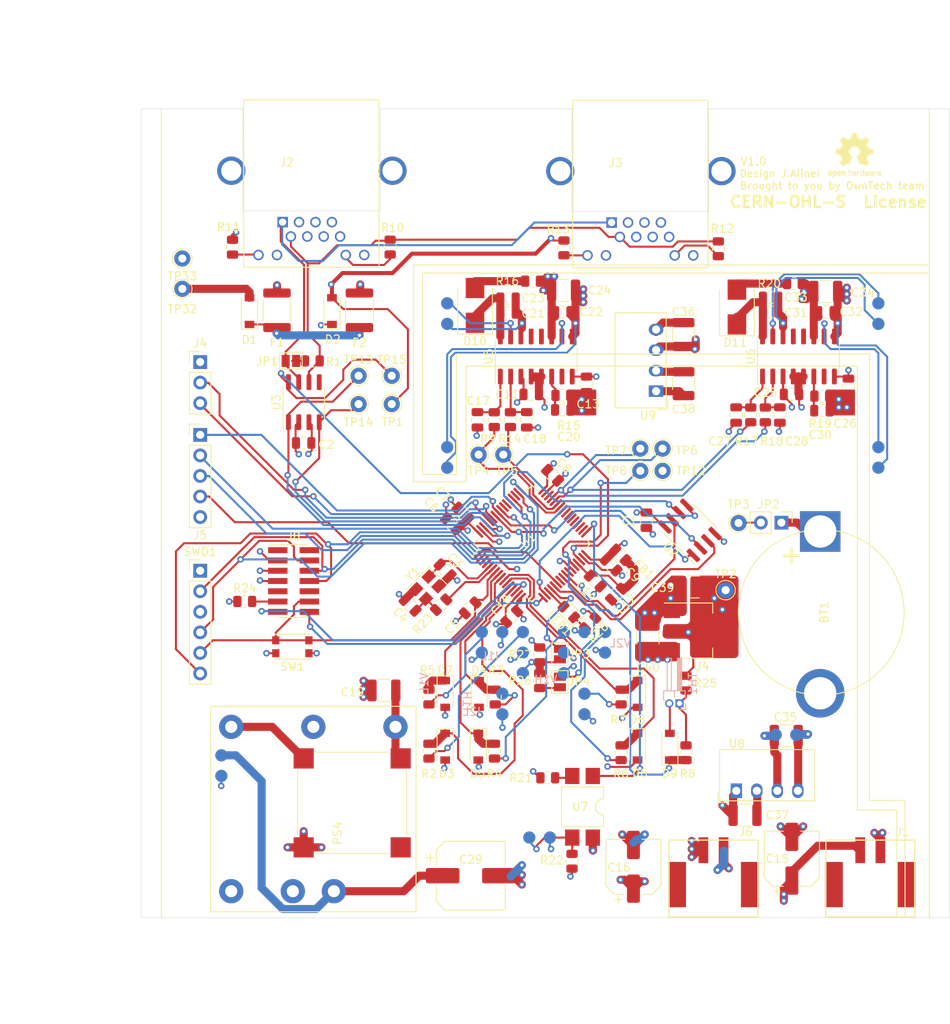
<source format=kicad_pcb>
(kicad_pcb (version 20171130) (host pcbnew "(5.1.10)-1")
  (title_block (title "Bottom Mask Side") (date 2021-06-03) (comment 1 Benmouffok) (comment 2 Alinei) (comment 3 Villa) (comment 4 GFE))
  (layers (0 F.Cu signal hide) (1 In1.Cu signal hide) (2 In2.Cu signal hide) (31 B.Cu signal) (34 B.Paste user hide) (35 F.Paste user hide) (36 B.SilkS user hide) (37 F.SilkS user) (38 B.Mask user hide) (39 F.Mask user hide) (44 Edge.Cuts user))
  (net 0 "")
  (net 1 +BATT)
  (net 2 GNDD)
  (net 3 /HRTIM1_CHB2)
  (net 4 /HRTIM1_CHA1)
  (net 5 /HRTIM1_CHA2)
  (net 6 /HRTIM1_CHB1)
  (net 7 /N_GND)
  (net 8 /SPI3_MOSI)
  (net 9 /CAN1_STB)
  (net 10 /FDCAN1_RX)
  (net 11 /USART1_TX)
  (net 12 /Temp)
  (net 13 /SPI3_MISO)
  (net 14 /FDCAN1_TX)
  (net 15 /SPI3_SCK)
  (net 16 /EEPROM_HOLD)
  (net 17 /EEPROM_WP)
  (net 18 +3V3)
  (net 19 /V_BUS_CAN)
  (net 20 "Net-(D1-Pad1)")
  (net 21 /GND_CAN)
  (net 22 "Net-(J2-Pad8)")
  (net 23 "Net-(J2-Pad6)")
  (net 24 /PWR_CAN1)
  (net 25 /CAN_L)
  (net 26 /CAN_H)
  (net 27 "Net-(J3-Pad8)")
  (net 28 "Net-(J3-Pad6)")
  (net 29 /PWR_CAN2)
  (net 30 "Net-(JP1-Pad2)")
  (net 31 /SPI3_CS)
  (net 32 "Net-(U3-Pad5)")
  (net 33 "Net-(BT1-Pad1)")
  (net 34 /USART1_RX)
  (net 35 /SPI3_CS2)
  (net 36 "Net-(J2-Pad11)")
  (net 37 "Net-(J2-Pad9)")
  (net 38 "Net-(J3-Pad11)")
  (net 39 "Net-(J3-Pad9)")
  (net 40 "Net-(C4-Pad1)")
  (net 41 +3.3VA)
  (net 42 /N)
  (net 43 +5VD)
  (net 44 +12V)
  (net 45 GNDREF)
  (net 46 /I1_low_mcu)
  (net 47 /V1_low_mcu)
  (net 48 /V2_low_mcu)
  (net 49 /I_high_mcu)
  (net 50 /V_high_mcu)
  (net 51 /VI_high)
  (net 52 /HRTIM_EEV1)
  (net 53 /HRTIM1_FLT2)
  (net 54 /HRTIM1_FLT1)
  (net 55 "Net-(U1-Pad4)")
  (net 56 "Net-(U1-Pad3)")
  (net 57 "Net-(U1-Pad2)")
  (net 58 "Net-(C17-Pad2)")
  (net 59 "Net-(C18-Pad1)")
  (net 60 "Net-(C20-Pad1)")
  (net 61 /SW_Node1)
  (net 62 "Net-(C21-Pad1)")
  (net 63 "Net-(C27-Pad2)")
  (net 64 "Net-(C28-Pad1)")
  (net 65 "Net-(C30-Pad1)")
  (net 66 /SW_Node2)
  (net 67 "Net-(C31-Pad1)")
  (net 68 "Net-(D10-Pad2)")
  (net 69 "Net-(D11-Pad2)")
  (net 70 "Net-(R21-Pad2)")
  (net 71 /Neutral_GND_cmd)
  (net 72 /PWM_H1)
  (net 73 /PWM_L1)
  (net 74 /PWM_H2)
  (net 75 /PWM_L2)
  (net 76 "Net-(U5-Pad13)")
  (net 77 "Net-(U5-Pad12)")
  (net 78 "Net-(U5-Pad7)")
  (net 79 "Net-(U6-Pad13)")
  (net 80 "Net-(U6-Pad12)")
  (net 81 "Net-(U6-Pad7)")
  (net 82 /I1_low_op)
  (net 83 /V1_low_op)
  (net 84 /I2_low_op)
  (net 85 /V2_low_op)
  (net 86 /I_high_op)
  (net 87 /V_high_op)
  (net 88 /HRTIM_EEV2)
  (net 89 /HSE_IN)
  (net 90 /HSE_OUT)
  (net 91 /NRST)
  (net 92 /STLINK_TX)
  (net 93 /STLINK_RX)
  (net 94 "Net-(J8-Pad11)")
  (net 95 "Net-(J8-Pad10)")
  (net 96 "Net-(J8-Pad9)")
  (net 97 /SWO)
  (net 98 /SWCLK)
  (net 99 /SWDIO)
  (net 100 "Net-(J8-Pad2)")
  (net 101 "Net-(J8-Pad1)")
  (net 102 "Net-(PS5-Pad4)")
  (net 103 +5V)
  (net 104 /I2_low_mcu)
  (net 105 /Temp_mcu)
  (net 106 "Net-(U1-Pad26)")
  (net 107 "Net-(U1-Pad23)")
  (net 108 /VREF1024)
  (net 109 /DAC2)
  (net 110 /VREF2048)
  (net 111 "Net-(JP4-Pad2)")
  (net 112 "Net-(U1-Pad41)")
  (net 113 "Net-(U1-Pad40)")
  (net 114 "Net-(U1-Pad39)")
  (net 115 "Net-(U1-Pad38)")
  (net 116 "Net-(U1-Pad37)")
  (net 117 "Net-(U1-Pad36)")
  (net 118 "Net-(U1-Pad35)")
  (net 119 "Net-(U1-Pad34)")
  (net 120 /+12VD)
  (net 121 /LED_BUILTIN)
  (net 122 "Net-(LED1-Pad1)")
  (module Footprints:3D_Footprint_Power (layer F.Cu) (at 44.2 36.5)
    (fp_text reference J7 hide)
    (fp_text value Power)
    (pad 0 np_thru_hole circle (at 95 78) (size 3.2 3.2) (drill 3.2) (layers *.Cu *.Mask))
    (pad 0 np_thru_hole circle (at 50 78) (size 3.2 3.2) (drill 3.2) (layers *.Cu *.Mask))
    (pad 0 np_thru_hole circle (at 5 78) (size 3.2 3.2) (drill 3.2) (layers *.Cu *.Mask))
    (pad 0 np_thru_hole circle (at 25 45) (size 3.2 3.2) (drill 3.2) (layers *.Cu *.Mask))
    (pad 0 np_thru_hole circle (at 75 45 180) (size 3.2 3.2) (drill 3.2) (layers *.Cu *.Mask))
    (pad 0 np_thru_hole circle (at 94.45 3.7) (size 3.2 3.2) (drill 3.2) (layers *.Cu *.Mask))
    (pad "" np_thru_hole circle (at 5.55 3.7) (size 3.2 3.2) (drill 3.2) (layers *.Cu *.Mask))
    (pad 11 smd circle (at 9.92 79.92) (size 1.524 1.524) (layers B.Cu B.Paste B.Mask) (net 51 /VI_high))
    (pad 3 smd circle (at 37.86 41.82) (size 1.524 1.524) (layers B.Cu B.Paste B.Mask) (net 73 /PWM_L1))
    (pad 1 smd circle (at 37.86 24.04) (size 1.524 1.524) (layers B.Cu B.Mask) (net 72 /PWM_H1))
    (pad 9 smd circle (at 48.02 90.08) (size 1.524 1.524) (layers B.Cu B.Paste B.Mask) (net 71 /Neutral_GND_cmd))
    (pad 10 smd circle (at 50.56 90.08) (size 1.524 1.524) (layers B.Cu B.Paste B.Mask) (net 45 GNDREF))
    (pad 12 smd circle (at 9.92 82.46) (size 1.524 1.524) (layers B.Cu B.Paste B.Mask) (net 45 GNDREF))
    (pad 31 smd circle (at 81.04 77.38) (size 1.524 1.524) (layers B.Cu B.Paste B.Mask) (net 103 +5V))
    (pad 32 smd circle (at 78.5 77.38) (size 1.524 1.524) (layers B.Cu B.Paste B.Mask) (net 42 /N))
    (pad 2 smd circle (at 37.86 26.58) (size 1.524 1.524) (layers B.Cu B.Mask) (net 61 /SW_Node1))
    (pad 4 smd circle (at 37.86 44.36) (size 1.524 1.524) (layers B.Cu B.Paste B.Mask) (net 45 GNDREF))
    (pad 8 smd circle (at 91.2 44.36) (size 1.524 1.524) (layers B.Cu B.Paste B.Mask) (net 45 GNDREF))
    (pad 7 smd circle (at 91.2 41.82) (size 1.524 1.524) (layers B.Cu B.Paste B.Mask) (net 75 /PWM_L2))
    (pad 6 smd circle (at 91.2 26.58) (size 1.524 1.524) (layers B.Cu B.Paste B.Mask) (net 66 /SW_Node2))
    (pad 5 smd circle (at 91.2 24.04) (size 1.524 1.524) (layers B.Cu B.Paste B.Mask) (net 74 /PWM_H2))
    (pad 14 smd circle (at 44.68 74.84) (size 1.524 1.524) (layers B.Cu B.Paste B.Mask) (net 2 GNDD))
    (pad 13 smd circle (at 44.68 72.3) (size 1.524 1.524) (layers B.Cu B.Paste B.Mask) (net 83 /V1_low_op))
    (pad 18 smd circle (at 54.84 74.84) (size 1.524 1.524) (layers B.Cu B.Paste B.Mask) (net 2 GNDD))
    (pad 17 smd circle (at 54.84 72.3) (size 1.524 1.524) (layers B.Cu B.Paste B.Mask) (net 87 /V_high_op))
    (pad 29 smd circle (at 47.22 69.76) (size 1.524 1.524) (layers B.Cu B.Paste B.Mask) (net 108 /VREF1024))
    (pad 27 smd circle (at 52.3 69.76) (size 1.524 1.524) (layers B.Cu B.Paste B.Mask) (net 43 +5VD))
    (pad 16 smd circle (at 42.14 67.22) (size 1.524 1.524) (layers B.Cu B.Paste B.Mask) (net 2 GNDD))
    (pad 30 smd circle (at 47.22 67.22) (size 1.524 1.524) (layers B.Cu B.Paste B.Mask) (net 2 GNDD))
    (pad 28 smd circle (at 52.3 67.22) (size 1.524 1.524) (layers B.Cu B.Paste B.Mask) (net 2 GNDD))
    (pad 24 smd circle (at 57.38 67.22) (size 1.524 1.524) (layers B.Cu B.Paste B.Mask) (net 2 GNDD))
    (pad 15 smd circle (at 42.14 64.68) (size 1.524 1.524) (layers B.Cu B.Paste B.Mask) (net 85 /V2_low_op))
    (pad 20 smd circle (at 44.68 64.68) (size 1.524 1.524) (layers B.Cu B.Paste B.Mask) (net 2 GNDD))
    (pad 19 smd circle (at 47.22 64.68) (size 1.524 1.524) (layers B.Cu B.Paste B.Mask) (net 82 /I1_low_op))
    (pad 21 smd circle (at 52.3 64.68) (size 1.524 1.524) (layers B.Cu B.Paste B.Mask) (net 84 /I2_low_op))
    (pad 22 smd circle (at 54.84 64.68) (size 1.524 1.524) (layers B.Cu B.Paste B.Mask) (net 2 GNDD))
    (pad 23 smd circle (at 57.38 64.68) (size 1.524 1.524) (layers B.Cu B.Paste B.Mask) (net 86 /I_high_op))
  )
  (module Footprints:PTSM-0,5-2-HH0-SMD (layer F.Cu) (at 115 132.4)
    (fp_text reference J6 (at 4 -6.5) (layer F.SilkS))
    (fp_text value Conn_01x02)
    (pad 0 smd rect (at 4.5 0) (size 2.2 5.6) (layers F.Cu F.Paste F.Mask))
    (pad 2 smd rect (at 1.25 -4.25) (size 1.2 3.2) (layers F.Cu F.Paste F.Mask) (net 45 GNDREF))
    (pad 1 smd rect (at -1.25 -4.25) (size 1.2 3.2) (layers F.Cu F.Paste F.Mask) (net 44 +12V))
    (pad 0 smd rect (at -4.5 0) (size 2.2 5.6) (layers F.Cu F.Paste F.Mask))
  )
  (module Footprints:PTSM-0,5-2-HH0-SMD (layer F.Cu) (at 134.4 132.4)
    (fp_text reference J1 (at 4 -6.5) (layer F.SilkS))
    (fp_text value Conn_01x02)
    (pad 0 smd rect (at 4.5 0) (size 2.2 5.6) (layers F.Cu F.Paste F.Mask))
    (pad 2 smd rect (at 1.25 -4.25) (size 1.2 3.2) (layers F.Cu F.Paste F.Mask) (net 2 GNDD))
    (pad 1 smd rect (at -1.25 -4.25) (size 1.2 3.2) (layers F.Cu F.Paste F.Mask) (net 120 /+12VD))
    (pad 0 smd rect (at -4.5 0) (size 2.2 5.6) (layers F.Cu F.Paste F.Mask))
  )
  (module Footprints:CONV_VXO78012-500-M (layer F.Cu) (at 70.3 122.3 90)
    (fp_text reference PS5 (at -3.325 -9.135 90) (layer F.SilkS) (effects (font (thickness 0.015))))
    (fp_text value VXO78xxx)
    (pad 1 smd rect (at -5.5 -6 90) (size 2.5 2.5) (layers F.Cu F.Paste F.Mask) (net 120 /+12VD))
    (pad 2 smd rect (at 5.5 -6 90) (size 2.5 2.5) (layers F.Cu F.Paste F.Mask) (net 2 GNDD))
    (pad 3 smd rect (at 5.5 6 90) (size 2.5 2.5) (layers F.Cu F.Paste F.Mask) (net 43 +5VD))
    (pad 4 smd rect (at -5.5 6 90) (size 2.5 2.5) (layers F.Cu F.Paste F.Mask) (net 102 "Net-(PS5-Pad4)"))
  )
  (module Footprints:SOIC-16_3.9x9.9mm_P1.27mm (layer F.Cu) (at 125.51 67.11 90)
    (fp_text reference U6 (at 0 -5.9 90) (layer F.SilkS))
    (fp_text value UCC21222DR)
    (pad 16 smd roundrect (at 2.475 -4.445 90) (size 1.95 0.6) (layers F.Cu F.Paste F.Mask) (net 67 "Net-(C31-Pad1)"))
    (pad 15 smd roundrect (at 2.475 -3.175 90) (size 1.95 0.6) (layers F.Cu F.Paste F.Mask) (net 74 /PWM_H2))
    (pad 14 smd roundrect (at 2.475 -1.905 90) (size 1.95 0.6) (layers F.Cu F.Paste F.Mask) (net 66 /SW_Node2))
    (pad 13 smd roundrect (at 2.475 -0.635 90) (size 1.95 0.6) (layers F.Cu F.Paste F.Mask) (net 79 "Net-(U6-Pad13)"))
    (pad 12 smd roundrect (at 2.475 0.635 90) (size 1.95 0.6) (layers F.Cu F.Paste F.Mask) (net 80 "Net-(U6-Pad12)"))
    (pad 11 smd roundrect (at 2.475 1.905 90) (size 1.95 0.6) (layers F.Cu F.Paste F.Mask) (net 44 +12V))
    (pad 10 smd roundrect (at 2.475 3.175 90) (size 1.95 0.6) (layers F.Cu F.Paste F.Mask) (net 75 /PWM_L2))
    (pad 9 smd roundrect (at 2.475 4.445 90) (size 1.95 0.6) (layers F.Cu F.Paste F.Mask) (net 45 GNDREF))
    (pad 8 smd roundrect (at -2.475 4.445 90) (size 1.95 0.6) (layers F.Cu F.Paste F.Mask) (net 43 +5VD))
    (pad 7 smd roundrect (at -2.475 3.175 90) (size 1.95 0.6) (layers F.Cu F.Paste F.Mask) (net 81 "Net-(U6-Pad7)"))
    (pad 6 smd roundrect (at -2.475 1.905 90) (size 1.95 0.6) (layers F.Cu F.Paste F.Mask) (net 65 "Net-(C30-Pad1)"))
    (pad 5 smd roundrect (at -2.475 0.635 90) (size 1.95 0.6) (layers F.Cu F.Paste F.Mask) (net 2 GNDD))
    (pad 4 smd roundrect (at -2.475 -0.635 90) (size 1.95 0.6) (layers F.Cu F.Paste F.Mask) (net 2 GNDD))
    (pad 3 smd roundrect (at -2.475 -1.905 90) (size 1.95 0.6) (layers F.Cu F.Paste F.Mask) (net 43 +5VD))
    (pad 2 smd roundrect (at -2.475 -3.175 90) (size 1.95 0.6) (layers F.Cu F.Paste F.Mask) (net 64 "Net-(C28-Pad1)"))
    (pad 1 smd roundrect (at -2.475 -4.445 90) (size 1.95 0.6) (layers F.Cu F.Paste F.Mask) (net 63 "Net-(C27-Pad2)"))
  )
  (module Footprints:SOIC-16_3.9x9.9mm_P1.27mm (layer F.Cu) (at 93.08 67.12 90)
    (fp_text reference U5 (at 0 -5.9 90) (layer F.SilkS))
    (fp_text value UCC21222DR)
    (pad 16 smd roundrect (at 2.475 -4.445 90) (size 1.95 0.6) (layers F.Cu F.Paste F.Mask) (net 62 "Net-(C21-Pad1)"))
    (pad 15 smd roundrect (at 2.475 -3.175 90) (size 1.95 0.6) (layers F.Cu F.Paste F.Mask) (net 72 /PWM_H1))
    (pad 14 smd roundrect (at 2.475 -1.905 90) (size 1.95 0.6) (layers F.Cu F.Paste F.Mask) (net 61 /SW_Node1))
    (pad 13 smd roundrect (at 2.475 -0.635 90) (size 1.95 0.6) (layers F.Cu F.Paste F.Mask) (net 76 "Net-(U5-Pad13)"))
    (pad 12 smd roundrect (at 2.475 0.635 90) (size 1.95 0.6) (layers F.Cu F.Paste F.Mask) (net 77 "Net-(U5-Pad12)"))
    (pad 11 smd roundrect (at 2.475 1.905 90) (size 1.95 0.6) (layers F.Cu F.Paste F.Mask) (net 44 +12V))
    (pad 10 smd roundrect (at 2.475 3.175 90) (size 1.95 0.6) (layers F.Cu F.Paste F.Mask) (net 73 /PWM_L1))
    (pad 9 smd roundrect (at 2.475 4.445 90) (size 1.95 0.6) (layers F.Cu F.Paste F.Mask) (net 45 GNDREF))
    (pad 8 smd roundrect (at -2.475 4.445 90) (size 1.95 0.6) (layers F.Cu F.Paste F.Mask) (net 43 +5VD))
    (pad 7 smd roundrect (at -2.475 3.175 90) (size 1.95 0.6) (layers F.Cu F.Paste F.Mask) (net 78 "Net-(U5-Pad7)"))
    (pad 6 smd roundrect (at -2.475 1.905 90) (size 1.95 0.6) (layers F.Cu F.Paste F.Mask) (net 60 "Net-(C20-Pad1)"))
    (pad 5 smd roundrect (at -2.475 0.635 90) (size 1.95 0.6) (layers F.Cu F.Paste F.Mask) (net 2 GNDD))
    (pad 4 smd roundrect (at -2.475 -0.635 90) (size 1.95 0.6) (layers F.Cu F.Paste F.Mask) (net 2 GNDD))
    (pad 3 smd roundrect (at -2.475 -1.905 90) (size 1.95 0.6) (layers F.Cu F.Paste F.Mask) (net 43 +5VD))
    (pad 2 smd roundrect (at -2.475 -3.175 90) (size 1.95 0.6) (layers F.Cu F.Paste F.Mask) (net 59 "Net-(C18-Pad1)"))
    (pad 1 smd roundrect (at -2.475 -4.445 90) (size 1.95 0.6) (layers F.Cu F.Paste F.Mask) (net 58 "Net-(C17-Pad2)"))
  )
  (module Footprints:ethernet_RJE721881411 (layer F.Cu) (at 102.4 50.55)
    (fp_text reference J3 (at 0.508 -7.366) (layer F.SilkS))
    (fp_text value RJ45_LED_Shielded)
    (pad 8 thru_hole circle (at 7.112 1.78) (size 1.3 1.3) (drill 0.9) (layers *.Cu *.Mask) (net 27 "Net-(J3-Pad8)"))
    (pad SH thru_hole circle (at 13.589 -6.35) (size 3.5 3.5) (drill 2.5) (layers *.Cu *.Mask) (net 2 GNDD))
    (pad SH thru_hole circle (at -6.35 -6.35) (size 3.5 3.5) (drill 2.5) (layers *.Cu *.Mask) (net 2 GNDD))
    (pad 12 thru_hole circle (at 10.0965 4.064) (size 1.3 1.3) (drill 0.9) (layers *.Cu *.Mask) (net 18 +3V3))
    (pad 10 thru_hole circle (at -0.6985 4.064) (size 1.3 1.3) (drill 0.9) (layers *.Cu *.Mask) (net 29 /PWR_CAN2))
    (pad 5 thru_hole circle (at 4.064 0) (size 1.3 1.3) (drill 0.9) (layers *.Cu *.Mask) (net 29 /PWR_CAN2))
    (pad 1 thru_hole rect (at 0 0) (size 1.3 1.3) (drill 0.9) (layers *.Cu *.Mask) (net 26 /CAN_H))
    (pad 7 thru_hole circle (at 6.096 0) (size 1.3 1.3) (drill 0.9) (layers *.Cu *.Mask) (net 21 /GND_CAN))
    (pad 9 thru_hole circle (at -2.9845 4.064) (size 1.3 1.3) (drill 0.9) (layers *.Cu *.Mask) (net 39 "Net-(J3-Pad9)"))
    (pad 3 thru_hole circle (at 2.032 0) (size 1.3 1.3) (drill 0.9) (layers *.Cu *.Mask) (net 21 /GND_CAN))
    (pad 11 thru_hole circle (at 7.8105 4.064) (size 1.3 1.3) (drill 0.9) (layers *.Cu *.Mask) (net 38 "Net-(J3-Pad11)"))
    (pad 2 thru_hole circle (at 1.016 1.78) (size 1.3 1.3) (drill 0.9) (layers *.Cu *.Mask) (net 25 /CAN_L))
    (pad 4 thru_hole circle (at 3.048 1.78) (size 1.3 1.3) (drill 0.9) (layers *.Cu *.Mask) (net 29 /PWR_CAN2))
    (pad 6 thru_hole circle (at 5.08 1.78) (size 1.3 1.3) (drill 0.9) (layers *.Cu *.Mask) (net 28 "Net-(J3-Pad6)"))
  )
  (module Footprints:ethernet_RJE721881411 (layer F.Cu) (at 61.7 50.5)
    (fp_text reference J2 (at 0.508 -7.366) (layer F.SilkS))
    (fp_text value RJ45_LED_Shielded)
    (pad 8 thru_hole circle (at 7.112 1.78) (size 1.3 1.3) (drill 0.9) (layers *.Cu *.Mask) (net 22 "Net-(J2-Pad8)"))
    (pad SH thru_hole circle (at 13.589 -6.35) (size 3.5 3.5) (drill 2.5) (layers *.Cu *.Mask) (net 2 GNDD))
    (pad SH thru_hole circle (at -6.35 -6.35) (size 3.5 3.5) (drill 2.5) (layers *.Cu *.Mask) (net 2 GNDD))
    (pad 12 thru_hole circle (at 10.0965 4.064) (size 1.3 1.3) (drill 0.9) (layers *.Cu *.Mask) (net 18 +3V3))
    (pad 10 thru_hole circle (at -0.6985 4.064) (size 1.3 1.3) (drill 0.9) (layers *.Cu *.Mask) (net 24 /PWR_CAN1))
    (pad 5 thru_hole circle (at 4.064 0) (size 1.3 1.3) (drill 0.9) (layers *.Cu *.Mask) (net 24 /PWR_CAN1))
    (pad 1 thru_hole rect (at 0 0) (size 1.3 1.3) (drill 0.9) (layers *.Cu *.Mask) (net 26 /CAN_H))
    (pad 7 thru_hole circle (at 6.096 0) (size 1.3 1.3) (drill 0.9) (layers *.Cu *.Mask) (net 21 /GND_CAN))
    (pad 9 thru_hole circle (at -2.9845 4.064) (size 1.3 1.3) (drill 0.9) (layers *.Cu *.Mask) (net 37 "Net-(J2-Pad9)"))
    (pad 3 thru_hole circle (at 2.032 0) (size 1.3 1.3) (drill 0.9) (layers *.Cu *.Mask) (net 21 /GND_CAN))
    (pad 11 thru_hole circle (at 7.8105 4.064) (size 1.3 1.3) (drill 0.9) (layers *.Cu *.Mask) (net 36 "Net-(J2-Pad11)"))
    (pad 2 thru_hole circle (at 1.016 1.78) (size 1.3 1.3) (drill 0.9) (layers *.Cu *.Mask) (net 25 /CAN_L))
    (pad 4 thru_hole circle (at 3.048 1.78) (size 1.3 1.3) (drill 0.9) (layers *.Cu *.Mask) (net 24 /PWR_CAN1))
    (pad 6 thru_hole circle (at 5.08 1.78) (size 1.3 1.3) (drill 0.9) (layers *.Cu *.Mask) (net 23 "Net-(J2-Pad6)"))
  )
  (module Footprints:PQDE6W-Q110-S5-D (layer F.Cu) (at 65.5 123.06 90)
    (fp_text reference PS4 (at -3 3 90) (layer F.SilkS))
    (fp_text value PQDE6W-Q110-S5-D)
    (pad 5 thru_hole circle (at 10.16 0 90) (size 3 3) (drill 1.5) (layers *.Cu *.Mask))
    (pad 1 thru_hole circle (at -10.16 -10.16 90) (size 3 3) (drill 1.5) (layers *.Cu *.Mask))
    (pad 4 thru_hole circle (at 10.16 10.16 90) (size 3 3) (drill 1.5) (layers *.Cu *.Mask) (net 43 +5VD))
    (pad 6 thru_hole circle (at 10.16 -10.16 90) (size 3 3) (drill 1.5) (layers *.Cu *.Mask) (net 2 GNDD))
    (pad 3 thru_hole circle (at -10.16 2.54 90) (size 3 3) (drill 1.5) (layers *.Cu *.Mask) (net 51 /VI_high))
    (pad 2 thru_hole circle (at -10.16 -2.54 90) (size 3 3) (drill 1.5) (layers *.Cu *.Mask) (net 45 GNDREF))
  )
  (module Footprints:CR2032 (layer F.Cu) (at 128.205 98.749 90)
    (fp_text reference BT1 (at 0 0.5 90) (layer F.SilkS))
    (fp_text value Battery_Cell)
    (fp_text user + (at 7 -3.75 90) (layer F.SilkS) (effects (font (size 2.5 2.5) (thickness 0.3))))
    (pad 2 thru_hole circle (at -10 0 90) (size 6 6) (drill 4) (layers *.Cu *.Mask) (net 2 GNDD))
    (pad 1 thru_hole rect (at 10 0 90) (size 5 5) (drill 4) (layers *.Cu *.Mask) (net 33 "Net-(BT1-Pad1)"))
  )
  (module Footprints:SOIC-8_3.9x4.9mm_P1.27mm (layer F.Cu) (at 64.32 72.76 90)
    (fp_text reference U3 (at 0 -3.4 90) (layer F.SilkS))
    (fp_text value TCAN334GDR)
    (pad 8 smd roundrect (at 2.475 -1.905 90) (size 1.95 0.6) (layers F.Cu F.Paste F.Mask) (net 9 /CAN1_STB))
    (pad 7 smd roundrect (at 2.475 -0.635 90) (size 1.95 0.6) (layers F.Cu F.Paste F.Mask) (net 26 /CAN_H))
    (pad 6 smd roundrect (at 2.475 0.635 90) (size 1.95 0.6) (layers F.Cu F.Paste F.Mask) (net 25 /CAN_L))
    (pad 5 smd roundrect (at 2.475 1.905 90) (size 1.95 0.6) (layers F.Cu F.Paste F.Mask) (net 32 "Net-(U3-Pad5)"))
    (pad 4 smd roundrect (at -2.475 1.905 90) (size 1.95 0.6) (layers F.Cu F.Paste F.Mask) (net 10 /FDCAN1_RX))
    (pad 3 smd roundrect (at -2.475 0.635 90) (size 1.95 0.6) (layers F.Cu F.Paste F.Mask) (net 18 +3V3))
    (pad 2 smd roundrect (at -2.475 -0.635 90) (size 1.95 0.6) (layers F.Cu F.Paste F.Mask) (net 2 GNDD))
    (pad 1 smd roundrect (at -2.475 -1.905 90) (size 1.95 0.6) (layers F.Cu F.Paste F.Mask) (net 14 /FDCAN1_TX))
  )
  (module Footprints:SOIC-8_3.9x4.9mm_P1.27mm (layer F.Cu) (at 112.1 88.6 135)
    (fp_text reference U2 (at 0 -3.4 135) (layer F.SilkS))
    (fp_text value AT25xxx)
    (pad 8 smd roundrect (at 2.475 -1.905 135) (size 1.95 0.6) (layers F.Cu F.Paste F.Mask) (net 18 +3V3))
    (pad 7 smd roundrect (at 2.475 -0.635 135) (size 1.95 0.6) (layers F.Cu F.Paste F.Mask) (net 16 /EEPROM_HOLD))
    (pad 6 smd roundrect (at 2.475 0.635 135) (size 1.95 0.6) (layers F.Cu F.Paste F.Mask) (net 15 /SPI3_SCK))
    (pad 5 smd roundrect (at 2.475 1.905 135) (size 1.95 0.6) (layers F.Cu F.Paste F.Mask) (net 8 /SPI3_MOSI))
    (pad 4 smd roundrect (at -2.475 1.905 135) (size 1.95 0.6) (layers F.Cu F.Paste F.Mask) (net 2 GNDD))
    (pad 3 smd roundrect (at -2.475 0.635 135) (size 1.95 0.6) (layers F.Cu F.Paste F.Mask) (net 17 /EEPROM_WP))
    (pad 2 smd roundrect (at -2.475 -0.635 135) (size 1.95 0.6) (layers F.Cu F.Paste F.Mask) (net 13 /SPI3_MISO))
    (pad 1 smd roundrect (at -2.475 -1.905 135) (size 1.95 0.6) (layers F.Cu F.Paste F.Mask) (net 31 /SPI3_CS))
  )
  (module Connector_PinHeader_2.54mm:PinHeader_1x05_P2.54mm_Vertical (layer F.Cu) (at 51.5 76.8)
    (fp_text reference J5 (at 0 12.4) (layer F.SilkS))
    (fp_text value Conn_01x05_Male)
    (pad 5 thru_hole oval (at 0 10.16) (size 1.7 1.7) (drill 1) (layers *.Cu *.Mask) (net 2 GNDD))
    (pad 4 thru_hole oval (at 0 7.62) (size 1.7 1.7) (drill 1) (layers *.Cu *.Mask) (net 35 /SPI3_CS2))
    (pad 3 thru_hole oval (at 0 5.08) (size 1.7 1.7) (drill 1) (layers *.Cu *.Mask) (net 15 /SPI3_SCK))
    (pad 2 thru_hole oval (at 0 2.54) (size 1.7 1.7) (drill 1) (layers *.Cu *.Mask) (net 8 /SPI3_MOSI))
    (pad 1 thru_hole rect (at 0 0) (size 1.7 1.7) (drill 1) (layers *.Cu *.Mask) (net 13 /SPI3_MISO))
  )
  (module Connector_PinHeader_2.54mm:PinHeader_1x03_P2.54mm_Vertical (layer F.Cu) (at 51.5 67.8)
    (fp_text reference J4 (at 0 -2.33) (layer F.SilkS))
    (fp_text value Conn_01x03_Male)
    (pad 3 thru_hole oval (at 0 5.08) (size 1.7 1.7) (drill 1) (layers *.Cu *.Mask) (net 34 /USART1_RX))
    (pad 2 thru_hole oval (at 0 2.54) (size 1.7 1.7) (drill 1) (layers *.Cu *.Mask) (net 11 /USART1_TX))
    (pad 1 thru_hole rect (at 0 0) (size 1.7 1.7) (drill 1) (layers *.Cu *.Mask) (net 2 GNDD))
  )
  (module Converter_DCDC:Converter_DCDC_muRata_CRE1xxxxxx3C_THT (layer F.Cu) (at 107.9 71.4 180)
    (fp_text reference U9 (at 1 -3) (layer F.SilkS))
    (fp_text value CME0512S3C)
    (pad 1 thru_hole rect (at 0 0 90) (size 1.4 1.8) (drill 1) (layers *.Cu *.Mask) (net 2 GNDD))
    (pad 2 thru_hole oval (at 0 2.54 90) (size 1.4 1.8) (drill 1) (layers *.Cu *.Mask) (net 43 +5VD))
    (pad 3 thru_hole oval (at 0 5.08 90) (size 1.4 1.8) (drill 1) (layers *.Cu *.Mask) (net 45 GNDREF))
    (pad 4 thru_hole oval (at 0 7.62 90) (size 1.4 1.8) (drill 1) (layers *.Cu *.Mask) (net 44 +12V))
  )
  (module Converter_DCDC:Converter_DCDC_muRata_CRE1xxxxxx3C_THT (layer F.Cu) (at 117.82 120.8 90)
    (fp_text reference U8 (at 5.8 0.08 180) (layer F.SilkS))
    (fp_text value RFM-0505s)
    (pad 1 thru_hole rect (at 0 0) (size 1.4 1.8) (drill 1) (layers *.Cu *.Mask) (net 2 GNDD))
    (pad 2 thru_hole oval (at 0 2.54) (size 1.4 1.8) (drill 1) (layers *.Cu *.Mask) (net 43 +5VD))
    (pad 3 thru_hole oval (at 0 5.08) (size 1.4 1.8) (drill 1) (layers *.Cu *.Mask) (net 42 /N))
    (pad 4 thru_hole oval (at 0 7.62) (size 1.4 1.8) (drill 1) (layers *.Cu *.Mask) (net 103 +5V))
  )
  (module TestPoint:TestPoint_THTPad_D2.0mm_Drill1.0mm (layer F.Cu) (at 49.29 55)
    (fp_text reference TP33 (at 0 2.2) (layer F.SilkS))
    (fp_text value TestPoint)
    (pad 1 thru_hole circle (at 0 0) (size 2 2) (drill 1) (layers *.Cu *.Mask) (net 21 /GND_CAN))
  )
  (module TestPoint:TestPoint_THTPad_D2.0mm_Drill1.0mm (layer F.Cu) (at 49.29 58.75)
    (fp_text reference TP32 (at 0 2.5) (layer F.SilkS))
    (fp_text value TestPoint)
    (pad 1 thru_hole circle (at 0 0) (size 2 2) (drill 1) (layers *.Cu *.Mask) (net 19 /V_BUS_CAN))
  )
  (module TestPoint:TestPoint_THTPad_D2.0mm_Drill1.0mm (layer F.Cu) (at 75.2 69.5)
    (fp_text reference TP15 (at 0 -2) (layer F.SilkS))
    (fp_text value TestPoint)
    (pad 1 thru_hole circle (at 0 0) (size 2 2) (drill 1) (layers *.Cu *.Mask) (net 9 /CAN1_STB))
  )
  (module TestPoint:TestPoint_THTPad_D2.0mm_Drill1.0mm (layer F.Cu) (at 71.1 73)
    (fp_text reference TP14 (at 0 2.25) (layer F.SilkS))
    (fp_text value TestPoint)
    (pad 1 thru_hole circle (at 0 0) (size 2 2) (drill 1) (layers *.Cu *.Mask) (net 10 /FDCAN1_RX))
  )
  (module TestPoint:TestPoint_THTPad_D2.0mm_Drill1.0mm (layer F.Cu) (at 71.1 69.5)
    (fp_text reference TP13 (at 0 -1.998) (layer F.SilkS))
    (fp_text value TestPoint)
    (pad 1 thru_hole circle (at 0 0) (size 2 2) (drill 1) (layers *.Cu *.Mask) (net 14 /FDCAN1_TX))
  )
  (module TestPoint:TestPoint_THTPad_D2.0mm_Drill1.0mm (layer F.Cu) (at 108.7 81.25)
    (fp_text reference TP12 (at 3.5 0) (layer F.SilkS))
    (fp_text value TestPoint)
    (pad 1 thru_hole circle (at 0 0) (size 2 2) (drill 1) (layers *.Cu *.Mask) (net 2 GNDD))
  )
  (module TestPoint:TestPoint_THTPad_D2.0mm_Drill1.0mm (layer F.Cu) (at 105.95 81.25)
    (fp_text reference TP8 (at -3 0) (layer F.SilkS))
    (fp_text value TestPoint)
    (pad 1 thru_hole circle (at 0 0) (size 2 2) (drill 1) (layers *.Cu *.Mask) (net 110 /VREF2048))
  )
  (module TestPoint:TestPoint_THTPad_D2.0mm_Drill1.0mm (layer F.Cu) (at 105.95 78.5 180)
    (fp_text reference TP7 (at 3 -0.25) (layer F.SilkS))
    (fp_text value TestPoint)
    (pad 1 thru_hole circle (at 0 0 180) (size 2 2) (drill 1) (layers *.Cu *.Mask) (net 3 /HRTIM1_CHB2))
  )
  (module TestPoint:TestPoint_THTPad_D2.0mm_Drill1.0mm (layer F.Cu) (at 108.7 78.5 180)
    (fp_text reference TP6 (at -3 -0.25) (layer F.SilkS))
    (fp_text value TestPoint)
    (pad 1 thru_hole circle (at 0 0 180) (size 2 2) (drill 1) (layers *.Cu *.Mask) (net 6 /HRTIM1_CHB1))
  )
  (module TestPoint:TestPoint_THTPad_D2.0mm_Drill1.0mm (layer F.Cu) (at 89 79.25)
    (fp_text reference TP5 (at 0.45 2) (layer F.SilkS))
    (fp_text value TestPoint)
    (pad 1 thru_hole circle (at 0 0) (size 2 2) (drill 1) (layers *.Cu *.Mask) (net 5 /HRTIM1_CHA2))
  )
  (module TestPoint:TestPoint_THTPad_D2.0mm_Drill1.0mm (layer F.Cu) (at 85.95 79.25)
    (fp_text reference TP4 (at 0 2) (layer F.SilkS))
    (fp_text value TestPoint)
    (pad 1 thru_hole circle (at 0 0) (size 2 2) (drill 1) (layers *.Cu *.Mask) (net 4 /HRTIM1_CHA1))
  )
  (module TestPoint:TestPoint_THTPad_D2.0mm_Drill1.0mm (layer F.Cu) (at 118.1 87.7)
    (fp_text reference TP3 (at 0 -2.3) (layer F.SilkS))
    (fp_text value TestPoint)
    (pad 1 thru_hole circle (at 0 0) (size 2 2) (drill 1) (layers *.Cu *.Mask) (net 1 +BATT))
  )
  (module TestPoint:TestPoint_THTPad_D2.0mm_Drill1.0mm (layer F.Cu) (at 116.5 96 180)
    (fp_text reference TP2 (at 0 2) (layer F.SilkS))
    (fp_text value TestPoint)
    (pad 1 thru_hole circle (at 0 0 180) (size 2 2) (drill 1) (layers *.Cu *.Mask) (net 18 +3V3))
  )
  (module TestPoint:TestPoint_THTPad_D2.0mm_Drill1.0mm (layer F.Cu) (at 75.2 73)
    (fp_text reference TP1 (at 0.1 2.2) (layer F.SilkS))
    (fp_text value TestPoint)
    (pad 1 thru_hole circle (at 0 0) (size 2 2) (drill 1) (layers *.Cu *.Mask) (net 2 GNDD))
  )
  (module Package_QFP:LQFP-64_10x10mm_P0.5mm (layer F.Cu) (at 92.56 90.26 45)
    (fp_text reference U1 (at -0.070711 -0.579828 45) (layer F.SilkS))
    (fp_text value STM32G474RE)
    (pad 64 smd roundrect (at -3.75 -5.675 45) (size 0.3 1.55) (layers F.Cu F.Paste F.Mask) (net 18 +3V3))
    (pad 63 smd roundrect (at -3.25 -5.675 45) (size 0.3 1.55) (layers F.Cu F.Paste F.Mask) (net 2 GNDD))
    (pad 62 smd roundrect (at -2.75 -5.675 45) (size 0.3 1.55) (layers F.Cu F.Paste F.Mask) (net 14 /FDCAN1_TX))
    (pad 61 smd roundrect (at -2.25 -5.675 45) (size 0.3 1.55) (layers F.Cu F.Paste F.Mask) (net 10 /FDCAN1_RX))
    (pad 60 smd roundrect (at -1.75 -5.675 45) (size 0.3 1.55) (layers F.Cu F.Paste F.Mask) (net 34 /USART1_RX))
    (pad 59 smd roundrect (at -1.25 -5.675 45) (size 0.3 1.55) (layers F.Cu F.Paste F.Mask) (net 11 /USART1_TX))
    (pad 58 smd roundrect (at -0.75 -5.675 45) (size 0.3 1.55) (layers F.Cu F.Paste F.Mask) (net 8 /SPI3_MOSI))
    (pad 57 smd roundrect (at -0.25 -5.675 45) (size 0.3 1.55) (layers F.Cu F.Paste F.Mask) (net 13 /SPI3_MISO))
    (pad 56 smd roundrect (at 0.25 -5.675 45) (size 0.3 1.55) (layers F.Cu F.Paste F.Mask) (net 97 /SWO))
    (pad 55 smd roundrect (at 0.75 -5.675 45) (size 0.3 1.55) (layers F.Cu F.Paste F.Mask))
    (pad 54 smd roundrect (at 1.25 -5.675 45) (size 0.3 1.55) (layers F.Cu F.Paste F.Mask) (net 88 /HRTIM_EEV2))
    (pad 53 smd roundrect (at 1.75 -5.675 45) (size 0.3 1.55) (layers F.Cu F.Paste F.Mask) (net 52 /HRTIM_EEV1))
    (pad 52 smd roundrect (at 2.25 -5.675 45) (size 0.3 1.55) (layers F.Cu F.Paste F.Mask) (net 15 /SPI3_SCK))
    (pad 51 smd roundrect (at 2.75 -5.675 45) (size 0.3 1.55) (layers F.Cu F.Paste F.Mask) (net 53 /HRTIM1_FLT2))
    (pad 50 smd roundrect (at 3.25 -5.675 45) (size 0.3 1.55) (layers F.Cu F.Paste F.Mask) (net 98 /SWCLK))
    (pad 49 smd roundrect (at 3.75 -5.675 45) (size 0.3 1.55) (layers F.Cu F.Paste F.Mask) (net 99 /SWDIO))
    (pad 48 smd roundrect (at 5.675 -3.75 45) (size 1.55 0.3) (layers F.Cu F.Paste F.Mask) (net 18 +3V3))
    (pad 47 smd roundrect (at 5.675 -3.25 45) (size 1.55 0.3) (layers F.Cu F.Paste F.Mask) (net 2 GNDD))
    (pad 46 smd roundrect (at 5.675 -2.75 45) (size 1.55 0.3) (layers F.Cu F.Paste F.Mask) (net 54 /HRTIM1_FLT1))
    (pad 45 smd roundrect (at 5.675 -2.25 45) (size 1.55 0.3) (layers F.Cu F.Paste F.Mask) (net 3 /HRTIM1_CHB2))
    (pad 44 smd roundrect (at 5.675 -1.75 45) (size 1.55 0.3) (layers F.Cu F.Paste F.Mask) (net 6 /HRTIM1_CHB1))
    (pad 43 smd roundrect (at 5.675 -1.25 45) (size 1.55 0.3) (layers F.Cu F.Paste F.Mask) (net 5 /HRTIM1_CHA2))
    (pad 42 smd roundrect (at 5.675 -0.75 45) (size 1.55 0.3) (layers F.Cu F.Paste F.Mask) (net 4 /HRTIM1_CHA1))
    (pad 41 smd roundrect (at 5.675 -0.25 45) (size 1.55 0.3) (layers F.Cu F.Paste F.Mask) (net 112 "Net-(U1-Pad41)"))
    (pad 40 smd roundrect (at 5.675 0.25 45) (size 1.55 0.3) (layers F.Cu F.Paste F.Mask) (net 113 "Net-(U1-Pad40)"))
    (pad 39 smd roundrect (at 5.675 0.75 45) (size 1.55 0.3) (layers F.Cu F.Paste F.Mask) (net 114 "Net-(U1-Pad39)"))
    (pad 38 smd roundrect (at 5.675 1.25 45) (size 1.55 0.3) (layers F.Cu F.Paste F.Mask) (net 115 "Net-(U1-Pad38)"))
    (pad 37 smd roundrect (at 5.675 1.75 45) (size 1.55 0.3) (layers F.Cu F.Paste F.Mask) (net 116 "Net-(U1-Pad37)"))
    (pad 36 smd roundrect (at 5.675 2.25 45) (size 1.55 0.3) (layers F.Cu F.Paste F.Mask) (net 117 "Net-(U1-Pad36)"))
    (pad 35 smd roundrect (at 5.675 2.75 45) (size 1.55 0.3) (layers F.Cu F.Paste F.Mask) (net 118 "Net-(U1-Pad35)"))
    (pad 34 smd roundrect (at 5.675 3.25 45) (size 1.55 0.3) (layers F.Cu F.Paste F.Mask) (net 119 "Net-(U1-Pad34)"))
    (pad 33 smd roundrect (at 5.675 3.75 45) (size 1.55 0.3) (layers F.Cu F.Paste F.Mask) (net 7 /N_GND))
    (pad 32 smd roundrect (at 3.75 5.675 45) (size 0.3 1.55) (layers F.Cu F.Paste F.Mask) (net 18 +3V3))
    (pad 31 smd roundrect (at 3.25 5.675 45) (size 0.3 1.55) (layers F.Cu F.Paste F.Mask) (net 2 GNDD))
    (pad 30 smd roundrect (at 2.75 5.675 45) (size 0.3 1.55) (layers F.Cu F.Paste F.Mask) (net 9 /CAN1_STB))
    (pad 29 smd roundrect (at 2.25 5.675 45) (size 0.3 1.55) (layers F.Cu F.Paste F.Mask) (net 41 +3.3VA))
    (pad 28 smd roundrect (at 1.75 5.675 45) (size 0.3 1.55) (layers F.Cu F.Paste F.Mask) (net 110 /VREF2048))
    (pad 27 smd roundrect (at 1.25 5.675 45) (size 0.3 1.55) (layers F.Cu F.Paste F.Mask) (net 2 GNDD))
    (pad 26 smd roundrect (at 0.75 5.675 45) (size 0.3 1.55) (layers F.Cu F.Paste F.Mask) (net 106 "Net-(U1-Pad26)"))
    (pad 25 smd roundrect (at 0.25 5.675 45) (size 0.3 1.55) (layers F.Cu F.Paste F.Mask) (net 105 /Temp_mcu))
    (pad 24 smd roundrect (at -0.25 5.675 45) (size 0.3 1.55) (layers F.Cu F.Paste F.Mask) (net 16 /EEPROM_HOLD))
    (pad 23 smd roundrect (at -0.75 5.675 45) (size 0.3 1.55) (layers F.Cu F.Paste F.Mask) (net 107 "Net-(U1-Pad23)"))
    (pad 22 smd roundrect (at -1.25 5.675 45) (size 0.3 1.55) (layers F.Cu F.Paste F.Mask) (net 35 /SPI3_CS2))
    (pad 21 smd roundrect (at -1.75 5.675 45) (size 0.3 1.55) (layers F.Cu F.Paste F.Mask) (net 17 /EEPROM_WP))
    (pad 20 smd roundrect (at -2.25 5.675 45) (size 0.3 1.55) (layers F.Cu F.Paste F.Mask) (net 109 /DAC2))
    (pad 19 smd roundrect (at -2.75 5.675 45) (size 0.3 1.55) (layers F.Cu F.Paste F.Mask) (net 121 /LED_BUILTIN))
    (pad 18 smd roundrect (at -3.25 5.675 45) (size 0.3 1.55) (layers F.Cu F.Paste F.Mask) (net 31 /SPI3_CS))
    (pad 17 smd roundrect (at -3.75 5.675 45) (size 0.3 1.55) (layers F.Cu F.Paste F.Mask) (net 92 /STLINK_TX))
    (pad 16 smd roundrect (at -5.675 3.75 45) (size 1.55 0.3) (layers F.Cu F.Paste F.Mask) (net 18 +3V3))
    (pad 15 smd roundrect (at -5.675 3.25 45) (size 1.55 0.3) (layers F.Cu F.Paste F.Mask) (net 2 GNDD))
    (pad 14 smd roundrect (at -5.675 2.75 45) (size 1.55 0.3) (layers F.Cu F.Paste F.Mask) (net 93 /STLINK_RX))
    (pad 13 smd roundrect (at -5.675 2.25 45) (size 1.55 0.3) (layers F.Cu F.Paste F.Mask) (net 46 /I1_low_mcu))
    (pad 12 smd roundrect (at -5.675 1.75 45) (size 1.55 0.3) (layers F.Cu F.Paste F.Mask) (net 47 /V1_low_mcu))
    (pad 11 smd roundrect (at -5.675 1.25 45) (size 1.55 0.3) (layers F.Cu F.Paste F.Mask) (net 50 /V_high_mcu))
    (pad 10 smd roundrect (at -5.675 0.75 45) (size 1.55 0.3) (layers F.Cu F.Paste F.Mask) (net 49 /I_high_mcu))
    (pad 9 smd roundrect (at -5.675 0.25 45) (size 1.55 0.3) (layers F.Cu F.Paste F.Mask) (net 104 /I2_low_mcu))
    (pad 8 smd roundrect (at -5.675 -0.25 45) (size 1.55 0.3) (layers F.Cu F.Paste F.Mask) (net 48 /V2_low_mcu))
    (pad 7 smd roundrect (at -5.675 -0.75 45) (size 1.55 0.3) (layers F.Cu F.Paste F.Mask) (net 91 /NRST))
    (pad 6 smd roundrect (at -5.675 -1.25 45) (size 1.55 0.3) (layers F.Cu F.Paste F.Mask) (net 90 /HSE_OUT))
    (pad 5 smd roundrect (at -5.675 -1.75 45) (size 1.55 0.3) (layers F.Cu F.Paste F.Mask) (net 89 /HSE_IN))
    (pad 4 smd roundrect (at -5.675 -2.25 45) (size 1.55 0.3) (layers F.Cu F.Paste F.Mask) (net 55 "Net-(U1-Pad4)"))
    (pad 3 smd roundrect (at -5.675 -2.75 45) (size 1.55 0.3) (layers F.Cu F.Paste F.Mask) (net 56 "Net-(U1-Pad3)"))
    (pad 2 smd roundrect (at -5.675 -3.25 45) (size 1.55 0.3) (layers F.Cu F.Paste F.Mask) (net 57 "Net-(U1-Pad2)"))
    (pad 1 smd roundrect (at -5.675 -3.75 45) (size 1.55 0.3) (layers F.Cu F.Paste F.Mask) (net 1 +BATT))
  )
  (module Resistor_SMD:R_0805_2012Metric (layer F.Cu) (at 81.3 97.8 45)
    (fp_text reference R23 (at -3.25943 0.070711 225) (layer F.SilkS))
    (fp_text value 220)
    (pad 2 smd roundrect (at 0.9125 0 45) (size 1.025 1.4) (layers F.Cu F.Paste F.Mask) (roundrect_rratio 0.2439004878048781) (net 90 /HSE_OUT))
    (pad 1 smd roundrect (at -0.9125 0 45) (size 1.025 1.4) (layers F.Cu F.Paste F.Mask) (roundrect_rratio 0.2439004878048781) (net 40 "Net-(C4-Pad1)"))
  )
  (module Resistor_SMD:R_0805_2012Metric (layer F.Cu) (at 99.745235 100.054765 45)
    (fp_text reference R28 (at -0.141421 1.555635 45) (layer F.SilkS))
    (fp_text value 330)
    (pad 2 smd roundrect (at 0.9125 0 45) (size 1.025 1.4) (layers F.Cu F.Paste F.Mask) (roundrect_rratio 0.2439004878048781) (net 2 GNDD))
    (pad 1 smd roundrect (at -0.9125 0 45) (size 1.025 1.4) (layers F.Cu F.Paste F.Mask) (roundrect_rratio 0.2439004878048781) (net 122 "Net-(LED1-Pad1)"))
  )
  (module LED_SMD:LED_0805_2012Metric (layer F.Cu) (at 97.1 98.7 135)
    (fp_text reference LED1 (at -0.141421 -1.838478 135) (layer F.SilkS))
    (fp_text value LED)
    (pad 2 smd roundrect (at 0.9375 0 135) (size 0.975 1.4) (layers F.Cu F.Paste F.Mask) (net 121 /LED_BUILTIN))
    (pad 1 smd roundrect (at -0.9375 0 135) (size 0.975 1.4) (layers F.Cu F.Paste F.Mask) (net 122 "Net-(LED1-Pad1)"))
  )
  (module Resistor_SMD:R_0805_2012Metric (layer F.Cu) (at 93.5 104 90)
    (fp_text reference R27 (at 0 -2.4) (layer F.SilkS))
    (fp_text value 100K)
    (pad 2 smd roundrect (at 0.9125 0 90) (size 1.025 1.4) (layers F.Cu F.Paste F.Mask) (roundrect_rratio 0.2439004878048781) (net 2 GNDD))
    (pad 1 smd roundrect (at -0.9125 0 90) (size 1.025 1.4) (layers F.Cu F.Paste F.Mask) (roundrect_rratio 0.2439004878048781) (net 108 /VREF1024))
  )
  (module Resistor_SMD:R_0805_2012Metric (layer F.Cu) (at 93.5 107.1875 90)
    (fp_text reference R26 (at 0 -2.4 180) (layer F.SilkS))
    (fp_text value 100K)
    (pad 2 smd roundrect (at 0.9125 0 90) (size 1.025 1.4) (layers F.Cu F.Paste F.Mask) (roundrect_rratio 0.2439004878048781) (net 108 /VREF1024))
    (pad 1 smd roundrect (at -0.9125 0 90) (size 1.025 1.4) (layers F.Cu F.Paste F.Mask) (roundrect_rratio 0.2439004878048781) (net 111 "Net-(JP4-Pad2)"))
  )
  (module Jumper:SolderJumper-2_P1.3mm_Open_Pad1.0x1.5mm (layer F.Cu) (at 96 107.35 270)
    (fp_text reference JP4 (at -0.05 -2.4 180) (layer F.SilkS))
    (fp_text value SolderJumper_2_Open)
    (pad 1 smd rect (at -0.65 0 270) (size 1 1.5) (layers F.Cu F.Mask) (net 110 /VREF2048))
    (pad 2 smd rect (at 0.65 0 270) (size 1 1.5) (layers F.Cu F.Mask) (net 111 "Net-(JP4-Pad2)"))
  )
  (module Jumper:SolderJumper-2_P1.3mm_Open_Pad1.0x1.5mm (layer F.Cu) (at 96 103.9 270)
    (fp_text reference JP3 (at 0 -2.4 180) (layer F.SilkS))
    (fp_text value SolderJumper_2_Open)
    (pad 1 smd rect (at -0.65 0 270) (size 1 1.5) (layers F.Cu F.Mask) (net 109 /DAC2))
    (pad 2 smd rect (at 0.65 0 270) (size 1 1.5) (layers F.Cu F.Mask) (net 108 /VREF1024))
  )
  (module Capacitor_SMD:C_1210_3225Metric (layer F.Cu) (at 106.9 101.925 90)
    (fp_text reference C40 (at -3.675 0 180) (layer F.SilkS))
    (fp_text value 10uF)
    (pad 2 smd roundrect (at 1.475 0 90) (size 1.15 2.7) (layers F.Cu F.Paste F.Mask) (roundrect_rratio 0.2173904347826087) (net 2 GNDD))
    (pad 1 smd roundrect (at -1.475 0 90) (size 1.15 2.7) (layers F.Cu F.Paste F.Mask) (roundrect_rratio 0.2173904347826087) (net 43 +5VD))
  )
  (module Capacitor_SMD:C_1210_3225Metric (layer F.Cu) (at 112.525 95.6 180)
    (fp_text reference C39 (at 3.825 -0.1) (layer F.SilkS))
    (fp_text value 10uF)
    (pad 2 smd roundrect (at 1.475 0 180) (size 1.15 2.7) (layers F.Cu F.Paste F.Mask) (roundrect_rratio 0.2173904347826087) (net 2 GNDD))
    (pad 1 smd roundrect (at -1.475 0 180) (size 1.15 2.7) (layers F.Cu F.Paste F.Mask) (roundrect_rratio 0.2173904347826087) (net 18 +3V3))
  )
  (module Capacitor_SMD:C_1210_3225Metric (layer F.Cu) (at 111.3 70.475 270)
    (fp_text reference C38 (at 3.125 0 180) (layer F.SilkS))
    (fp_text value 10uF)
    (pad 2 smd roundrect (at 1.475 0 270) (size 1.15 2.7) (layers F.Cu F.Paste F.Mask) (roundrect_rratio 0.2173904347826087) (net 2 GNDD))
    (pad 1 smd roundrect (at -1.475 0 270) (size 1.15 2.7) (layers F.Cu F.Paste F.Mask) (roundrect_rratio 0.2173904347826087) (net 43 +5VD))
  )
  (module Capacitor_SMD:C_1210_3225Metric (layer F.Cu) (at 118.9 123.8 180)
    (fp_text reference C37 (at -4 0) (layer F.SilkS))
    (fp_text value 10uF)
    (pad 2 smd roundrect (at 1.475 0 180) (size 1.15 2.7) (layers F.Cu F.Paste F.Mask) (roundrect_rratio 0.2173904347826087) (net 2 GNDD))
    (pad 1 smd roundrect (at -1.475 0 180) (size 1.15 2.7) (layers F.Cu F.Paste F.Mask) (roundrect_rratio 0.2173904347826087) (net 43 +5VD))
  )
  (module Capacitor_SMD:C_1210_3225Metric (layer F.Cu) (at 111.3 64.4 270)
    (fp_text reference C36 (at -2.8 0 180) (layer F.SilkS))
    (fp_text value 10uF)
    (pad 2 smd roundrect (at 1.475 0 270) (size 1.15 2.7) (layers F.Cu F.Paste F.Mask) (roundrect_rratio 0.2173904347826087) (net 45 GNDREF))
    (pad 1 smd roundrect (at -1.475 0 270) (size 1.15 2.7) (layers F.Cu F.Paste F.Mask) (roundrect_rratio 0.2173904347826087) (net 44 +12V))
  )
  (module Capacitor_SMD:C_1210_3225Metric (layer F.Cu) (at 124 114 180)
    (fp_text reference C35 (at 0.1 2.3) (layer F.SilkS))
    (fp_text value 10uF)
    (pad 2 smd roundrect (at 1.475 0 180) (size 1.15 2.7) (layers F.Cu F.Paste F.Mask) (roundrect_rratio 0.2173904347826087) (net 42 /N))
    (pad 1 smd roundrect (at -1.475 0 180) (size 1.15 2.7) (layers F.Cu F.Paste F.Mask) (roundrect_rratio 0.2173904347826087) (net 103 +5V))
  )
  (module Capacitor_SMD:CP_Elec_8x11.9 (layer F.Cu) (at 84.975 131.3)
    (fp_text reference C29 (at 0 -2) (layer F.SilkS))
    (fp_text value 10uF)
    (pad 2 smd roundrect (at 3.475 0) (size 4.15 1.9) (layers F.Cu F.Paste F.Mask) (roundrect_rratio 0.1315778947368421) (net 45 GNDREF))
    (pad 1 smd roundrect (at -3.475 0) (size 4.15 1.9) (layers F.Cu F.Paste F.Mask) (roundrect_rratio 0.1315778947368421) (net 51 /VI_high))
  )
  (module Capacitor_SMD:C_1210_3225Metric (layer F.Cu) (at 74.225 108.4 180)
    (fp_text reference C19 (at 3.875 -0.2) (layer F.SilkS))
    (fp_text value 10uF)
    (pad 2 smd roundrect (at 1.475 0 180) (size 1.15 2.7) (layers F.Cu F.Paste F.Mask) (roundrect_rratio 0.2173904347826087) (net 2 GNDD))
    (pad 1 smd roundrect (at -1.475 0 180) (size 1.15 2.7) (layers F.Cu F.Paste F.Mask) (roundrect_rratio 0.2173904347826087) (net 43 +5VD))
  )
  (module Connector_PinHeader_1.27mm:PinHeader_1x02_P1.27mm_Horizontal (layer B.Cu) (at 110.8 110 90)
    (fp_text reference TH1 (at 2.4325 1.635 90) (layer B.SilkS) (effects (justify mirror)))
    (fp_text value "NXFT15XH103FA2B100 ")
    (pad 2 thru_hole oval (at 0 -1.27 90) (size 1 1) (drill 0.65) (layers *.Cu *.Mask) (net 2 GNDD))
    (pad 1 thru_hole rect (at 0 0 90) (size 1 1) (drill 0.65) (layers *.Cu *.Mask) (net 12 /Temp))
  )
  (module Resistor_SMD:R_0805_2012Metric (layer F.Cu) (at 111.6 107.4875 90)
    (fp_text reference R25 (at -0.0125 2.4 180) (layer F.SilkS))
    (fp_text value 20k)
    (pad 2 smd roundrect (at 0.9125 0 90) (size 1.025 1.4) (layers F.Cu F.Paste F.Mask) (roundrect_rratio 0.2439004878048781) (net 18 +3V3))
    (pad 1 smd roundrect (at -0.9125 0 90) (size 1.025 1.4) (layers F.Cu F.Paste F.Mask) (roundrect_rratio 0.2439004878048781) (net 12 /Temp))
  )
  (module Button_Switch_SMD:SW_Push_1P1T_NO_CK_KMR2 (layer F.Cu) (at 62.9 103 180)
    (fp_text reference SW1 (at 0 -2.45) (layer F.SilkS))
    (fp_text value SW_Push)
    (pad 2 smd rect (at 2.05 0.8 180) (size 0.9 1) (layers F.Cu F.Paste F.Mask) (net 91 /NRST))
    (pad 1 smd rect (at 2.05 -0.8 180) (size 0.9 1) (layers F.Cu F.Paste F.Mask) (net 2 GNDD))
    (pad 2 smd rect (at -2.05 0.8 180) (size 0.9 1) (layers F.Cu F.Paste F.Mask) (net 91 /NRST))
    (pad 1 smd rect (at -2.05 -0.8 180) (size 0.9 1) (layers F.Cu F.Paste F.Mask) (net 2 GNDD))
  )
  (module Capacitor_SMD:CP_Elec_6.3x7.7 (layer F.Cu) (at 105.1 130.2 90)
    (fp_text reference C16 (at -0.1 -1.8 180) (layer F.SilkS))
    (fp_text value 47uF)
    (pad 2 smd roundrect (at 2.7 0 90) (size 3.5 1.6) (layers F.Cu F.Paste F.Mask) (roundrect_rratio 0.15625) (net 45 GNDREF))
    (pad 1 smd roundrect (at -2.7 0 90) (size 3.5 1.6) (layers F.Cu F.Paste F.Mask) (roundrect_rratio 0.15625) (net 44 +12V))
  )
  (module Capacitor_SMD:CP_Elec_6.3x7.7 (layer F.Cu) (at 124.7 129.2 90)
    (fp_text reference C15 (at 0 -1.8 180) (layer F.SilkS))
    (fp_text value 47uF)
    (pad 2 smd roundrect (at 2.7 0 90) (size 3.5 1.6) (layers F.Cu F.Paste F.Mask) (roundrect_rratio 0.15625) (net 2 GNDD))
    (pad 1 smd roundrect (at -2.7 0 90) (size 3.5 1.6) (layers F.Cu F.Paste F.Mask) (roundrect_rratio 0.15625) (net 120 /+12VD))
  )
  (module Resistor_SMD:R_0805_2012Metric (layer F.Cu) (at 96.5 53.6875 270)
    (fp_text reference R13 (at -2.3125 0.7 180) (layer F.SilkS))
    (fp_text value 3000)
    (pad 2 smd roundrect (at 0.9125 0 270) (size 1.025 1.4) (layers F.Cu F.Paste F.Mask) (roundrect_rratio 0.2439004878048781) (net 39 "Net-(J3-Pad9)"))
    (pad 1 smd roundrect (at -0.9125 0 270) (size 1.025 1.4) (layers F.Cu F.Paste F.Mask) (roundrect_rratio 0.2439004878048781) (net 21 /GND_CAN))
  )
  (module Connector_PinHeader_2.54mm:PinHeader_1x06_P2.54mm_Vertical (layer F.Cu) (at 51.5 93.6)
    (fp_text reference SWD1 (at 0 -2.33) (layer F.SilkS))
    (fp_text value Conn_01x06_Female)
    (pad 6 thru_hole oval (at 0 12.7) (size 1.7 1.7) (drill 1) (layers *.Cu *.Mask) (net 97 /SWO))
    (pad 5 thru_hole oval (at 0 10.16) (size 1.7 1.7) (drill 1) (layers *.Cu *.Mask) (net 91 /NRST))
    (pad 4 thru_hole oval (at 0 7.62) (size 1.7 1.7) (drill 1) (layers *.Cu *.Mask) (net 99 /SWDIO))
    (pad 3 thru_hole oval (at 0 5.08) (size 1.7 1.7) (drill 1) (layers *.Cu *.Mask) (net 2 GNDD))
    (pad 2 thru_hole oval (at 0 2.54) (size 1.7 1.7) (drill 1) (layers *.Cu *.Mask) (net 98 /SWCLK))
    (pad 1 thru_hole rect (at 0 0) (size 1.7 1.7) (drill 1) (layers *.Cu *.Mask) (net 18 +3V3))
  )
  (module Resistor_SMD:R_0805_2012Metric (layer F.Cu) (at 57.0125 97.4)
    (fp_text reference R24 (at 0 -1.65) (layer F.SilkS))
    (fp_text value 100)
    (pad 2 smd roundrect (at 0.9125 0) (size 1.025 1.4) (layers F.Cu F.Paste F.Mask) (roundrect_rratio 0.2439004878048781) (net 94 "Net-(J8-Pad11)"))
    (pad 1 smd roundrect (at -0.9125 0) (size 1.025 1.4) (layers F.Cu F.Paste F.Mask) (roundrect_rratio 0.2439004878048781) (net 2 GNDD))
  )
  (module Connector_PinHeader_1.27mm:PinHeader_2x07_P1.27mm_Vertical_SMD (layer F.Cu) (at 63.05 94.87)
    (fp_text reference J8 (at 0 -5.505) (layer F.SilkS))
    (fp_text value Conn_02x07_Odd_Even)
    (pad 14 smd rect (at 1.95 3.81) (size 2.4 0.74) (layers F.Cu F.Paste F.Mask) (net 92 /STLINK_TX))
    (pad 13 smd rect (at -1.95 3.81) (size 2.4 0.74) (layers F.Cu F.Paste F.Mask) (net 93 /STLINK_RX))
    (pad 12 smd rect (at 1.95 2.54) (size 2.4 0.74) (layers F.Cu F.Paste F.Mask) (net 91 /NRST))
    (pad 11 smd rect (at -1.95 2.54) (size 2.4 0.74) (layers F.Cu F.Paste F.Mask) (net 94 "Net-(J8-Pad11)"))
    (pad 10 smd rect (at 1.95 1.27) (size 2.4 0.74) (layers F.Cu F.Paste F.Mask) (net 95 "Net-(J8-Pad10)"))
    (pad 9 smd rect (at -1.95 1.27) (size 2.4 0.74) (layers F.Cu F.Paste F.Mask) (net 96 "Net-(J8-Pad9)"))
    (pad 8 smd rect (at 1.95 0) (size 2.4 0.74) (layers F.Cu F.Paste F.Mask) (net 97 /SWO))
    (pad 7 smd rect (at -1.95 0) (size 2.4 0.74) (layers F.Cu F.Paste F.Mask) (net 2 GNDD))
    (pad 6 smd rect (at 1.95 -1.27) (size 2.4 0.74) (layers F.Cu F.Paste F.Mask) (net 98 /SWCLK))
    (pad 5 smd rect (at -1.95 -1.27) (size 2.4 0.74) (layers F.Cu F.Paste F.Mask) (net 2 GNDD))
    (pad 4 smd rect (at 1.95 -2.54) (size 2.4 0.74) (layers F.Cu F.Paste F.Mask) (net 99 /SWDIO))
    (pad 3 smd rect (at -1.95 -2.54) (size 2.4 0.74) (layers F.Cu F.Paste F.Mask) (net 18 +3V3))
    (pad 2 smd rect (at 1.95 -3.81) (size 2.4 0.74) (layers F.Cu F.Paste F.Mask) (net 100 "Net-(J8-Pad2)"))
    (pad 1 smd rect (at -1.95 -3.81) (size 2.4 0.74) (layers F.Cu F.Paste F.Mask) (net 101 "Net-(J8-Pad1)"))
  )
  (module Resistor_SMD:R_0805_2012Metric (layer F.Cu) (at 119.61 74.33 90)
    (fp_text reference R17 (at -3.27 -0.51 180) (layer F.SilkS))
    (fp_text value 51)
    (pad 2 smd roundrect (at 0.9125 0 90) (size 1.025 1.4) (layers F.Cu F.Paste F.Mask) (roundrect_rratio 0.2439004878048781) (net 63 "Net-(C27-Pad2)"))
    (pad 1 smd roundrect (at -0.9125 0 90) (size 1.025 1.4) (layers F.Cu F.Paste F.Mask) (roundrect_rratio 0.2439004878048781) (net 6 /HRTIM1_CHB1))
  )
  (module Crystal:Crystal_SMD_3225-4Pin_3.2x2.5mm (layer F.Cu) (at 79.6 95.7 225)
    (fp_text reference Y1 (at 0.070711 2.474874 45) (layer F.SilkS))
    (fp_text value "ECS-240-10-33-AGM-TR   - 24MHz")
    (pad 4 smd rect (at -1.1 -0.85 225) (size 1.4 1.2) (layers F.Cu F.Paste F.Mask) (net 2 GNDD))
    (pad 3 smd rect (at 1.1 -0.85 225) (size 1.4 1.2) (layers F.Cu F.Paste F.Mask) (net 40 "Net-(C4-Pad1)"))
    (pad 2 smd rect (at 1.1 0.85 225) (size 1.4 1.2) (layers F.Cu F.Paste F.Mask) (net 2 GNDD))
    (pad 1 smd rect (at -1.1 0.85 225) (size 1.4 1.2) (layers F.Cu F.Paste F.Mask) (net 89 /HSE_IN))
  )
  (module Package_DIP:SMDIP-4_W7.62mm (layer F.Cu) (at 98.8 122.78 270)
    (fp_text reference U7 (at 0 0.3 180) (layer F.SilkS))
    (fp_text value SFH617A-2X009T)
    (pad 4 smd rect (at 3.81 -1.27 270) (size 2 1.78) (layers F.Cu F.Paste F.Mask) (net 44 +12V))
    (pad 2 smd rect (at -3.81 1.27 270) (size 2 1.78) (layers F.Cu F.Paste F.Mask) (net 70 "Net-(R21-Pad2)"))
    (pad 3 smd rect (at 3.81 1.27 270) (size 2 1.78) (layers F.Cu F.Paste F.Mask) (net 71 /Neutral_GND_cmd))
    (pad 1 smd rect (at -3.81 -1.27 270) (size 2 1.78) (layers F.Cu F.Paste F.Mask) (net 7 /N_GND))
  )
  (module Resistor_SMD:R_0805_2012Metric (layer F.Cu) (at 97.5 129.5125 90)
    (fp_text reference R22 (at 0.1125 -2.5 180) (layer F.SilkS))
    (fp_text value 1k)
    (pad 2 smd roundrect (at 0.9125 0 90) (size 1.025 1.4) (layers F.Cu F.Paste F.Mask) (roundrect_rratio 0.2439004878048781) (net 71 /Neutral_GND_cmd))
    (pad 1 smd roundrect (at -0.9125 0 90) (size 1.025 1.4) (layers F.Cu F.Paste F.Mask) (roundrect_rratio 0.2439004878048781) (net 45 GNDREF))
  )
  (module Resistor_SMD:R_0805_2012Metric (layer F.Cu) (at 94.5 119.2)
    (fp_text reference R21 (at -3.3125 0) (layer F.SilkS))
    (fp_text value 51)
    (pad 2 smd roundrect (at 0.9125 0) (size 1.025 1.4) (layers F.Cu F.Paste F.Mask) (roundrect_rratio 0.2439004878048781) (net 70 "Net-(R21-Pad2)"))
    (pad 1 smd roundrect (at -0.9125 0) (size 1.025 1.4) (layers F.Cu F.Paste F.Mask) (roundrect_rratio 0.2439004878048781) (net 2 GNDD))
  )
  (module Resistor_SMD:R_0805_2012Metric (layer F.Cu) (at 125.0125 58.1)
    (fp_text reference R20 (at -3.1125 0) (layer F.SilkS))
    (fp_text value 2.2)
    (pad 2 smd roundrect (at 0.9125 0) (size 1.025 1.4) (layers F.Cu F.Paste F.Mask) (roundrect_rratio 0.2439004878048781) (net 44 +12V))
    (pad 1 smd roundrect (at -0.9125 0) (size 1.025 1.4) (layers F.Cu F.Paste F.Mask) (roundrect_rratio 0.2439004878048781) (net 69 "Net-(D11-Pad2)"))
  )
  (module Resistor_SMD:R_0805_2012Metric (layer F.Cu) (at 128.3975 72.01 180)
    (fp_text reference R19 (at 0.1975 -3.4) (layer F.SilkS))
    (fp_text value 20k)
    (pad 2 smd roundrect (at 0.9125 0 180) (size 1.025 1.4) (layers F.Cu F.Paste F.Mask) (roundrect_rratio 0.2439004878048781) (net 65 "Net-(C30-Pad1)"))
    (pad 1 smd roundrect (at -0.9125 0 180) (size 1.025 1.4) (layers F.Cu F.Paste F.Mask) (roundrect_rratio 0.2439004878048781) (net 2 GNDD))
  )
  (module Resistor_SMD:R_0805_2012Metric (layer F.Cu) (at 121.41 74.33 90)
    (fp_text reference R18 (at -3.27 0.79 180) (layer F.SilkS))
    (fp_text value 51)
    (pad 2 smd roundrect (at 0.9125 0 90) (size 1.025 1.4) (layers F.Cu F.Paste F.Mask) (roundrect_rratio 0.2439004878048781) (net 64 "Net-(C28-Pad1)"))
    (pad 1 smd roundrect (at -0.9125 0 90) (size 1.025 1.4) (layers F.Cu F.Paste F.Mask) (roundrect_rratio 0.2439004878048781) (net 3 /HRTIM1_CHB2))
  )
  (module Resistor_SMD:R_0805_2012Metric (layer F.Cu) (at 92.6125 57.8)
    (fp_text reference R16 (at -3.1125 0) (layer F.SilkS))
    (fp_text value 2.2)
    (pad 2 smd roundrect (at 0.9125 0) (size 1.025 1.4) (layers F.Cu F.Paste F.Mask) (roundrect_rratio 0.2439004878048781) (net 44 +12V))
    (pad 1 smd roundrect (at -0.9125 0) (size 1.025 1.4) (layers F.Cu F.Paste F.Mask) (roundrect_rratio 0.2439004878048781) (net 68 "Net-(D10-Pad2)"))
  )
  (module Resistor_SMD:R_0805_2012Metric (layer F.Cu) (at 96.3675 71.92 180)
    (fp_text reference R15 (at -0.7325 -3.73) (layer F.SilkS))
    (fp_text value 20k)
    (pad 2 smd roundrect (at 0.9125 0 180) (size 1.025 1.4) (layers F.Cu F.Paste F.Mask) (roundrect_rratio 0.2439004878048781) (net 60 "Net-(C20-Pad1)"))
    (pad 1 smd roundrect (at -0.9125 0 180) (size 1.025 1.4) (layers F.Cu F.Paste F.Mask) (roundrect_rratio 0.2439004878048781) (net 2 GNDD))
  )
  (module Resistor_SMD:R_0805_2012Metric (layer F.Cu) (at 89.88 74.92 90)
    (fp_text reference R14 (at -2.38 -0.08) (layer F.SilkS))
    (fp_text value 51)
    (pad 2 smd roundrect (at 0.9125 0 90) (size 1.025 1.4) (layers F.Cu F.Paste F.Mask) (roundrect_rratio 0.2439004878048781) (net 59 "Net-(C18-Pad1)"))
    (pad 1 smd roundrect (at -0.9125 0 90) (size 1.025 1.4) (layers F.Cu F.Paste F.Mask) (roundrect_rratio 0.2439004878048781) (net 5 /HRTIM1_CHA2))
  )
  (module Resistor_SMD:R_0805_2012Metric (layer F.Cu) (at 87.88 74.92 90)
    (fp_text reference R9 (at -2.38 -0.78 180) (layer F.SilkS))
    (fp_text value 51)
    (pad 2 smd roundrect (at 0.9125 0 90) (size 1.025 1.4) (layers F.Cu F.Paste F.Mask) (roundrect_rratio 0.2439004878048781) (net 58 "Net-(C17-Pad2)"))
    (pad 1 smd roundrect (at -0.9125 0 90) (size 1.025 1.4) (layers F.Cu F.Paste F.Mask) (roundrect_rratio 0.2439004878048781) (net 4 /HRTIM1_CHA1))
  )
  (module Diode_SMD:D_SMB (layer F.Cu) (at 117.9 61 90)
    (fp_text reference D11 (at -4.4 -0.2 180) (layer F.SilkS))
    (fp_text value STTH4R02U)
    (pad 2 smd rect (at 2.15 0 90) (size 2.5 2.3) (layers F.Cu F.Paste F.Mask) (net 69 "Net-(D11-Pad2)"))
    (pad 1 smd rect (at -2.15 0 90) (size 2.5 2.3) (layers F.Cu F.Paste F.Mask) (net 67 "Net-(C31-Pad1)"))
  )
  (module Diode_SMD:D_SMB (layer F.Cu) (at 85.5 60.8 90)
    (fp_text reference D10 (at -4.4 0 180) (layer F.SilkS))
    (fp_text value STTH4R02U)
    (pad 2 smd rect (at 2.15 0 90) (size 2.5 2.3) (layers F.Cu F.Paste F.Mask) (net 68 "Net-(D10-Pad2)"))
    (pad 1 smd rect (at -2.15 0 90) (size 2.5 2.3) (layers F.Cu F.Paste F.Mask) (net 62 "Net-(C21-Pad1)"))
  )
  (module Capacitor_SMD:C_1210_3225Metric (layer F.Cu) (at 128.885 59.1)
    (fp_text reference C34 (at 4.615 0.1) (layer F.SilkS))
    (fp_text value 10uF)
    (pad 2 smd roundrect (at 1.475 0) (size 1.15 2.7) (layers F.Cu F.Paste F.Mask) (roundrect_rratio 0.2173904347826087) (net 45 GNDREF))
    (pad 1 smd roundrect (at -1.475 0) (size 1.15 2.7) (layers F.Cu F.Paste F.Mask) (roundrect_rratio 0.2173904347826087) (net 44 +12V))
  )
  (module Capacitor_SMD:C_0805_2012Metric (layer F.Cu) (at 122.06 59.81)
    (fp_text reference C33 (at 3.14 -0.01) (layer F.SilkS))
    (fp_text value 1uF)
    (pad 2 smd roundrect (at 0.95 0) (size 1 1.45) (layers F.Cu F.Paste F.Mask) (net 66 /SW_Node2))
    (pad 1 smd roundrect (at -0.95 0) (size 1 1.45) (layers F.Cu F.Paste F.Mask) (net 67 "Net-(C31-Pad1)"))
  )
  (module Capacitor_SMD:C_0805_2012Metric (layer F.Cu) (at 128.9 61.6)
    (fp_text reference C32 (at 3.14 -0.01) (layer F.SilkS))
    (fp_text value 100nF)
    (pad 2 smd roundrect (at 0.95 0) (size 1 1.45) (layers F.Cu F.Paste F.Mask) (net 45 GNDREF))
    (pad 1 smd roundrect (at -0.95 0) (size 1 1.45) (layers F.Cu F.Paste F.Mask) (net 44 +12V))
  )
  (module Capacitor_SMD:C_0805_2012Metric (layer F.Cu) (at 122.06 61.61)
    (fp_text reference C31 (at 3.14 0.09) (layer F.SilkS))
    (fp_text value 100nF)
    (pad 2 smd roundrect (at 0.95 0) (size 1 1.45) (layers F.Cu F.Paste F.Mask) (net 66 /SW_Node2))
    (pad 1 smd roundrect (at -0.95 0) (size 1 1.45) (layers F.Cu F.Paste F.Mask) (net 67 "Net-(C31-Pad1)"))
  )
  (module Capacitor_SMD:C_0805_2012Metric (layer F.Cu) (at 128.4175 73.81)
    (fp_text reference C30 (at -0.2175 2.99) (layer F.SilkS))
    (fp_text value 100nF)
    (pad 2 smd roundrect (at 0.95 0) (size 1 1.45) (layers F.Cu F.Paste F.Mask) (net 2 GNDD))
    (pad 1 smd roundrect (at -0.95 0) (size 1 1.45) (layers F.Cu F.Paste F.Mask) (net 65 "Net-(C30-Pad1)"))
  )
  (module Capacitor_SMD:C_0805_2012Metric (layer F.Cu) (at 123.21 74.35 270)
    (fp_text reference C28 (at 3.25 -2.09 180) (layer F.SilkS))
    (fp_text value 33pF)
    (pad 2 smd roundrect (at 0.95 0 270) (size 1 1.45) (layers F.Cu F.Paste F.Mask) (net 2 GNDD))
    (pad 1 smd roundrect (at -0.95 0 270) (size 1 1.45) (layers F.Cu F.Paste F.Mask) (net 64 "Net-(C28-Pad1)"))
  )
  (module Capacitor_SMD:C_0805_2012Metric (layer F.Cu) (at 117.8 74.35 90)
    (fp_text reference C27 (at -3.25 -2 180) (layer F.SilkS))
    (fp_text value 33pF)
    (pad 2 smd roundrect (at 0.95 0 90) (size 1 1.45) (layers F.Cu F.Paste F.Mask) (net 63 "Net-(C27-Pad2)"))
    (pad 1 smd roundrect (at -0.95 0 90) (size 1 1.45) (layers F.Cu F.Paste F.Mask) (net 2 GNDD))
  )
  (module Capacitor_SMD:C_0805_2012Metric (layer F.Cu) (at 131.7 70.8 270)
    (fp_text reference C26 (at 4.6 0.4 180) (layer F.SilkS))
    (fp_text value 100nF)
    (pad 2 smd roundrect (at 0.95 0 270) (size 1 1.45) (layers F.Cu F.Paste F.Mask) (net 2 GNDD))
    (pad 1 smd roundrect (at -0.95 0 270) (size 1 1.45) (layers F.Cu F.Paste F.Mask) (net 43 +5VD))
  )
  (module Capacitor_SMD:C_0805_2012Metric (layer F.Cu) (at 124.65 71.8)
    (fp_text reference C25 (at -3.21 -0.21) (layer F.SilkS))
    (fp_text value 100nF)
    (pad 2 smd roundrect (at 0.95 0) (size 1 1.45) (layers F.Cu F.Paste F.Mask) (net 2 GNDD))
    (pad 1 smd roundrect (at -0.95 0) (size 1 1.45) (layers F.Cu F.Paste F.Mask) (net 43 +5VD))
  )
  (module Capacitor_SMD:C_1210_3225Metric (layer F.Cu) (at 96.455 58.95)
    (fp_text reference C24 (at 4.445 0) (layer F.SilkS))
    (fp_text value 10uF)
    (pad 2 smd roundrect (at 1.475 0) (size 1.15 2.7) (layers F.Cu F.Paste F.Mask) (roundrect_rratio 0.2173904347826087) (net 45 GNDREF))
    (pad 1 smd roundrect (at -1.475 0) (size 1.15 2.7) (layers F.Cu F.Paste F.Mask) (roundrect_rratio 0.2173904347826087) (net 44 +12V))
  )
  (module Capacitor_SMD:C_0805_2012Metric (layer F.Cu) (at 89.58 59.92)
    (fp_text reference C23 (at 3.12 -0.02) (layer F.SilkS))
    (fp_text value 1uF)
    (pad 2 smd roundrect (at 0.95 0) (size 1 1.45) (layers F.Cu F.Paste F.Mask) (net 61 /SW_Node1))
    (pad 1 smd roundrect (at -0.95 0) (size 1 1.45) (layers F.Cu F.Paste F.Mask) (net 62 "Net-(C21-Pad1)"))
  )
  (module Capacitor_SMD:C_0805_2012Metric (layer F.Cu) (at 96.35 61.6)
    (fp_text reference C22 (at 3.55 0 180) (layer F.SilkS))
    (fp_text value 100nF)
    (pad 2 smd roundrect (at 0.95 0) (size 1 1.45) (layers F.Cu F.Paste F.Mask) (net 45 GNDREF))
    (pad 1 smd roundrect (at -0.95 0) (size 1 1.45) (layers F.Cu F.Paste F.Mask) (net 44 +12V))
  )
  (module Capacitor_SMD:C_0805_2012Metric (layer F.Cu) (at 89.58 61.72)
    (fp_text reference C21 (at 3.12 0.08) (layer F.SilkS))
    (fp_text value 100nF)
    (pad 2 smd roundrect (at 0.95 0) (size 1 1.45) (layers F.Cu F.Paste F.Mask) (net 61 /SW_Node1))
    (pad 1 smd roundrect (at -0.95 0) (size 1 1.45) (layers F.Cu F.Paste F.Mask) (net 62 "Net-(C21-Pad1)"))
  )
  (module Capacitor_SMD:C_0805_2012Metric (layer F.Cu) (at 96.35 73.72)
    (fp_text reference C20 (at 0.77 3.33) (layer F.SilkS))
    (fp_text value 100nF)
    (pad 2 smd roundrect (at 0.95 0) (size 1 1.45) (layers F.Cu F.Paste F.Mask) (net 2 GNDD))
    (pad 1 smd roundrect (at -0.95 0) (size 1 1.45) (layers F.Cu F.Paste F.Mask) (net 60 "Net-(C20-Pad1)"))
  )
  (module Capacitor_SMD:C_0805_2012Metric (layer F.Cu) (at 91.9 74.94 270)
    (fp_text reference C18 (at 2.36 -1 180) (layer F.SilkS))
    (fp_text value 33pF)
    (pad 2 smd roundrect (at 0.95 0 270) (size 1 1.45) (layers F.Cu F.Paste F.Mask) (net 2 GNDD))
    (pad 1 smd roundrect (at -0.95 0 270) (size 1 1.45) (layers F.Cu F.Paste F.Mask) (net 59 "Net-(C18-Pad1)"))
  )
  (module Capacitor_SMD:C_0805_2012Metric (layer F.Cu) (at 85.8 74.94 90)
    (fp_text reference C17 (at 2.34 0.1 180) (layer F.SilkS))
    (fp_text value 33pF)
    (pad 2 smd roundrect (at 0.95 0 90) (size 1 1.45) (layers F.Cu F.Paste F.Mask) (net 58 "Net-(C17-Pad2)"))
    (pad 1 smd roundrect (at -0.95 0 90) (size 1 1.45) (layers F.Cu F.Paste F.Mask) (net 2 GNDD))
  )
  (module Capacitor_SMD:C_0805_2012Metric (layer F.Cu) (at 99.3 70.55 270)
    (fp_text reference C13 (at 2.45 -0.2 180) (layer F.SilkS))
    (fp_text value 100nF)
    (pad 2 smd roundrect (at 0.95 0 270) (size 1 1.45) (layers F.Cu F.Paste F.Mask) (net 2 GNDD))
    (pad 1 smd roundrect (at -0.95 0 270) (size 1 1.45) (layers F.Cu F.Paste F.Mask) (net 43 +5VD))
  )
  (module Capacitor_SMD:C_0805_2012Metric (layer F.Cu) (at 92.45 71.8)
    (fp_text reference C11 (at -2.95 0) (layer F.SilkS))
    (fp_text value 100nF)
    (pad 2 smd roundrect (at 0.95 0) (size 1 1.45) (layers F.Cu F.Paste F.Mask) (net 2 GNDD))
    (pad 1 smd roundrect (at -0.95 0) (size 1 1.45) (layers F.Cu F.Paste F.Mask) (net 43 +5VD))
  )
  (module Resistor_SMD:R_0805_2012Metric (layer F.Cu) (at 111.6 116.1 90)
    (fp_text reference R8 (at -2.6 0.2 180) (layer F.SilkS))
    (fp_text value 20k)
    (pad 2 smd roundrect (at 0.9125 0 90) (size 1.025 1.4) (layers F.Cu F.Paste F.Mask) (roundrect_rratio 0.2439004878048781) (net 12 /Temp))
    (pad 1 smd roundrect (at -0.9125 0 90) (size 1.025 1.4) (layers F.Cu F.Paste F.Mask) (roundrect_rratio 0.2439004878048781) (net 105 /Temp_mcu))
  )
  (module Resistor_SMD:R_0805_2012Metric (layer F.Cu) (at 103.57 116.1 270)
    (fp_text reference R6 (at 2.6 0 180) (layer F.SilkS))
    (fp_text value 20k)
    (pad 2 smd roundrect (at 0.9125 0 270) (size 1.025 1.4) (layers F.Cu F.Paste F.Mask) (roundrect_rratio 0.2439004878048781) (net 86 /I_high_op))
    (pad 1 smd roundrect (at -0.9125 0 270) (size 1.025 1.4) (layers F.Cu F.Paste F.Mask) (roundrect_rratio 0.2439004878048781) (net 49 /I_high_mcu))
  )
  (module Resistor_SMD:R_0805_2012Metric (layer F.Cu) (at 87.9 115.9 270)
    (fp_text reference R4 (at 2.8 0 180) (layer F.SilkS))
    (fp_text value 20k)
    (pad 2 smd roundrect (at 0.9125 0 270) (size 1.025 1.4) (layers F.Cu F.Paste F.Mask) (roundrect_rratio 0.2439004878048781) (net 84 /I2_low_op))
    (pad 1 smd roundrect (at -0.9125 0 270) (size 1.025 1.4) (layers F.Cu F.Paste F.Mask) (roundrect_rratio 0.2439004878048781) (net 104 /I2_low_mcu))
  )
  (module Resistor_SMD:R_0805_2012Metric (layer F.Cu) (at 79.8 115.9 270)
    (fp_text reference R2 (at 2.8 0 180) (layer F.SilkS))
    (fp_text value 20k)
    (pad 2 smd roundrect (at 0.9125 0 270) (size 1.025 1.4) (layers F.Cu F.Paste F.Mask) (roundrect_rratio 0.2439004878048781) (net 82 /I1_low_op))
    (pad 1 smd roundrect (at -0.9125 0 270) (size 1.025 1.4) (layers F.Cu F.Paste F.Mask) (roundrect_rratio 0.2439004878048781) (net 46 /I1_low_mcu))
  )
  (module Resistor_SMD:R_0805_2012Metric (layer F.Cu) (at 103.49 91.63 135)
    (fp_text reference FB1 (at -3.30926 0.806102 135) (layer F.SilkS))
    (fp_text value "100Ohm @ 100MHz")
    (pad 2 smd roundrect (at 0.9125 0 135) (size 1.025 1.4) (layers F.Cu F.Paste F.Mask) (roundrect_rratio 0.2439004878048781) (net 18 +3V3))
    (pad 1 smd roundrect (at -0.9125 0 135) (size 1.025 1.4) (layers F.Cu F.Paste F.Mask) (roundrect_rratio 0.2439004878048781) (net 41 +3.3VA))
  )
  (module Diode_SMD:D_SOD-123 (layer F.Cu) (at 109.6 115.35 90)
    (fp_text reference D9 (at -3.35 0 180) (layer F.SilkS))
    (fp_text value 3.3V)
    (pad 2 smd rect (at 1.65 0 90) (size 0.9 1.2) (layers F.Cu F.Paste F.Mask) (net 2 GNDD))
    (pad 1 smd rect (at -1.65 0 90) (size 0.9 1.2) (layers F.Cu F.Paste F.Mask) (net 105 /Temp_mcu))
  )
  (module Diode_SMD:D_SOD-123 (layer F.Cu) (at 105.61 108.83 270)
    (fp_text reference D8 (at 3.17 0.01 180) (layer F.SilkS))
    (fp_text value 3.3V)
    (pad 2 smd rect (at 1.65 0 270) (size 0.9 1.2) (layers F.Cu F.Paste F.Mask) (net 2 GNDD))
    (pad 1 smd rect (at -1.65 0 270) (size 0.9 1.2) (layers F.Cu F.Paste F.Mask) (net 50 /V_high_mcu))
  )
  (module Diode_SMD:D_SOD-123 (layer F.Cu) (at 81.81 108.83 270)
    (fp_text reference D7 (at -2.93 0.01 180) (layer F.SilkS))
    (fp_text value 3.3V)
    (pad 2 smd rect (at 1.65 0 270) (size 0.9 1.2) (layers F.Cu F.Paste F.Mask) (net 2 GNDD))
    (pad 1 smd rect (at -1.65 0 270) (size 0.9 1.2) (layers F.Cu F.Paste F.Mask) (net 48 /V2_low_mcu))
  )
  (module Diode_SMD:D_SOD-123 (layer F.Cu) (at 105.6 115.35 270)
    (fp_text reference D6 (at 3.25 -0.3 180) (layer F.SilkS))
    (fp_text value 3.3V)
    (pad 2 smd rect (at 1.65 0 270) (size 0.9 1.2) (layers F.Cu F.Paste F.Mask) (net 2 GNDD))
    (pad 1 smd rect (at -1.65 0 270) (size 0.9 1.2) (layers F.Cu F.Paste F.Mask) (net 49 /I_high_mcu))
  )
  (module Diode_SMD:D_SOD-123 (layer F.Cu) (at 85.9 115.35 270)
    (fp_text reference D5 (at 3.35 0.1 180) (layer F.SilkS))
    (fp_text value 3.3V)
    (pad 2 smd rect (at 1.65 0 270) (size 0.9 1.2) (layers F.Cu F.Paste F.Mask) (net 2 GNDD))
    (pad 1 smd rect (at -1.65 0 270) (size 0.9 1.2) (layers F.Cu F.Paste F.Mask) (net 104 /I2_low_mcu))
  )
  (module Diode_SMD:D_SOD-123 (layer F.Cu) (at 86 108.83 270)
    (fp_text reference D4 (at -2.905 0 180) (layer F.SilkS))
    (fp_text value 3.3V)
    (pad 2 smd rect (at 1.65 0 270) (size 0.9 1.2) (layers F.Cu F.Paste F.Mask) (net 2 GNDD))
    (pad 1 smd rect (at -1.65 0 270) (size 0.9 1.2) (layers F.Cu F.Paste F.Mask) (net 47 /V1_low_mcu))
  )
  (module Diode_SMD:D_SOD-123 (layer F.Cu) (at 81.81 115.35 270)
    (fp_text reference D3 (at 3.35 -0.19 180) (layer F.SilkS))
    (fp_text value 3.3V)
    (pad 2 smd rect (at 1.65 0 270) (size 0.9 1.2) (layers F.Cu F.Paste F.Mask) (net 2 GNDD))
    (pad 1 smd rect (at -1.65 0 270) (size 0.9 1.2) (layers F.Cu F.Paste F.Mask) (net 46 /I1_low_mcu))
  )
  (module Package_TO_SOT_SMD:SOT-223-3_TabPin2 (layer F.Cu) (at 113 101)
    (fp_text reference U4 (at 0.5 4.4) (layer F.SilkS))
    (fp_text value AP1117-33)
    (pad 1 smd rect (at -3.15 -2.3) (size 2 1.5) (layers F.Cu F.Paste F.Mask) (net 2 GNDD))
    (pad 3 smd rect (at -3.15 2.3) (size 2 1.5) (layers F.Cu F.Paste F.Mask) (net 43 +5VD))
    (pad 2 smd rect (at -3.15 0) (size 2 1.5) (layers F.Cu F.Paste F.Mask) (net 18 +3V3))
    (pad 2 smd rect (at 3.15 0) (size 2 3.8) (layers F.Cu F.Paste F.Mask) (net 18 +3V3))
  )
  (module Resistor_SMD:R_0805_2012Metric (layer F.Cu) (at 103.57 109.2125 270)
    (fp_text reference R7 (at 2.8125 0.37 180) (layer F.SilkS))
    (fp_text value 20k)
    (pad 2 smd roundrect (at 0.9125 0 270) (size 1.025 1.4) (layers F.Cu F.Paste F.Mask) (roundrect_rratio 0.2439004878048781) (net 87 /V_high_op))
    (pad 1 smd roundrect (at -0.9125 0 270) (size 1.025 1.4) (layers F.Cu F.Paste F.Mask) (roundrect_rratio 0.2439004878048781) (net 50 /V_high_mcu))
  )
  (module Resistor_SMD:R_0805_2012Metric (layer F.Cu) (at 79.8 109.2125 270)
    (fp_text reference R5 (at -3.3125 0.2 180) (layer F.SilkS))
    (fp_text value 20k)
    (pad 2 smd roundrect (at 0.9125 0 270) (size 1.025 1.4) (layers F.Cu F.Paste F.Mask) (roundrect_rratio 0.2439004878048781) (net 85 /V2_low_op))
    (pad 1 smd roundrect (at -0.9125 0 270) (size 1.025 1.4) (layers F.Cu F.Paste F.Mask) (roundrect_rratio 0.2439004878048781) (net 48 /V2_low_mcu))
  )
  (module Resistor_SMD:R_0805_2012Metric (layer F.Cu) (at 88 109.2125 270)
    (fp_text reference R3 (at -3.2875 -0.1 180) (layer F.SilkS))
    (fp_text value 20k)
    (pad 2 smd roundrect (at 0.9125 0 270) (size 1.025 1.4) (layers F.Cu F.Paste F.Mask) (roundrect_rratio 0.2439004878048781) (net 83 /V1_low_op))
    (pad 1 smd roundrect (at -0.9125 0 270) (size 1.025 1.4) (layers F.Cu F.Paste F.Mask) (roundrect_rratio 0.2439004878048781) (net 47 /V1_low_mcu))
  )
  (module Capacitor_SMD:C_0805_2012Metric (layer F.Cu) (at 100.371751 94.871751 315)
    (fp_text reference C14 (at 0.070711 1.666296 135) (layer F.SilkS))
    (fp_text value 10nF)
    (pad 2 smd roundrect (at 0.95 0 315) (size 1 1.45) (layers F.Cu F.Paste F.Mask) (net 2 GNDD))
    (pad 1 smd roundrect (at -0.95 0 315) (size 1 1.45) (layers F.Cu F.Paste F.Mask) (net 41 +3.3VA))
  )
  (module Capacitor_SMD:C_0805_2012Metric (layer F.Cu) (at 103 96.5 225)
    (fp_text reference C12 (at 0 -1.697056 45) (layer F.SilkS))
    (fp_text value 1µF)
    (pad 2 smd roundrect (at 0.95 0 225) (size 1 1.45) (layers F.Cu F.Paste F.Mask) (net 2 GNDD))
    (pad 1 smd roundrect (at -0.95 0 225) (size 1 1.45) (layers F.Cu F.Paste F.Mask) (net 41 +3.3VA))
  )
  (module Capacitor_SMD:C_0805_2012Metric (layer F.Cu) (at 90.028249 99.271751 225)
    (fp_text reference C10 (at -0.070711 1.909188 45) (layer F.SilkS))
    (fp_text value 100nF)
    (pad 2 smd roundrect (at 0.95 0 225) (size 1 1.45) (layers F.Cu F.Paste F.Mask) (net 2 GNDD))
    (pad 1 smd roundrect (at -0.95 0 225) (size 1 1.45) (layers F.Cu F.Paste F.Mask) (net 18 +3V3))
  )
  (module Capacitor_SMD:C_0805_2012Metric (layer F.Cu) (at 102.328249 92.9 315)
    (fp_text reference C9 (at 2.737741 -1.040685 135) (layer F.SilkS))
    (fp_text value 100nF)
    (pad 2 smd roundrect (at 0.95 0 315) (size 1 1.45) (layers F.Cu F.Paste F.Mask) (net 2 GNDD))
    (pad 1 smd roundrect (at -0.95 0 315) (size 1 1.45) (layers F.Cu F.Paste F.Mask) (net 18 +3V3))
  )
  (module Capacitor_SMD:C_0805_2012Metric (layer F.Cu) (at 95.1 81.8 315)
    (fp_text reference C8 (at 0.141421 -1.838478 135) (layer F.SilkS))
    (fp_text value 100nF)
    (pad 2 smd roundrect (at 0.95 0 315) (size 1 1.45) (layers F.Cu F.Paste F.Mask) (net 2 GNDD))
    (pad 1 smd roundrect (at -0.95 0 315) (size 1 1.45) (layers F.Cu F.Paste F.Mask) (net 18 +3V3))
  )
  (module Capacitor_SMD:C_0805_2012Metric (layer F.Cu) (at 83.998249 86.478249 135)
    (fp_text reference C7 (at 3.448205 -0.084853 315) (layer F.SilkS))
    (fp_text value 100nF)
    (pad 2 smd roundrect (at 0.95 0 135) (size 1 1.45) (layers F.Cu F.Paste F.Mask) (net 2 GNDD))
    (pad 1 smd roundrect (at -0.95 0 135) (size 1 1.45) (layers F.Cu F.Paste F.Mask) (net 18 +3V3))
  )
  (module Capacitor_SMD:C_0805_2012Metric (layer F.Cu) (at 82.6 87.8 135)
    (fp_text reference C6 (at 3.464823 -0.070711 135) (layer F.SilkS))
    (fp_text value 4,7uF)
    (pad 2 smd roundrect (at 0.95 0 135) (size 1 1.45) (layers F.Cu F.Paste F.Mask) (net 2 GNDD))
    (pad 1 smd roundrect (at -0.95 0 135) (size 1 1.45) (layers F.Cu F.Paste F.Mask) (net 18 +3V3))
  )
  (module Capacitor_SMD:C_0805_2012Metric (layer F.Cu) (at 84.9 98.2 225)
    (fp_text reference C5 (at 3.181981 -0.070711 45) (layer F.SilkS))
    (fp_text value 100nF)
    (pad 2 smd roundrect (at 0.95 0 225) (size 1 1.45) (layers F.Cu F.Paste F.Mask) (net 2 GNDD))
    (pad 1 smd roundrect (at -0.95 0 225) (size 1 1.45) (layers F.Cu F.Paste F.Mask) (net 91 /NRST))
  )
  (module Capacitor_SMD:C_0805_2012Metric (layer F.Cu) (at 77.471751 97.871751 135)
    (fp_text reference C4 (at 0 -1.679999 135) (layer F.SilkS))
    (fp_text value 12pF)
    (pad 2 smd roundrect (at 0.95 0 135) (size 1 1.45) (layers F.Cu F.Paste F.Mask) (net 2 GNDD))
    (pad 1 smd roundrect (at -0.95 0 135) (size 1 1.45) (layers F.Cu F.Paste F.Mask) (net 40 "Net-(C4-Pad1)"))
  )
  (module Capacitor_SMD:C_0805_2012Metric (layer F.Cu) (at 81.8 93.5 315)
    (fp_text reference C3 (at 0 -1.679999 315) (layer F.SilkS))
    (fp_text value 12pF)
    (pad 2 smd roundrect (at 0.95 0 315) (size 1 1.45) (layers F.Cu F.Paste F.Mask) (net 2 GNDD))
    (pad 1 smd roundrect (at -0.95 0 315) (size 1 1.45) (layers F.Cu F.Paste F.Mask) (net 89 /HSE_IN))
  )
  (module Fuse:Fuse_1812_4532Metric (layer F.Cu) (at 71.2 61.4 270)
    (fp_text reference F2 (at 4 0 180) (layer F.SilkS))
    (fp_text value 0ZCJ0050AF2E)
    (pad 2 smd roundrect (at 2.1375 0 270) (size 1.125 3.4) (layers F.Cu F.Paste F.Mask) (roundrect_rratio 0.2222195555555556) (net 20 "Net-(D1-Pad1)"))
    (pad 1 smd roundrect (at -2.1375 0 270) (size 1.125 3.4) (layers F.Cu F.Paste F.Mask) (roundrect_rratio 0.2222195555555556) (net 29 /PWR_CAN2))
  )
  (module Fuse:Fuse_1812_4532Metric (layer F.Cu) (at 61 61.4 90)
    (fp_text reference F1 (at -4 0 180) (layer F.SilkS))
    (fp_text value 0ZCJ0050AF2E)
    (pad 2 smd roundrect (at 2.1375 0 90) (size 1.125 3.4) (layers F.Cu F.Paste F.Mask) (roundrect_rratio 0.2222195555555556) (net 24 /PWR_CAN1))
    (pad 1 smd roundrect (at -2.1375 0 90) (size 1.125 3.4) (layers F.Cu F.Paste F.Mask) (roundrect_rratio 0.2222195555555556) (net 20 "Net-(D1-Pad1)"))
  )
  (module Jumper:SolderJumper-2_P1.3mm_Open_Pad1.0x1.5mm (layer F.Cu) (at 62.72 67.66)
    (fp_text reference JP1 (at -2.92 0.04) (layer F.SilkS))
    (fp_text value Jumper)
    (pad 1 smd rect (at -0.65 0) (size 1 1.5) (layers F.Cu F.Mask) (net 26 /CAN_H))
    (pad 2 smd rect (at 0.65 0) (size 1 1.5) (layers F.Cu F.Mask) (net 30 "Net-(JP1-Pad2)"))
  )
  (module Resistor_SMD:R_0805_2012Metric (layer F.Cu) (at 115.6 53.8 270)
    (fp_text reference R12 (at -2.5 -0.5 180) (layer F.SilkS))
    (fp_text value 330)
    (pad 2 smd roundrect (at 0.9125 0 270) (size 1.025 1.4) (layers F.Cu F.Paste F.Mask) (roundrect_rratio 0.2439004878048781) (net 38 "Net-(J3-Pad11)"))
    (pad 1 smd roundrect (at -0.9125 0 270) (size 1.025 1.4) (layers F.Cu F.Paste F.Mask) (roundrect_rratio 0.2439004878048781) (net 25 /CAN_L))
  )
  (module Resistor_SMD:R_0805_2012Metric (layer F.Cu) (at 55.5 53.6 270)
    (fp_text reference R11 (at -2.5 0.5 180) (layer F.SilkS))
    (fp_text value 3000)
    (pad 2 smd roundrect (at 0.9125 0 270) (size 1.025 1.4) (layers F.Cu F.Paste F.Mask) (roundrect_rratio 0.2439004878048781) (net 37 "Net-(J2-Pad9)"))
    (pad 1 smd roundrect (at -0.9125 0 270) (size 1.025 1.4) (layers F.Cu F.Paste F.Mask) (roundrect_rratio 0.2439004878048781) (net 21 /GND_CAN))
  )
  (module Resistor_SMD:R_0805_2012Metric (layer F.Cu) (at 75 53.5875 270)
    (fp_text reference R10 (at -2.3875 -0.3 180) (layer F.SilkS))
    (fp_text value 330)
    (pad 2 smd roundrect (at 0.9125 0 270) (size 1.025 1.4) (layers F.Cu F.Paste F.Mask) (roundrect_rratio 0.2439004878048781) (net 36 "Net-(J2-Pad11)"))
    (pad 1 smd roundrect (at -0.9125 0 270) (size 1.025 1.4) (layers F.Cu F.Paste F.Mask) (roundrect_rratio 0.2439004878048781) (net 25 /CAN_L))
  )
  (module Diode_SMD:D_SOD-123 (layer F.Cu) (at 67.8 61.5 90)
    (fp_text reference D2 (at -3.5 0.1 180) (layer F.SilkS))
    (fp_text value RBR2MM60ATFTR)
    (pad 2 smd rect (at 1.65 0 90) (size 0.9 1.2) (layers F.Cu F.Paste F.Mask) (net 21 /GND_CAN))
    (pad 1 smd rect (at -1.65 0 90) (size 0.9 1.2) (layers F.Cu F.Paste F.Mask) (net 2 GNDD))
  )
  (module Diode_SMD:D_SOD-123 (layer F.Cu) (at 57.6 61.5 90)
    (fp_text reference D1 (at -3.55 0 180) (layer F.SilkS))
    (fp_text value RBR2MM60ATFTR)
    (pad 2 smd rect (at 1.65 0 90) (size 0.9 1.2) (layers F.Cu F.Paste F.Mask) (net 19 /V_BUS_CAN))
    (pad 1 smd rect (at -1.65 0 90) (size 0.9 1.2) (layers F.Cu F.Paste F.Mask) (net 20 "Net-(D1-Pad1)"))
  )
  (module Connector_PinHeader_2.54mm:PinHeader_1x02_P2.54mm_Vertical (layer F.Cu) (at 123.405 87.649 270)
    (fp_text reference JP2 (at -2.249 1.605 180) (layer F.SilkS))
    (fp_text value Jumper)
    (pad 2 thru_hole oval (at 0 2.54 270) (size 1.7 1.7) (drill 1) (layers *.Cu *.Mask) (net 1 +BATT))
    (pad 1 thru_hole rect (at 0 0 270) (size 1.7 1.7) (drill 1) (layers *.Cu *.Mask) (net 33 "Net-(BT1-Pad1)"))
  )
  (module Resistor_SMD:R_0805_2012Metric (layer F.Cu) (at 65.37 67.66)
    (fp_text reference R1 (at 2.63 0.1) (layer F.SilkS))
    (fp_text value 120)
    (pad 2 smd roundrect (at 0.9125 0) (size 1.025 1.4) (layers F.Cu F.Paste F.Mask) (roundrect_rratio 0.2439004878048781) (net 25 /CAN_L))
    (pad 1 smd roundrect (at -0.9125 0) (size 1.025 1.4) (layers F.Cu F.Paste F.Mask) (roundrect_rratio 0.2439004878048781) (net 30 "Net-(JP1-Pad2)"))
  )
  (module Capacitor_SMD:C_0805_2012Metric (layer F.Cu) (at 64.3 77.8 180)
    (fp_text reference C2 (at -2.8 -0.2) (layer F.SilkS))
    (fp_text value 100nF)
    (pad 2 smd roundrect (at 0.95 0 180) (size 1 1.45) (layers F.Cu F.Paste F.Mask) (net 2 GNDD))
    (pad 1 smd roundrect (at -0.95 0 180) (size 1 1.45) (layers F.Cu F.Paste F.Mask) (net 18 +3V3))
  )
  (module Capacitor_SMD:C_0805_2012Metric (layer F.Cu) (at 106.7 87.35 270)
    (fp_text reference C1 (at 0.115 2.09 180) (layer F.SilkS))
    (fp_text value 100nF)
    (pad 2 smd roundrect (at 0.95 0 270) (size 1 1.45) (layers F.Cu F.Paste F.Mask) (net 2 GNDD))
    (pad 1 smd roundrect (at -0.95 0 270) (size 1 1.45) (layers F.Cu F.Paste F.Mask) (net 18 +3V3))
  )
  (module Symbol:OSHW-Logo2_7.3x6mm_SilkScreen (layer F.Cu) (at 132.45 42.25)
    (fp_text reference REF** hide)
    (fp_text value OSHW-Logo2_7.3x6mm_SilkScreen hide)
  )
  (gr_line (start 138.7 122) (end 138.7 136.4) (layer F.SilkS) (width 0.12))
  (gr_line (start 137.7 123.2) (end 137.7 136.4) (layer F.SilkS) (width 0.12))
  (gr_line (start 132.9 123.2) (end 137.7 123.2) (layer F.SilkS) (width 0.12))
  (gr_line (start 134.3 122) (end 138.7 122) (layer F.SilkS) (width 0.12))
  (gr_line (start 79 56.8) (end 141.7 56.8) (layer F.SilkS) (width 0.12))
  (gr_line (start 77.9 55.8) (end 141.7 55.8) (layer F.SilkS) (width 0.12))
  (gr_line (start 77.9 55.8) (end 77.9 82.6) (layer F.SilkS) (width 0.12))
  (gr_line (start 79 56.8) (end 79 81.7) (layer F.SilkS) (width 0.12))
  (gr_line (start 79 81.7) (end 83.2 81.7) (layer F.SilkS) (width 0.12))
  (gr_line (start 77.9 82.6) (end 84.4 82.6) (layer F.SilkS) (width 0.12))
  (gr_line (start 134.3 66.8) (end 134.3 122) (layer F.SilkS) (width 0.12))
  (gr_line (start 83.2 66.8) (end 83.2 81.7) (layer F.SilkS) (width 0.12))
  (gr_line (start 84.4 68.3) (end 84.4 82.6) (layer F.SilkS) (width 0.12))
  (gr_line (start 83.3 66.8) (end 134.3 66.8) (layer F.SilkS) (width 0.12))
  (gr_line (start 132.8 68.3) (end 132.8 123.2) (layer F.SilkS) (width 0.12))
  (gr_line (start 84.4 68.3) (end 132.8 68.3) (layer F.SilkS) (width 0.12))
  (gr_line (start 46.7 136.5) (end 46.7 36.5) (layer F.SilkS) (width 0.12))
  (gr_line (start 141.7 136.5) (end 141.7 36.5) (layer F.SilkS) (width 0.12))
  (gr_line (start 73.8 36.5) (end 97.5 36.5) (layer Edge.Cuts) (width 0.05))
  (gr_line (start 114.4 36.5) (end 144.2 36.5) (layer Edge.Cuts) (width 0.05))
  (gr_line (start 114.4 49.2) (end 114.4 36.5) (layer Edge.Cuts) (width 0.05))
  (gr_line (start 97.5 49.2) (end 114.4 49.2) (layer Edge.Cuts) (width 0.05))
  (gr_line (start 97.5 36.5) (end 97.5 49.2) (layer Edge.Cuts) (width 0.05))
  (gr_line (start 73.8 49.1) (end 73.8 36.5) (layer Edge.Cuts) (width 0.05))
  (gr_line (start 56.8 49.1) (end 73.8 49.1) (layer Edge.Cuts) (width 0.05))
  (gr_line (start 56.8 36.5) (end 56.8 49.1) (layer Edge.Cuts) (width 0.05))
  (gr_line (start 44.2 36.5) (end 56.8 36.5) (layer Edge.Cuts) (width 0.05))
  (gr_text I1H (at 84.48 109.71 270) (layer B.SilkS) (effects (font (size 1 1)) (justify mirror)))
  (gr_text "V1L\n" (at 79.21 107.5 90) (layer B.SilkS) (effects (font (size 1 1)) (justify mirror)))
  (gr_text V2L (at 103.45 102.56) (layer B.SilkS) (effects (font (size 1 1)) (justify mirror)))
  (gr_text V1H (at 94.25 107.04) (layer B.SilkS) (effects (font (size 1 1)) (justify mirror)))
  (gr_text I2L (at 85.11 111.02) (layer B.SilkS) (effects (font (size 1 1)) (justify mirror)))
  (gr_text "I1L\n" (at 87.33 104.14) (layer B.SilkS) (effects (font (size 1 1)) (justify mirror)))
  (gr_text "V1.0\n" (at 119.95 43) (layer F.SilkS) (effects (font (size 1 1))))
  (gr_text "Design J.Alinei\n" (at 123.2 44.5) (layer F.SilkS) (effects (font (size 0.9 0.9))))
  (gr_text "CERN-OHL-S  License\n" (at 129.2 48) (layer F.SilkS) (effects (font (size 1.4 1.4) (thickness 0.3))))
  (gr_text "Brought to you by OwnTech team" (at 129.7 46) (layer F.SilkS) (effects (font (size 0.9 0.9))))
  (gr_line (start 44.2 136.5) (end 144.2 136.5) (layer Edge.Cuts) (width 0.05))
  (gr_line (start 144.2 136.5) (end 144.2 36.5) (layer Edge.Cuts) (width 0.05))
  (gr_line (start 44.2 36.5) (end 44.2 136.5) (layer Edge.Cuts) (width 0.05))
  (segment (start 89.717764 93.4) (end 90.7 93.4) (width 0.25) (layer F.Cu) (net 1))
  (segment (start 87.317765 91.000001) (end 89.717764 93.4) (width 0.25) (layer F.Cu) (net 1))
  (segment (start 86.516699 91.000001) (end 87.317765 91.000001) (width 0.25) (layer F.Cu) (net 1))
  (segment (start 85.895519 91.621181) (end 86.516699 91.000001) (width 0.25) (layer F.Cu) (net 1))
  (via (at 90.7 93.38724) (size 0.8) (drill 0.4) (layers F.Cu B.Cu) (net 1))
  (segment (start 90.7 93.4) (end 90.7 93.38724) (width 0.25) (layer F.Cu) (net 1))
  (segment (start 118.151 87.649) (end 118.1 87.7) (width 0.25) (layer F.Cu) (net 1))
  (segment (start 120.865 87.649) (end 118.151 87.649) (width 0.25) (layer F.Cu) (net 1))
  (via (at 131.5 73.4) (size 0.8) (drill 0.4) (layers F.Cu B.Cu) (net 2))
  (segment (start 96.467766 92.4) (end 96 92.4) (width 0.25) (layer F.Cu) (net 2))
  (segment (start 97.456714 93.388948) (end 96.467766 92.4) (width 0.25) (layer F.Cu) (net 2))
  (via (at 96 92.4) (size 0.8) (drill 0.4) (layers F.Cu B.Cu) (net 2))
  (segment (start 100.3 96.4) (end 100.2 96.5) (width 0.25) (layer F.Cu) (net 2))
  (segment (start 100.3 96.287004) (end 100.3 96.4) (width 0.25) (layer F.Cu) (net 2))
  (via (at 100.2 96.5) (size 0.8) (drill 0.4) (layers F.Cu B.Cu) (net 2))
  (segment (start 101.043502 95.543502) (end 100.3 96.287004) (width 0.25) (layer F.Cu) (net 2))
  (via (at 96.7 81.6) (size 0.8) (drill 0.4) (layers F.Cu B.Cu) (net 2))
  (segment (start 95.943502 82.356498) (end 96.7 81.6) (width 0.25) (layer F.Cu) (net 2))
  (segment (start 109.6 110.07) (end 109.53 110) (width 0.25) (layer F.Cu) (net 2))
  (segment (start 109.6 113.7) (end 109.6 110.07) (width 0.25) (layer F.Cu) (net 2))
  (via (at 86.1 111.4) (size 0.8) (drill 0.4) (layers F.Cu B.Cu) (net 2))
  (segment (start 86 110.48) (end 86 111.3) (width 0.25) (layer F.Cu) (net 2))
  (segment (start 86 111.3) (end 86.1 111.4) (width 0.25) (layer F.Cu) (net 2))
  (via (at 81.8 111.5) (size 0.8) (drill 0.4) (layers F.Cu B.Cu) (net 2))
  (segment (start 81.81 110.48) (end 81.81 111.49) (width 0.25) (layer F.Cu) (net 2))
  (segment (start 81.81 111.49) (end 81.8 111.5) (width 0.25) (layer F.Cu) (net 2))
  (via (at 81.7 118) (size 0.8) (drill 0.4) (layers F.Cu B.Cu) (net 2))
  (segment (start 81.81 117) (end 81.81 117.89) (width 0.25) (layer F.Cu) (net 2))
  (segment (start 81.81 117.89) (end 81.7 118) (width 0.25) (layer F.Cu) (net 2))
  (segment (start 85.9 117.77468) (end 85.962662 117.837342) (width 0.25) (layer F.Cu) (net 2))
  (via (at 85.962662 117.837342) (size 0.8) (drill 0.4) (layers F.Cu B.Cu) (net 2))
  (segment (start 85.9 117) (end 85.9 117.77468) (width 0.25) (layer F.Cu) (net 2))
  (segment (start 102.928249 93.5) (end 103 93.571751) (width 0.25) (layer F.Cu) (net 2))
  (segment (start 101.2 93.5) (end 102.928249 93.5) (width 0.25) (layer F.Cu) (net 2))
  (segment (start 99.574452 92.678258) (end 100.378258 92.678258) (width 0.25) (layer F.Cu) (net 2))
  (segment (start 100.378258 92.678258) (end 101.2 93.5) (width 0.25) (layer F.Cu) (net 2))
  (segment (start 98.870928 91.974734) (end 99.574452 92.678258) (width 0.25) (layer F.Cu) (net 2))
  (via (at 103.700004 94.2) (size 0.8) (drill 0.4) (layers F.Cu B.Cu) (net 2))
  (segment (start 103 93.571751) (end 103.628249 94.2) (width 0.25) (layer F.Cu) (net 2))
  (segment (start 103.628249 94.2) (end 103.700004 94.2) (width 0.25) (layer F.Cu) (net 2))
  (via (at 63.7 79.200006) (size 0.8) (drill 0.4) (layers F.Cu B.Cu) (net 2))
  (via (at 55.1 97.4) (size 0.8) (drill 0.4) (layers F.Cu B.Cu) (net 2))
  (segment (start 56.1 97.4) (end 55.1 97.4) (width 0.25) (layer F.Cu) (net 2))
  (segment (start 60.85 103.8) (end 59.7 103.8) (width 0.25) (layer F.Cu) (net 2))
  (via (at 59.7 103.8) (size 0.8) (drill 0.4) (layers F.Cu B.Cu) (net 2))
  (segment (start 64.95 103.8) (end 65.9 103.8) (width 0.25) (layer F.Cu) (net 2))
  (via (at 65.9 103.8) (size 0.8) (drill 0.4) (layers F.Cu B.Cu) (net 2))
  (segment (start 93.715 69.595) (end 92.905 69.595) (width 1) (layer F.Cu) (net 2))
  (segment (start 93.4 71.8) (end 93.4 70.1) (width 1) (layer F.Cu) (net 2))
  (segment (start 92.905 69.595) (end 92.9 69.6) (width 1) (layer F.Cu) (net 2))
  (segment (start 93.4 70.1) (end 92.9 69.6) (width 1) (layer F.Cu) (net 2))
  (via (at 98.7 73.8) (size 0.8) (drill 0.4) (layers F.Cu B.Cu) (net 2))
  (segment (start 125.515 71.715) (end 125.6 71.8) (width 1) (layer F.Cu) (net 2))
  (segment (start 125.515 69.585) (end 125.515 71.715) (width 1) (layer F.Cu) (net 2))
  (segment (start 124.875 69.585) (end 125.515 69.585) (width 1) (layer F.Cu) (net 2))
  (segment (start 125.515 69.585) (end 126.145 69.585) (width 1) (layer F.Cu) (net 2))
  (segment (start 95.752055 82.471751) (end 94.274734 83.949072) (width 0.25) (layer F.Cu) (net 2))
  (segment (start 95.771751 82.471751) (end 95.752055 82.471751) (width 0.25) (layer F.Cu) (net 2))
  (segment (start 93.5875 119.2) (end 93.5 119.2) (width 0.25) (layer F.Cu) (net 2))
  (via (at 92.7 118.4) (size 0.8) (drill 0.4) (layers F.Cu B.Cu) (net 2))
  (segment (start 93.5 119.2) (end 92.7 118.4) (width 0.25) (layer F.Cu) (net 2))
  (via (at 125.9 73.4) (size 0.8) (drill 0.4) (layers F.Cu B.Cu) (net 2))
  (segment (start 125.6 71.8) (end 125.6 73.1) (width 0.25) (layer F.Cu) (net 2))
  (segment (start 125.6 73.1) (end 125.9 73.4) (width 0.25) (layer F.Cu) (net 2))
  (via (at 82.5 84.8) (size 0.8) (drill 0.4) (layers F.Cu B.Cu) (net 2))
  (segment (start 82.545032 85.025032) (end 82.52 85.025032) (width 0.25) (layer F.Cu) (net 2))
  (segment (start 83.326498 85.806498) (end 82.545032 85.025032) (width 0.25) (layer F.Cu) (net 2))
  (segment (start 106.7 88.3) (end 107.5 89.1) (width 0.25) (layer F.Cu) (net 2))
  (via (at 107.5 89.1) (size 0.8) (drill 0.4) (layers F.Cu B.Cu) (net 2))
  (via (at 88.5 90.003814) (size 0.8) (drill 0.4) (layers F.Cu B.Cu) (net 2))
  (segment (start 87.70762 90.003814) (end 88.5 90.003814) (width 0.25) (layer F.Cu) (net 2))
  (segment (start 86.249072 88.545266) (end 87.70762 90.003814) (width 0.25) (layer F.Cu) (net 2))
  (segment (start 72.75 108.25) (end 71.7 107.2) (width 1) (layer F.Cu) (net 2))
  (via (at 71.7 107.2) (size 0.8) (drill 0.4) (layers F.Cu B.Cu) (net 2))
  (segment (start 72.75 108.4) (end 72.75 108.25) (width 1) (layer F.Cu) (net 2))
  (segment (start 72.5 108.4) (end 71.7 109.2) (width 1) (layer F.Cu) (net 2))
  (via (at 71.7 109.2) (size 0.8) (drill 0.4) (layers F.Cu B.Cu) (net 2))
  (segment (start 72.75 108.4) (end 72.5 108.4) (width 1) (layer F.Cu) (net 2))
  (via (at 71.7 108.2) (size 0.8) (drill 0.4) (layers F.Cu B.Cu) (net 2))
  (segment (start 71.9 108.4) (end 71.7 108.2) (width 1) (layer F.Cu) (net 2))
  (segment (start 72.75 108.4) (end 71.9 108.4) (width 1) (layer F.Cu) (net 2))
  (segment (start 63.3 78.800006) (end 63.7 79.200006) (width 0.25) (layer F.Cu) (net 2))
  (segment (start 63.3 75.62) (end 63.3 78.800006) (width 0.25) (layer F.Cu) (net 2))
  (segment (start 63.685 75.235) (end 63.3 75.62) (width 0.25) (layer F.Cu) (net 2))
  (via (at 88.9 113) (size 0.8) (drill 0.4) (layers F.Cu B.Cu) (net 2))
  (segment (start 88.88 112.98) (end 88.9 113) (width 0.25) (layer B.Cu) (net 2))
  (segment (start 88.88 111.34) (end 88.88 112.98) (width 0.25) (layer B.Cu) (net 2))
  (segment (start 91.42 103.72) (end 90.54 104.6) (width 0.25) (layer B.Cu) (net 2))
  (via (at 89.9 104.6) (size 0.8) (drill 0.4) (layers F.Cu B.Cu) (net 2))
  (segment (start 90.54 104.6) (end 89.9 104.6) (width 0.25) (layer B.Cu) (net 2))
  (via (at 88.7 102.8) (size 0.8) (drill 0.4) (layers F.Cu B.Cu) (net 2))
  (segment (start 88.88 102.62) (end 88.7 102.8) (width 0.25) (layer B.Cu) (net 2))
  (segment (start 88.88 101.18) (end 88.88 102.62) (width 0.25) (layer B.Cu) (net 2))
  (segment (start 86.34 103.72) (end 85.46 104.6) (width 0.25) (layer B.Cu) (net 2))
  (via (at 85.1 104.6) (size 0.8) (drill 0.4) (layers F.Cu B.Cu) (net 2))
  (segment (start 85.46 104.6) (end 85.1 104.6) (width 0.25) (layer B.Cu) (net 2))
  (via (at 92.5 102.2) (size 0.8) (drill 0.4) (layers F.Cu B.Cu) (net 2))
  (segment (start 93.5 103.0875) (end 93.3875 103.0875) (width 0.25) (layer F.Cu) (net 2))
  (segment (start 93.3875 103.0875) (end 92.5 102.2) (width 0.25) (layer F.Cu) (net 2))
  (via (at 100.42501 103.399982) (size 0.8) (drill 0.4) (layers F.Cu B.Cu) (net 2))
  (segment (start 101.58 103.72) (end 101.259982 103.399982) (width 0.25) (layer B.Cu) (net 2))
  (segment (start 101.259982 103.399982) (end 100.42501 103.399982) (width 0.25) (layer B.Cu) (net 2))
  (segment (start 99.04 101.18) (end 98.048991 101.18) (width 0.25) (layer B.Cu) (net 2))
  (via (at 97.846948 100.977957) (size 0.8) (drill 0.4) (layers F.Cu B.Cu) (net 2))
  (segment (start 98.048991 101.18) (end 97.846948 100.977957) (width 0.25) (layer B.Cu) (net 2))
  (via (at 58.9 93.6) (size 0.8) (drill 0.4) (layers F.Cu B.Cu) (net 2))
  (segment (start 61.1 93.6) (end 58.9 93.6) (width 0.25) (layer F.Cu) (net 2))
  (via (at 58.9 94.8) (size 0.8) (drill 0.4) (layers F.Cu B.Cu) (net 2))
  (segment (start 58.97 94.87) (end 58.9 94.8) (width 0.25) (layer F.Cu) (net 2))
  (segment (start 61.1 94.87) (end 58.97 94.87) (width 0.25) (layer F.Cu) (net 2))
  (via (at 94.1 73.4) (size 0.8) (drill 0.4) (layers F.Cu B.Cu) (net 2))
  (segment (start 93.4 71.8) (end 94.100004 72.500004) (width 0.25) (layer F.Cu) (net 2))
  (segment (start 94.100004 72.500004) (end 94.100004 73.4) (width 0.25) (layer F.Cu) (net 2))
  (segment (start 123.21 76.29) (end 123.1 76.4) (width 0.25) (layer F.Cu) (net 2))
  (segment (start 123.21 75.3) (end 123.21 76.29) (width 0.25) (layer F.Cu) (net 2))
  (via (at 123.1 76.4) (size 0.8) (drill 0.4) (layers F.Cu B.Cu) (net 2))
  (via (at 116.9 76.4) (size 0.8) (drill 0.4) (layers F.Cu B.Cu) (net 2))
  (segment (start 117.8 75.3) (end 116.9 76.2) (width 0.25) (layer F.Cu) (net 2))
  (segment (start 116.9 76.2) (end 116.9 76.4) (width 0.25) (layer F.Cu) (net 2))
  (via (at 100.1 112.2) (size 0.8) (drill 0.4) (layers F.Cu B.Cu) (net 2))
  (segment (start 99.24 111.34) (end 100.1 112.2) (width 0.25) (layer B.Cu) (net 2))
  (segment (start 99.04 111.34) (end 99.24 111.34) (width 0.25) (layer B.Cu) (net 2))
  (via (at 98.9 98.6) (size 0.8) (drill 0.4) (layers F.Cu B.Cu) (net 2))
  (segment (start 100.39047 99.40953) (end 99.58094 98.6) (width 0.25) (layer F.Cu) (net 2))
  (segment (start 99.58094 98.6) (end 98.9 98.6) (width 0.25) (layer F.Cu) (net 2))
  (segment (start 115.197128 89.003051) (end 115.303051 89.003051) (width 0.25) (layer F.Cu) (net 2))
  (via (at 116.3 90) (size 0.8) (drill 0.4) (layers F.Cu B.Cu) (net 2))
  (segment (start 115.303051 89.003051) (end 116.3 90) (width 0.25) (layer F.Cu) (net 2))
  (segment (start 60.4 112.9) (end 55.34 112.9) (width 1) (layer F.Cu) (net 2))
  (segment (start 64.3 116.8) (end 60.4 112.9) (width 1) (layer F.Cu) (net 2))
  (via (at 109.7 97) (size 0.8) (drill 0.4) (layers F.Cu B.Cu) (net 2))
  (via (at 107.7 98.8) (size 0.8) (drill 0.4) (layers F.Cu B.Cu) (net 2))
  (via (at 106.5 98.8) (size 0.8) (drill 0.4) (layers F.Cu B.Cu) (net 2))
  (via (at 109.7 95.4) (size 0.8) (drill 0.4) (layers F.Cu B.Cu) (net 2))
  (via (at 97.700004 104.4) (size 0.8) (drill 0.4) (layers F.Cu B.Cu) (net 2))
  (segment (start 96.5 103.72) (end 97.020004 103.72) (width 0.25) (layer B.Cu) (net 2))
  (segment (start 97.020004 103.72) (end 97.700004 104.4) (width 0.25) (layer B.Cu) (net 2))
  (segment (start 105.61 110.48) (end 105.02 110.48) (width 0.25) (layer F.Cu) (net 2))
  (segment (start 105.02 110.48) (end 103.7 111.8) (width 0.25) (layer F.Cu) (net 2))
  (via (at 103.7 111.8) (size 0.8) (drill 0.4) (layers F.Cu B.Cu) (net 2))
  (via (at 101.9 117.8) (size 0.8) (drill 0.4) (layers F.Cu B.Cu) (net 2))
  (segment (start 101.95001 117.85001) (end 101.9 117.8) (width 0.25) (layer F.Cu) (net 2))
  (segment (start 104.74999 117.85001) (end 101.95001 117.85001) (width 0.25) (layer F.Cu) (net 2))
  (segment (start 105.6 117) (end 104.74999 117.85001) (width 0.25) (layer F.Cu) (net 2))
  (via (at 123.3 125.2) (size 0.8) (drill 0.4) (layers F.Cu B.Cu) (net 2))
  (segment (start 124.6 126.5) (end 123.3 125.2) (width 1) (layer F.Cu) (net 2))
  (segment (start 124.7 126.5) (end 124.6 126.5) (width 1) (layer F.Cu) (net 2))
  (segment (start 124.8 126.5) (end 126.1 125.2) (width 1) (layer F.Cu) (net 2))
  (via (at 126.1 125.2) (size 0.8) (drill 0.4) (layers F.Cu B.Cu) (net 2))
  (segment (start 124.7 126.5) (end 124.8 126.5) (width 1) (layer F.Cu) (net 2))
  (via (at 130.5 73.4) (size 0.8) (drill 0.4) (layers F.Cu B.Cu) (net 2))
  (segment (start 130.09 73.81) (end 130.5 73.4) (width 1) (layer F.Cu) (net 2))
  (segment (start 129.3675 73.81) (end 130.09 73.81) (width 1) (layer F.Cu) (net 2))
  (via (at 130.5 72.4) (size 0.8) (drill 0.4) (layers F.Cu B.Cu) (net 2))
  (segment (start 131.15 71.75) (end 130.5 72.4) (width 1) (layer F.Cu) (net 2))
  (segment (start 131.7 71.75) (end 131.15 71.75) (width 1) (layer F.Cu) (net 2))
  (via (at 98.7 72.4) (size 0.8) (drill 0.4) (layers F.Cu B.Cu) (net 2))
  (segment (start 99.3 71.8) (end 98.7 72.4) (width 1) (layer F.Cu) (net 2))
  (segment (start 99.3 71.5) (end 99.3 71.8) (width 1) (layer F.Cu) (net 2))
  (via (at 134.9 126) (size 0.8) (drill 0.4) (layers F.Cu B.Cu) (net 2))
  (segment (start 135.65 126.75) (end 134.9 126) (width 1) (layer F.Cu) (net 2))
  (segment (start 135.65 128.15) (end 135.65 126.75) (width 1) (layer F.Cu) (net 2))
  (via (at 135.9 126) (size 0.8) (drill 0.4) (layers F.Cu B.Cu) (net 2))
  (segment (start 135.65 126.25) (end 135.9 126) (width 1) (layer F.Cu) (net 2))
  (segment (start 135.65 128.15) (end 135.65 126.25) (width 1) (layer F.Cu) (net 2))
  (segment (start 81.120279 95.523223) (end 82.471751 94.171751) (width 1) (layer F.Cu) (net 2))
  (segment (start 80.978858 95.523223) (end 81.120279 95.523223) (width 1) (layer F.Cu) (net 2))
  (segment (start 78.123223 95.876777) (end 76.8 97.2) (width 1) (layer F.Cu) (net 2))
  (segment (start 78.221142 95.876777) (end 78.123223 95.876777) (width 1) (layer F.Cu) (net 2))
  (via (at 83.3 94.8) (size 0.8) (drill 0.4) (layers F.Cu B.Cu) (net 2))
  (segment (start 76.8 97.2) (end 76.1 96.5) (width 0.25) (layer F.Cu) (net 2))
  (segment (start 76.1 96.5) (end 76.1 96.5) (width 0.25) (layer F.Cu) (net 2))
  (via (at 76.1 96.5) (size 0.8) (drill 0.4) (layers F.Cu B.Cu) (net 2))
  (segment (start 83.1 94.8) (end 83.3 94.8) (width 0.25) (layer F.Cu) (net 2))
  (segment (start 82.471751 94.171751) (end 83.1 94.8) (width 0.25) (layer F.Cu) (net 2))
  (via (at 81.9 85.424891) (size 0.8) (drill 0.4) (layers F.Cu B.Cu) (net 2))
  (segment (start 81.928249 87.128249) (end 81.928249 85.45314) (width 0.25) (layer F.Cu) (net 2))
  (segment (start 81.928249 85.45314) (end 81.9 85.424891) (width 0.25) (layer F.Cu) (net 2))
  (via (at 88.1 100.200006) (size 0.8) (drill 0.4) (layers F.Cu B.Cu) (net 2))
  (segment (start 89.3 100) (end 89.099994 100.200006) (width 0.25) (layer F.Cu) (net 2))
  (segment (start 90.250801 97.200731) (end 90.250801 97.249199) (width 0.25) (layer F.Cu) (net 2))
  (segment (start 89.099994 100.200006) (end 88.1 100.200006) (width 0.25) (layer F.Cu) (net 2))
  (segment (start 89.3 98.2) (end 89.3 100) (width 0.25) (layer F.Cu) (net 2))
  (segment (start 90.250801 97.249199) (end 89.3 98.2) (width 0.25) (layer F.Cu) (net 2))
  (segment (start 90.845266 96.606266) (end 90.250801 97.200731) (width 0.25) (layer F.Cu) (net 2))
  (segment (start 90.845266 96.570928) (end 90.845266 96.606266) (width 0.25) (layer F.Cu) (net 2))
  (segment (start 83.3 99.8) (end 83.100002 99.8) (width 0.25) (layer F.Cu) (net 2))
  (segment (start 84.228249 98.871751) (end 83.3 99.8) (width 0.25) (layer F.Cu) (net 2))
  (via (at 83.100002 99.8) (size 0.8) (drill 0.4) (layers F.Cu B.Cu) (net 2))
  (via (at 66.449998 63.25) (size 0.8) (drill 0.4) (layers F.Cu B.Cu) (net 2))
  (segment (start 67.8 63.15) (end 66.549998 63.15) (width 0.25) (layer F.Cu) (net 2))
  (segment (start 66.549998 63.15) (end 66.449998 63.25) (width 0.25) (layer F.Cu) (net 2))
  (via (at 85.7 76.9) (size 0.8) (drill 0.4) (layers F.Cu B.Cu) (net 2))
  (segment (start 85.8 75.89) (end 85.8 76.8) (width 0.25) (layer F.Cu) (net 2))
  (segment (start 85.8 76.8) (end 85.7 76.9) (width 0.25) (layer F.Cu) (net 2))
  (segment (start 93.29 75.89) (end 93.3 75.9) (width 0.25) (layer F.Cu) (net 2))
  (segment (start 91.9 75.89) (end 93.29 75.89) (width 0.25) (layer F.Cu) (net 2))
  (via (at 93.3 75.9) (size 0.8) (drill 0.4) (layers F.Cu B.Cu) (net 2))
  (segment (start 103.100336 97.98734) (end 103.28734 97.98734) (width 0.25) (layer F.Cu) (net 2))
  (via (at 103.28734 97.98734) (size 0.8) (drill 0.4) (layers F.Cu B.Cu) (net 2))
  (segment (start 102.156498 97.043502) (end 103.100336 97.98734) (width 0.25) (layer F.Cu) (net 2))
  (segment (start 117.425 121.446) (end 117.425 123.671) (width 1) (layer F.Cu) (net 2))
  (segment (start 117.877 120.994) (end 117.425 121.446) (width 1) (layer F.Cu) (net 2))
  (via (at 116.1 122.6) (size 0.8) (drill 0.4) (layers F.Cu B.Cu) (net 2))
  (segment (start 117.3 123.8) (end 116.1 122.6) (width 1) (layer F.Cu) (net 2))
  (segment (start 117.425 123.8) (end 117.3 123.8) (width 1) (layer F.Cu) (net 2))
  (segment (start 109.5 71.4) (end 107.9 71.4) (width 1) (layer F.Cu) (net 2))
  (segment (start 110.75 71.4) (end 109.5 71.4) (width 1) (layer F.Cu) (net 2))
  (segment (start 111.3 71.95) (end 110.75 71.4) (width 1) (layer F.Cu) (net 2))
  (via (at 96.133989 83.638325) (size 0.8) (drill 0.4) (layers F.Cu B.Cu) (net 3))
  (segment (start 95.999695 83.638325) (end 96.133989 83.638325) (width 0.25) (layer F.Cu) (net 3))
  (segment (start 94.981841 84.656179) (end 95.999695 83.638325) (width 0.25) (layer F.Cu) (net 3))
  (via (at 121.3 76.399994) (size 0.8) (drill 0.4) (layers F.Cu B.Cu) (net 3))
  (segment (start 121.41 75.2425) (end 121.41 76.289994) (width 0.25) (layer F.Cu) (net 3))
  (segment (start 121.41 76.289994) (end 121.3 76.399994) (width 0.25) (layer F.Cu) (net 3))
  (segment (start 120.099994 77.6) (end 121.3 76.399994) (width 0.25) (layer B.Cu) (net 3))
  (segment (start 111.174999 84.325001) (end 117.9 77.6) (width 0.25) (layer B.Cu) (net 3))
  (segment (start 117.9 77.6) (end 120.099994 77.6) (width 0.25) (layer B.Cu) (net 3))
  (segment (start 96.820665 84.325001) (end 111.174999 84.325001) (width 0.25) (layer B.Cu) (net 3))
  (segment (start 96.133989 83.638325) (end 96.820665 84.325001) (width 0.25) (layer B.Cu) (net 3))
  (segment (start 100.472314 79.3) (end 105.15 79.3) (width 0.25) (layer B.Cu) (net 3))
  (segment (start 105.15 79.3) (end 105.95 78.5) (width 0.25) (layer B.Cu) (net 3))
  (segment (start 96.133989 83.638325) (end 100.472314 79.3) (width 0.25) (layer B.Cu) (net 3))
  (segment (start 85.7 79.25) (end 87.88 77.07) (width 0.25) (layer F.Cu) (net 4))
  (segment (start 85.2 79.25) (end 85.7 79.25) (width 0.25) (layer F.Cu) (net 4))
  (segment (start 90.16359 81) (end 86.95 81) (width 0.25) (layer F.Cu) (net 4))
  (segment (start 92.249989 83.086399) (end 90.16359 81) (width 0.25) (layer F.Cu) (net 4))
  (segment (start 87.88 77.07) (end 87.88 75.8325) (width 0.25) (layer F.Cu) (net 4))
  (segment (start 86.95 81) (end 85.2 79.25) (width 0.25) (layer F.Cu) (net 4))
  (segment (start 92.249989 84.3864) (end 92.249989 83.086399) (width 0.25) (layer F.Cu) (net 4))
  (segment (start 94.27135 86.407761) (end 92.249989 84.3864) (width 0.25) (layer F.Cu) (net 4))
  (segment (start 95.351579 86.407761) (end 94.27135 86.407761) (width 0.25) (layer F.Cu) (net 4))
  (segment (start 96.042501 85.716839) (end 95.351579 86.407761) (width 0.25) (layer F.Cu) (net 4))
  (segment (start 89.6 76.1125) (end 89.88 75.8325) (width 0.25) (layer F.Cu) (net 5))
  (segment (start 89.6 79.8) (end 89.6 76.1125) (width 0.25) (layer F.Cu) (net 5))
  (segment (start 92.7 82.9) (end 89.6 79.8) (width 0.25) (layer F.Cu) (net 5))
  (segment (start 92.7 84.2) (end 92.7 82.9) (width 0.25) (layer F.Cu) (net 5))
  (segment (start 94.45775 85.95775) (end 92.7 84.2) (width 0.25) (layer F.Cu) (net 5))
  (segment (start 95.059144 85.95775) (end 94.45775 85.95775) (width 0.25) (layer F.Cu) (net 5))
  (segment (start 95.653608 85.363286) (end 95.059144 85.95775) (width 0.25) (layer F.Cu) (net 5))
  (segment (start 95.688948 85.363286) (end 95.653608 85.363286) (width 0.25) (layer F.Cu) (net 5))
  (via (at 97.3 83.6) (size 0.8) (drill 0.4) (layers F.Cu B.Cu) (net 6))
  (segment (start 96.484732 84.415268) (end 97.3 83.6) (width 0.25) (layer F.Cu) (net 6))
  (segment (start 95.929858 84.415268) (end 96.484732 84.415268) (width 0.25) (layer F.Cu) (net 6))
  (segment (start 95.335394 85.009732) (end 95.929858 84.415268) (width 0.25) (layer F.Cu) (net 6))
  (segment (start 118.4525 76.4) (end 118.3 76.4) (width 0.25) (layer F.Cu) (net 6))
  (segment (start 119.61 75.2425) (end 118.4525 76.4) (width 0.25) (layer F.Cu) (net 6))
  (via (at 118.3 76.4) (size 0.8) (drill 0.4) (layers F.Cu B.Cu) (net 6))
  (segment (start 117.900001 76.799999) (end 118.3 76.4) (width 0.25) (layer B.Cu) (net 6))
  (segment (start 100.577007 83.600004) (end 101.273009 83.600004) (width 0.25) (layer B.Cu) (net 6))
  (segment (start 97.3 83.6) (end 100.577003 83.6) (width 0.25) (layer B.Cu) (net 6))
  (segment (start 100.577003 83.6) (end 100.577007 83.600004) (width 0.25) (layer B.Cu) (net 6))
  (segment (start 101.273011 83.600002) (end 111.099998 83.600002) (width 0.25) (layer B.Cu) (net 6))
  (segment (start 101.273009 83.600004) (end 101.273011 83.600002) (width 0.25) (layer B.Cu) (net 6))
  (segment (start 111.099998 83.600002) (end 112.35 82.35) (width 0.25) (layer B.Cu) (net 6))
  (segment (start 112.35 82.35) (end 117.900001 76.799999) (width 0.25) (layer B.Cu) (net 6))
  (segment (start 107.275001 79.924999) (end 108.7 78.5) (width 0.25) (layer B.Cu) (net 6))
  (segment (start 100.975001 79.924999) (end 107.275001 79.924999) (width 0.25) (layer B.Cu) (net 6))
  (segment (start 97.3 83.6) (end 100.975001 79.924999) (width 0.25) (layer B.Cu) (net 6))
  (via (at 105.9 118.05002) (size 0.8) (drill 0.4) (layers F.Cu B.Cu) (net 7))
  (segment (start 104.98002 118.97) (end 105.9 118.05002) (width 0.25) (layer F.Cu) (net 7))
  (segment (start 100.07 118.97) (end 104.98002 118.97) (width 0.25) (layer F.Cu) (net 7))
  (segment (start 100.22499 87.89831) (end 100.22499 87.8) (width 0.25) (layer F.Cu) (net 7))
  (segment (start 99.224481 88.898819) (end 100.22499 87.89831) (width 0.25) (layer F.Cu) (net 7))
  (via (at 100.22499 87.8) (size 0.8) (drill 0.4) (layers F.Cu B.Cu) (net 7))
  (segment (start 100.22499 93.597992) (end 100.22499 87.8) (width 0.25) (layer B.Cu) (net 7))
  (segment (start 105.9 99.273002) (end 100.22499 93.597992) (width 0.25) (layer B.Cu) (net 7))
  (segment (start 105.9 118.05002) (end 105.9 99.273002) (width 0.25) (layer B.Cu) (net 7))
  (segment (start 111.696949 85.502872) (end 111.696949 85.796949) (width 0.25) (layer F.Cu) (net 8))
  (via (at 112.7 86.8) (size 0.8) (drill 0.4) (layers F.Cu B.Cu) (net 8))
  (segment (start 111.696949 85.796949) (end 112.7 86.8) (width 0.25) (layer F.Cu) (net 8))
  (via (at 93.975043 89) (size 0.8) (drill 0.4) (layers F.Cu B.Cu) (net 8))
  (segment (start 105.848001 85.674999) (end 96.734359 85.674999) (width 0.25) (layer B.Cu) (net 8))
  (segment (start 112.7 86.8) (end 106.973002 86.8) (width 0.25) (layer B.Cu) (net 8))
  (segment (start 106.973002 86.8) (end 105.848001 85.674999) (width 0.25) (layer B.Cu) (net 8))
  (segment (start 96.734359 85.674999) (end 93.975043 88.434315) (width 0.25) (layer B.Cu) (net 8))
  (segment (start 93.975043 88.434315) (end 93.975043 89) (width 0.25) (layer B.Cu) (net 8))
  (segment (start 88.016839 86.777499) (end 90.03934 88.8) (width 0.25) (layer F.Cu) (net 8))
  (via (at 90.9 88.8) (size 0.8) (drill 0.4) (layers F.Cu B.Cu) (net 8))
  (segment (start 90.03934 88.8) (end 90.9 88.8) (width 0.25) (layer F.Cu) (net 8))
  (segment (start 93.775043 88.8) (end 90.9 88.8) (width 0.25) (layer F.Cu) (net 8))
  (segment (start 93.975043 89) (end 93.775043 88.8) (width 0.25) (layer F.Cu) (net 8))
  (segment (start 91.299999 89.199999) (end 90.9 88.8) (width 0.25) (layer B.Cu) (net 8))
  (segment (start 91.299999 90.400001) (end 91.299999 89.199999) (width 0.25) (layer B.Cu) (net 8))
  (segment (start 90.9 90.8) (end 91.299999 90.400001) (width 0.25) (layer B.Cu) (net 8))
  (segment (start 85.73641 90.8) (end 90.9 90.8) (width 0.25) (layer B.Cu) (net 8))
  (segment (start 83.336366 88.399956) (end 85.73641 90.8) (width 0.25) (layer B.Cu) (net 8))
  (segment (start 60.459956 88.399956) (end 83.336366 88.399956) (width 0.25) (layer B.Cu) (net 8))
  (segment (start 51.4 79.34) (end 60.459956 88.399956) (width 0.25) (layer B.Cu) (net 8))
  (via (at 97.7 90.8) (size 0.8) (drill 0.4) (layers F.Cu B.Cu) (net 9))
  (via (at 96.9 79.2) (size 0.8) (drill 0.4) (layers F.Cu B.Cu) (net 9))
  (via (at 61.5 69.2) (size 0.8) (drill 0.4) (layers F.Cu B.Cu) (net 9))
  (segment (start 62.185 70.285) (end 62.415 70.285) (width 0.25) (layer F.Cu) (net 9))
  (segment (start 61.5 69.6) (end 62.185 70.285) (width 0.25) (layer F.Cu) (net 9))
  (segment (start 61.5 69.2) (end 61.5 69.6) (width 0.25) (layer F.Cu) (net 9))
  (segment (start 97.7 91.510912) (end 97.7 90.8) (width 0.25) (layer F.Cu) (net 9))
  (segment (start 98.517375 92.328287) (end 97.7 91.510912) (width 0.25) (layer F.Cu) (net 9))
  (segment (start 97.465685 79.2) (end 96.9 79.2) (width 0.25) (layer F.Cu) (net 9))
  (segment (start 98.861509 79.2) (end 97.465685 79.2) (width 0.25) (layer F.Cu) (net 9))
  (segment (start 101.95 82.288491) (end 98.861509 79.2) (width 0.25) (layer F.Cu) (net 9))
  (segment (start 101.95 89.25) (end 101.95 82.288491) (width 0.25) (layer F.Cu) (net 9))
  (segment (start 100.7 90.5) (end 101.95 89.25) (width 0.25) (layer F.Cu) (net 9))
  (segment (start 98 90.5) (end 100.7 90.5) (width 0.25) (layer F.Cu) (net 9))
  (segment (start 97.7 90.8) (end 98 90.5) (width 0.25) (layer F.Cu) (net 9))
  (segment (start 76.3 84) (end 61.899999 69.599999) (width 0.25) (layer B.Cu) (net 9))
  (segment (start 87.2 84) (end 76.3 84) (width 0.25) (layer B.Cu) (net 9))
  (segment (start 92 79.2) (end 87.2 84) (width 0.25) (layer B.Cu) (net 9))
  (segment (start 96.9 79.2) (end 92 79.2) (width 0.25) (layer B.Cu) (net 9))
  (segment (start 61.899999 69.599999) (end 61.5 69.2) (width 0.25) (layer B.Cu) (net 9))
  (segment (start 62.415 71.26) (end 62.415 70.285) (width 0.25) (layer F.Cu) (net 9))
  (segment (start 63.405 72.25) (end 62.415 71.26) (width 0.25) (layer F.Cu) (net 9))
  (segment (start 66.95 72.25) (end 63.405 72.25) (width 0.25) (layer F.Cu) (net 9))
  (segment (start 69.2 70) (end 66.95 72.25) (width 0.25) (layer F.Cu) (net 9))
  (segment (start 70.45 67.5) (end 69.2 68.75) (width 0.25) (layer F.Cu) (net 9))
  (segment (start 73.2 67.5) (end 70.45 67.5) (width 0.25) (layer F.Cu) (net 9))
  (segment (start 75.2 69.5) (end 73.2 67.5) (width 0.25) (layer F.Cu) (net 9))
  (segment (start 69.2 68.75) (end 69.2 70) (width 0.25) (layer F.Cu) (net 9))
  (via (at 88.554689 88.42937) (size 0.8) (drill 0.4) (layers F.Cu B.Cu) (net 10))
  (segment (start 86.956179 87.838159) (end 87.550644 88.432624) (width 0.25) (layer F.Cu) (net 10))
  (segment (start 87.550644 88.432624) (end 88.551435 88.432624) (width 0.25) (layer F.Cu) (net 10))
  (segment (start 88.551435 88.432624) (end 88.554689 88.42937) (width 0.25) (layer F.Cu) (net 10))
  (segment (start 66.225 79.675) (end 63.3 82.6) (width 0.25) (layer F.Cu) (net 10))
  (segment (start 66.225 75.235) (end 66.225 79.675) (width 0.25) (layer F.Cu) (net 10))
  (via (at 63.3 82.6) (size 0.8) (drill 0.4) (layers F.Cu B.Cu) (net 10))
  (segment (start 63.3 83.86317) (end 63.3 82.6) (width 0.25) (layer B.Cu) (net 10))
  (segment (start 66.936764 87.499934) (end 63.3 83.86317) (width 0.25) (layer B.Cu) (net 10))
  (segment (start 88.554689 88.42937) (end 86.57533 86.450011) (width 0.25) (layer B.Cu) (net 10))
  (segment (start 85.013579 86.450011) (end 83.963656 87.499934) (width 0.25) (layer B.Cu) (net 10))
  (segment (start 86.57533 86.450011) (end 85.013579 86.450011) (width 0.25) (layer B.Cu) (net 10))
  (segment (start 83.963656 87.499934) (end 66.936764 87.499934) (width 0.25) (layer B.Cu) (net 10))
  (segment (start 66.225 75.235) (end 67.7 73.76) (width 0.25) (layer F.Cu) (net 10))
  (segment (start 70.34 73.76) (end 71.1 73) (width 0.25) (layer F.Cu) (net 10))
  (segment (start 67.7 73.76) (end 70.34 73.76) (width 0.25) (layer F.Cu) (net 10))
  (via (at 64.5 83.6) (size 0.8) (drill 0.4) (layers F.Cu B.Cu) (net 11))
  (segment (start 86.876906 86.179409) (end 86.876906 85.613724) (width 0.25) (layer F.Cu) (net 11))
  (segment (start 86.876906 86.344672) (end 86.876906 86.179409) (width 0.25) (layer F.Cu) (net 11))
  (segment (start 87.663286 87.131052) (end 86.876906 86.344672) (width 0.25) (layer F.Cu) (net 11))
  (via (at 86.876906 85.613724) (size 0.8) (drill 0.4) (layers F.Cu B.Cu) (net 11))
  (segment (start 52.5 70.36) (end 51.4 70.36) (width 0.25) (layer F.Cu) (net 11))
  (segment (start 53.9 71.76) (end 52.5 70.36) (width 0.25) (layer F.Cu) (net 11))
  (segment (start 64.5 83.6) (end 63.1 83.6) (width 0.25) (layer F.Cu) (net 11))
  (segment (start 63.1 83.6) (end 53.9 74.4) (width 0.25) (layer F.Cu) (net 11))
  (segment (start 53.9 74.4) (end 53.9 71.76) (width 0.25) (layer F.Cu) (net 11))
  (segment (start 84.827179 86) (end 86.49063 86) (width 0.25) (layer B.Cu) (net 11))
  (segment (start 83.777256 87.049923) (end 84.827179 86) (width 0.25) (layer B.Cu) (net 11))
  (segment (start 67.123164 87.049923) (end 83.777256 87.049923) (width 0.25) (layer B.Cu) (net 11))
  (segment (start 64.5 84.426759) (end 67.123164 87.049923) (width 0.25) (layer B.Cu) (net 11))
  (segment (start 64.5 83.6) (end 64.5 84.426759) (width 0.25) (layer B.Cu) (net 11))
  (segment (start 86.49063 86) (end 86.876906 85.613724) (width 0.25) (layer B.Cu) (net 11))
  (segment (start 111.6 109.2) (end 110.8 110) (width 0.25) (layer F.Cu) (net 12))
  (segment (start 111.6 108.4) (end 111.6 109.2) (width 0.25) (layer F.Cu) (net 12))
  (segment (start 110.8 110) (end 110.8 110.6) (width 0.25) (layer F.Cu) (net 12))
  (segment (start 111.6 111.4) (end 111.6 115.1875) (width 0.25) (layer F.Cu) (net 12))
  (segment (start 110.8 110.6) (end 111.6 111.4) (width 0.25) (layer F.Cu) (net 12))
  (segment (start 88.370392 86.388606) (end 87.7 85.718214) (width 0.25) (layer F.Cu) (net 13))
  (segment (start 88.370392 86.423946) (end 88.370392 86.388606) (width 0.25) (layer F.Cu) (net 13))
  (via (at 87.7 85) (size 0.8) (drill 0.4) (layers F.Cu B.Cu) (net 13))
  (segment (start 87.7 85.718214) (end 87.7 85) (width 0.25) (layer F.Cu) (net 13))
  (segment (start 113.401076 90.799102) (end 113.401076 90.701076) (width 0.25) (layer F.Cu) (net 13))
  (via (at 112.3 89.6) (size 0.8) (drill 0.4) (layers F.Cu B.Cu) (net 13))
  (segment (start 113.401076 90.701076) (end 112.3 89.6) (width 0.25) (layer F.Cu) (net 13))
  (via (at 95.3 88.6) (size 0.8) (drill 0.4) (layers F.Cu B.Cu) (net 13))
  (segment (start 94.7 88) (end 89.946446 88) (width 0.25) (layer F.Cu) (net 13))
  (segment (start 89.946446 88) (end 88.370392 86.423946) (width 0.25) (layer F.Cu) (net 13))
  (segment (start 95.3 88.6) (end 94.7 88) (width 0.25) (layer F.Cu) (net 13))
  (segment (start 95.5 88.6) (end 95.3 88.6) (width 0.25) (layer B.Cu) (net 13))
  (segment (start 97.9 86.2) (end 95.5 88.6) (width 0.25) (layer B.Cu) (net 13))
  (segment (start 103.5 86.2) (end 97.9 86.2) (width 0.25) (layer B.Cu) (net 13))
  (segment (start 104.9 87.6) (end 103.5 86.2) (width 0.25) (layer B.Cu) (net 13))
  (segment (start 110.3 87.6) (end 104.9 87.6) (width 0.25) (layer B.Cu) (net 13))
  (segment (start 112.3 89.6) (end 110.3 87.6) (width 0.25) (layer B.Cu) (net 13))
  (segment (start 59.063589 76.8) (end 51.4 76.8) (width 0.25) (layer B.Cu) (net 13))
  (segment (start 68.41349 86.149901) (end 59.063589 76.8) (width 0.25) (layer B.Cu) (net 13))
  (segment (start 85.086399 84.450011) (end 83.386509 86.149901) (width 0.25) (layer B.Cu) (net 13))
  (segment (start 87.150011 84.450011) (end 85.086399 84.450011) (width 0.25) (layer B.Cu) (net 13))
  (segment (start 83.386509 86.149901) (end 68.41349 86.149901) (width 0.25) (layer B.Cu) (net 13))
  (segment (start 87.7 85) (end 87.150011 84.450011) (width 0.25) (layer B.Cu) (net 13))
  (via (at 89.492824 89.278804) (size 0.8) (drill 0.4) (layers F.Cu B.Cu) (net 14))
  (segment (start 86.602625 88.191713) (end 87.689716 89.278804) (width 0.25) (layer F.Cu) (net 14))
  (segment (start 88.927139 89.278804) (end 89.492824 89.278804) (width 0.25) (layer F.Cu) (net 14))
  (segment (start 87.689716 89.278804) (end 88.927139 89.278804) (width 0.25) (layer F.Cu) (net 14))
  (via (at 62.31266 81.78734) (size 0.8) (drill 0.4) (layers F.Cu B.Cu) (net 14))
  (segment (start 62.415 75.235) (end 62.415 81.685) (width 0.25) (layer F.Cu) (net 14))
  (segment (start 62.415 81.685) (end 62.31266 81.78734) (width 0.25) (layer F.Cu) (net 14))
  (segment (start 62.31266 83.512241) (end 62.31266 81.78734) (width 0.25) (layer B.Cu) (net 14))
  (segment (start 84.150055 87.949945) (end 66.750364 87.949945) (width 0.25) (layer B.Cu) (net 14))
  (segment (start 86.1 87) (end 85.1 87) (width 0.25) (layer B.Cu) (net 14))
  (segment (start 89.492824 89.278804) (end 88.378804 89.278804) (width 0.25) (layer B.Cu) (net 14))
  (segment (start 66.750364 87.949945) (end 62.31266 83.512241) (width 0.25) (layer B.Cu) (net 14))
  (segment (start 85.1 87) (end 84.150055 87.949945) (width 0.25) (layer B.Cu) (net 14))
  (segment (start 88.378804 89.278804) (end 86.1 87) (width 0.25) (layer B.Cu) (net 14))
  (segment (start 62.415 74.26) (end 62.415 75.235) (width 0.25) (layer F.Cu) (net 14))
  (segment (start 71.1 69.5) (end 67.899989 72.700011) (width 0.25) (layer F.Cu) (net 14))
  (segment (start 67.899989 72.700011) (end 63.974989 72.700011) (width 0.25) (layer F.Cu) (net 14))
  (segment (start 63.974989 72.700011) (end 62.415 74.26) (width 0.25) (layer F.Cu) (net 14))
  (segment (start 110.798924 86.400898) (end 110.500898 86.400898) (width 0.25) (layer F.Cu) (net 15))
  (via (at 109.5 85.4) (size 0.8) (drill 0.4) (layers F.Cu B.Cu) (net 15))
  (segment (start 110.500898 86.400898) (end 109.5 85.4) (width 0.25) (layer F.Cu) (net 15))
  (segment (start 91.252782 86.494439) (end 91.652781 86.894438) (width 0.25) (layer F.Cu) (net 15))
  (segment (start 91.252782 85.770802) (end 91.252782 86.494439) (width 0.25) (layer F.Cu) (net 15))
  (via (at 91.652781 86.894438) (size 0.8) (drill 0.4) (layers F.Cu B.Cu) (net 15))
  (segment (start 90.138159 84.656179) (end 91.252782 85.770802) (width 0.25) (layer F.Cu) (net 15))
  (segment (start 95.500001 85.000001) (end 91.9 81.4) (width 0.25) (layer B.Cu) (net 15))
  (segment (start 89.1 82.73641) (end 89.1 84.341657) (width 0.25) (layer B.Cu) (net 15))
  (segment (start 89.1 84.341657) (end 91.652781 86.894438) (width 0.25) (layer B.Cu) (net 15))
  (segment (start 109.5 85.4) (end 109.100001 85.000001) (width 0.25) (layer B.Cu) (net 15))
  (segment (start 90.43641 81.4) (end 89.1 82.73641) (width 0.25) (layer B.Cu) (net 15))
  (segment (start 91.9 81.4) (end 90.43641 81.4) (width 0.25) (layer B.Cu) (net 15))
  (segment (start 109.100001 85.000001) (end 95.500001 85.000001) (width 0.25) (layer B.Cu) (net 15))
  (segment (start 92.350011 87.591668) (end 91.652781 86.894438) (width 0.25) (layer B.Cu) (net 15))
  (segment (start 92.350011 90.622811) (end 92.350011 87.591668) (width 0.25) (layer B.Cu) (net 15))
  (segment (start 91.2728 91.700022) (end 92.350011 90.622811) (width 0.25) (layer B.Cu) (net 15))
  (segment (start 85.36361 91.700022) (end 91.2728 91.700022) (width 0.25) (layer B.Cu) (net 15))
  (segment (start 82.963566 89.299978) (end 85.36361 91.700022) (width 0.25) (layer B.Cu) (net 15))
  (segment (start 71.4272 89.299978) (end 82.963566 89.299978) (width 0.25) (layer B.Cu) (net 15))
  (segment (start 66.550012 91.050012) (end 69.677166 91.050012) (width 0.25) (layer B.Cu) (net 15))
  (segment (start 64.5 89) (end 66.550012 91.050012) (width 0.25) (layer B.Cu) (net 15))
  (segment (start 59.7 89) (end 64.5 89) (width 0.25) (layer B.Cu) (net 15))
  (segment (start 69.677166 91.050012) (end 71.4272 89.299978) (width 0.25) (layer B.Cu) (net 15))
  (segment (start 52.58 81.88) (end 59.7 89) (width 0.25) (layer B.Cu) (net 15))
  (segment (start 51.4 81.88) (end 52.58 81.88) (width 0.25) (layer B.Cu) (net 15))
  (segment (start 99.331775 97.349989) (end 96.431394 94.449608) (width 0.25) (layer F.Cu) (net 16))
  (segment (start 100.6864 97.349989) (end 99.331775 97.349989) (width 0.25) (layer F.Cu) (net 16))
  (segment (start 102.4864 99.149989) (end 100.6864 97.349989) (width 0.25) (layer F.Cu) (net 16))
  (segment (start 109.900898 87.723188) (end 110.167311 87.989601) (width 0.25) (layer F.Cu) (net 16))
  (segment (start 103.150011 99.149989) (end 102.4864 99.149989) (width 0.25) (layer F.Cu) (net 16))
  (segment (start 110.167311 92.132689) (end 103.150011 99.149989) (width 0.25) (layer F.Cu) (net 16))
  (segment (start 96.431394 94.449608) (end 96.396054 94.449608) (width 0.25) (layer F.Cu) (net 16))
  (segment (start 110.167311 87.989601) (end 110.167311 92.132689) (width 0.25) (layer F.Cu) (net 16))
  (segment (start 109.900898 87.298924) (end 109.900898 87.723188) (width 0.25) (layer F.Cu) (net 16))
  (segment (start 97.545376 96.2) (end 96.025126 96.2) (width 0.25) (layer F.Cu) (net 17))
  (segment (start 100.5 97.8) (end 99.145375 97.8) (width 0.25) (layer F.Cu) (net 17))
  (segment (start 102.3 99.6) (end 100.5 97.8) (width 0.25) (layer F.Cu) (net 17))
  (segment (start 109.700001 93.4) (end 103.500001 99.6) (width 0.25) (layer F.Cu) (net 17))
  (segment (start 99.145375 97.8) (end 97.545376 96.2) (width 0.25) (layer F.Cu) (net 17))
  (segment (start 103.500001 99.6) (end 102.3 99.6) (width 0.25) (layer F.Cu) (net 17))
  (segment (start 115.1 91.4) (end 113.1 93.4) (width 0.25) (layer F.Cu) (net 17))
  (segment (start 113.1 93.4) (end 109.700001 93.4) (width 0.25) (layer F.Cu) (net 17))
  (segment (start 96.025126 96.2) (end 95.335394 95.510268) (width 0.25) (layer F.Cu) (net 17))
  (segment (start 114.299102 89.901076) (end 115.1 90.701974) (width 0.25) (layer F.Cu) (net 17))
  (segment (start 115.1 90.701974) (end 115.1 91.4) (width 0.25) (layer F.Cu) (net 17))
  (segment (start 83.148249 88.671751) (end 84.67 87.15) (width 1) (layer F.Cu) (net 18))
  (segment (start 83.071751 88.671751) (end 83.148249 88.671751) (width 1) (layer F.Cu) (net 18))
  (segment (start 84.67 87.15) (end 85.25 87.15) (width 0.25) (layer F.Cu) (net 18))
  (segment (start 85.3 88.3033) (end 85.895519 88.898819) (width 0.25) (layer F.Cu) (net 18))
  (segment (start 99.831549 92.228249) (end 99.224481 91.621181) (width 0.25) (layer F.Cu) (net 18))
  (segment (start 101.656498 92.228249) (end 99.831549 92.228249) (width 0.25) (layer F.Cu) (net 18))
  (segment (start 102.844765 91.039982) (end 101.656498 92.228249) (width 1) (layer F.Cu) (net 18))
  (segment (start 102.844765 90.984765) (end 102.844765 91.039982) (width 1) (layer F.Cu) (net 18))
  (segment (start 102.844765 90.984765) (end 103.62953 90.2) (width 0.25) (layer F.Cu) (net 18))
  (via (at 104 90.2) (size 0.8) (drill 0.4) (layers F.Cu B.Cu) (net 18))
  (segment (start 103.62953 90.2) (end 104 90.2) (width 0.25) (layer F.Cu) (net 18))
  (segment (start 84.67 87.6733) (end 84.67 87.15) (width 0.25) (layer F.Cu) (net 18))
  (segment (start 86.395519 89.398819) (end 84.67 87.6733) (width 0.25) (layer F.Cu) (net 18))
  (via (at 64.885905 79.167382) (size 0.8) (drill 0.4) (layers F.Cu B.Cu) (net 18))
  (segment (start 94.428249 83.088451) (end 94.428249 81.128249) (width 0.25) (layer F.Cu) (net 18))
  (segment (start 93.921181 83.595519) (end 94.428249 83.088451) (width 0.25) (layer F.Cu) (net 18))
  (via (at 95.228249 80.328249) (size 0.8) (drill 0.4) (layers F.Cu B.Cu) (net 18))
  (segment (start 94.428249 81.128249) (end 95.228249 80.328249) (width 0.25) (layer F.Cu) (net 18))
  (segment (start 83.271751 88.471751) (end 82.803227 88.471751) (width 0.25) (layer F.Cu) (net 18))
  (segment (start 107.1 86.4) (end 106.7 86.4) (width 0.25) (layer F.Cu) (net 18))
  (segment (start 108.896949 88.196949) (end 107.1 86.4) (width 0.25) (layer F.Cu) (net 18))
  (segment (start 109.002872 88.196949) (end 108.896949 88.196949) (width 0.25) (layer F.Cu) (net 18))
  (via (at 105.5 86.4) (size 0.8) (drill 0.4) (layers F.Cu B.Cu) (net 18))
  (segment (start 106.7 86.4) (end 105.5 86.4) (width 0.25) (layer F.Cu) (net 18))
  (segment (start 65.3 78.753287) (end 64.885905 79.167382) (width 0.25) (layer F.Cu) (net 18))
  (segment (start 65.3 75.58) (end 65.3 78.753287) (width 0.25) (layer F.Cu) (net 18))
  (segment (start 64.955 75.235) (end 65.3 75.58) (width 0.25) (layer F.Cu) (net 18))
  (segment (start 61.1 92.33) (end 61.1 92.4) (width 0.25) (layer F.Cu) (net 18))
  (via (at 58.9 91.2) (size 0.8) (drill 0.4) (layers F.Cu B.Cu) (net 18))
  (segment (start 60.1 92.4) (end 58.9 91.2) (width 0.25) (layer F.Cu) (net 18))
  (segment (start 61.1 92.4) (end 60.1 92.4) (width 0.25) (layer F.Cu) (net 18))
  (via (at 116.1 98.4) (size 0.8) (drill 0.4) (layers F.Cu B.Cu) (net 18))
  (segment (start 116.15 98.45) (end 116.1 98.4) (width 0.25) (layer F.Cu) (net 18))
  (segment (start 116.15 101) (end 116.15 98.45) (width 0.25) (layer F.Cu) (net 18))
  (via (at 115.1 97) (size 0.8) (drill 0.4) (layers F.Cu B.Cu) (net 18))
  (segment (start 114 95.9) (end 115.1 97) (width 0.25) (layer F.Cu) (net 18))
  (segment (start 114 95.6) (end 114 95.9) (width 0.25) (layer F.Cu) (net 18))
  (via (at 111.9 101.2) (size 0.8) (drill 0.4) (layers F.Cu B.Cu) (net 18))
  (segment (start 111.7 101) (end 111.9 101.2) (width 0.25) (layer F.Cu) (net 18))
  (segment (start 109.85 101) (end 111.7 101) (width 0.25) (layer F.Cu) (net 18))
  (segment (start 112.5 101.8) (end 111.9 101.2) (width 0.25) (layer F.Cu) (net 18))
  (segment (start 112.5 105.5375) (end 112.5 101.8) (width 0.25) (layer F.Cu) (net 18))
  (segment (start 111.6 106.4375) (end 112.5 105.5375) (width 0.25) (layer F.Cu) (net 18))
  (segment (start 111.6 106.575) (end 111.6 106.4375) (width 0.25) (layer F.Cu) (net 18))
  (segment (start 83.271751 88.471751) (end 84.433481 88.471751) (width 0.25) (layer F.Cu) (net 18))
  (via (at 84.586897 88.625167) (size 0.8) (drill 0.4) (layers F.Cu B.Cu) (net 18))
  (segment (start 84.433481 88.471751) (end 84.586897 88.625167) (width 0.25) (layer F.Cu) (net 18))
  (via (at 91.5 99.600008) (size 0.8) (drill 0.4) (layers F.Cu B.Cu) (net 18))
  (segment (start 90.7 97.8) (end 91.198819 97.301181) (width 0.25) (layer F.Cu) (net 18))
  (segment (start 91.198819 97.301181) (end 91.198819 96.924481) (width 0.25) (layer F.Cu) (net 18))
  (segment (start 90.7 98.6) (end 90.7 97.8) (width 0.25) (layer F.Cu) (net 18))
  (segment (start 91.5 99.4) (end 91.5 99.600008) (width 0.25) (layer F.Cu) (net 18))
  (segment (start 90.7 98.6) (end 91.5 99.4) (width 0.25) (layer F.Cu) (net 18))
  (segment (start 57.2 58.75) (end 49.29 58.75) (width 1) (layer F.Cu) (net 19))
  (segment (start 57.6 59.15) (end 57.2 58.75) (width 1) (layer F.Cu) (net 19))
  (segment (start 57.6 59.85) (end 57.6 59.15) (width 1) (layer F.Cu) (net 19))
  (segment (start 60.6125 63.15) (end 61 63.5375) (width 0.25) (layer F.Cu) (net 20))
  (segment (start 57.6 63.15) (end 60.6125 63.15) (width 0.25) (layer F.Cu) (net 20))
  (via (at 71.200006 64.500008) (size 0.8) (drill 0.4) (layers F.Cu B.Cu) (net 20))
  (segment (start 71.2 64.500002) (end 71.200006 64.500008) (width 1) (layer F.Cu) (net 20))
  (segment (start 71.2 63.5375) (end 71.2 64.500002) (width 1) (layer F.Cu) (net 20))
  (via (at 60.95 64.25) (size 0.8) (drill 0.4) (layers F.Cu B.Cu) (net 20))
  (segment (start 61 63.5375) (end 61 64.2) (width 1) (layer F.Cu) (net 20))
  (segment (start 71.200006 64.500008) (end 61.200008 64.500008) (width 1) (layer B.Cu) (net 20))
  (segment (start 61 64.2) (end 60.95 64.25) (width 1) (layer F.Cu) (net 20))
  (segment (start 61.200008 64.500008) (end 60.95 64.25) (width 1) (layer B.Cu) (net 20))
  (via (at 94.9 52.49999) (size 0.8) (drill 0.4) (layers F.Cu B.Cu) (net 21))
  (segment (start 96.5 52.775) (end 95.17501 52.775) (width 0.25) (layer F.Cu) (net 21))
  (segment (start 95.17501 52.775) (end 94.9 52.49999) (width 0.25) (layer F.Cu) (net 21))
  (segment (start 77.2 71.05) (end 75.2 73.05) (width 0.25) (layer F.Cu) (net 21))
  (segment (start 77.2 63.75) (end 77.2 71.05) (width 0.25) (layer F.Cu) (net 21))
  (segment (start 74.7 61.25) (end 77.2 63.75) (width 0.25) (layer F.Cu) (net 21))
  (segment (start 69.2 61.25) (end 74.7 61.25) (width 0.25) (layer F.Cu) (net 21))
  (segment (start 67.8 59.85) (end 69.2 61.25) (width 0.25) (layer F.Cu) (net 21))
  (via (at 55.95 51.75) (size 0.8) (drill 0.4) (layers F.Cu B.Cu) (net 21))
  (segment (start 55.5 52.2) (end 55.95 51.75) (width 0.5) (layer F.Cu) (net 21))
  (segment (start 55.5 52.6875) (end 55.5 52.2) (width 0.5) (layer F.Cu) (net 21))
  (via (at 67.7 58.2) (size 0.8) (drill 0.4) (layers F.Cu B.Cu) (net 21))
  (segment (start 67.8 59.85) (end 67.8 58.3) (width 0.5) (layer F.Cu) (net 21))
  (segment (start 67.8 58.3) (end 67.7 58.2) (width 0.5) (layer F.Cu) (net 21))
  (segment (start 67.7 58.2) (end 69.1 56.8) (width 0.5) (layer F.Cu) (net 21))
  (segment (start 69.1 56.8) (end 75.3 56.8) (width 0.5) (layer F.Cu) (net 21))
  (segment (start 75.3 56.8) (end 77.7 54.4) (width 0.5) (layer F.Cu) (net 21))
  (segment (start 92.99999 54.4) (end 94.9 52.49999) (width 0.5) (layer F.Cu) (net 21))
  (segment (start 77.7 54.4) (end 92.99999 54.4) (width 0.5) (layer F.Cu) (net 21))
  (segment (start 61 54.5655) (end 61.0015 54.564) (width 1) (layer F.Cu) (net 24))
  (via (at 61.0015 58.2985) (size 0.8) (drill 0.4) (layers F.Cu B.Cu) (net 24))
  (segment (start 61.0015 59.261) (end 61 59.2625) (width 1) (layer F.Cu) (net 24))
  (segment (start 61.0015 58.2985) (end 61.0015 59.261) (width 1) (layer F.Cu) (net 24))
  (segment (start 64.955 68.9875) (end 66.2825 67.66) (width 0.25) (layer F.Cu) (net 25))
  (segment (start 64.955 70.285) (end 64.955 68.9875) (width 0.25) (layer F.Cu) (net 25))
  (segment (start 62.716 53.516) (end 62.716 52.28) (width 0.25) (layer F.Cu) (net 25))
  (segment (start 64.8 55.6) (end 62.716 53.516) (width 0.25) (layer F.Cu) (net 25))
  (segment (start 64.8 64.3) (end 64.8 55.6) (width 0.25) (layer F.Cu) (net 25))
  (segment (start 66.2825 65.7825) (end 64.8 64.3) (width 0.25) (layer F.Cu) (net 25))
  (segment (start 66.2825 67.66) (end 66.2825 65.7825) (width 0.25) (layer F.Cu) (net 25))
  (segment (start 102.03 52.33) (end 103.416 52.33) (width 0.25) (layer F.Cu) (net 25))
  (segment (start 100.9 51.2) (end 102.03 52.33) (width 0.25) (layer F.Cu) (net 25))
  (segment (start 92.2 51.2) (end 100.9 51.2) (width 0.25) (layer F.Cu) (net 25))
  (segment (start 90.725 52.675) (end 92.2 51.2) (width 0.25) (layer F.Cu) (net 25))
  (segment (start 75 52.675) (end 90.725 52.675) (width 0.25) (layer F.Cu) (net 25))
  (segment (start 73.2 52.8) (end 74.875 52.8) (width 0.25) (layer F.Cu) (net 25))
  (segment (start 72.644999 53.355001) (end 73.2 52.8) (width 0.25) (layer F.Cu) (net 25))
  (segment (start 74.875 52.8) (end 75 52.675) (width 0.25) (layer F.Cu) (net 25))
  (segment (start 68.444999 53.355001) (end 72.644999 53.355001) (width 0.25) (layer F.Cu) (net 25))
  (segment (start 66.2 55.6) (end 68.444999 53.355001) (width 0.25) (layer F.Cu) (net 25))
  (segment (start 64.8 55.6) (end 66.2 55.6) (width 0.25) (layer F.Cu) (net 25))
  (segment (start 104.624999 53.538999) (end 103.416 52.33) (width 0.25) (layer F.Cu) (net 25))
  (segment (start 109.961001 53.538999) (end 104.624999 53.538999) (width 0.25) (layer F.Cu) (net 25))
  (segment (start 110.6125 52.8875) (end 109.961001 53.538999) (width 0.25) (layer F.Cu) (net 25))
  (segment (start 115.6 52.8875) (end 110.6125 52.8875) (width 0.25) (layer F.Cu) (net 25))
  (segment (start 62.07 68.195002) (end 62.07 67.66) (width 0.25) (layer F.Cu) (net 26))
  (segment (start 63.685 69.810002) (end 62.07 68.195002) (width 0.25) (layer F.Cu) (net 26))
  (segment (start 63.685 70.285) (end 63.685 69.810002) (width 0.25) (layer F.Cu) (net 26))
  (segment (start 62.07 67.66) (end 62.07 66.53) (width 0.25) (layer F.Cu) (net 26))
  (segment (start 62.07 66.53) (end 64.34999 64.25001) (width 0.25) (layer F.Cu) (net 26))
  (segment (start 64.34999 55.7864) (end 61.46359 52.9) (width 0.25) (layer F.Cu) (net 26))
  (segment (start 64.34999 64.25001) (end 64.34999 55.7864) (width 0.25) (layer F.Cu) (net 26))
  (segment (start 61.46359 50.73641) (end 61.7 50.5) (width 0.25) (layer F.Cu) (net 26))
  (segment (start 61.46359 52.9) (end 61.46359 50.73641) (width 0.25) (layer F.Cu) (net 26))
  (segment (start 61.640999 50.559001) (end 61.640999 53.259001) (width 0.25) (layer B.Cu) (net 26))
  (segment (start 61.7 50.5) (end 61.640999 50.559001) (width 0.25) (layer B.Cu) (net 26))
  (segment (start 61.640999 53.259001) (end 63.681998 55.3) (width 0.25) (layer B.Cu) (net 26))
  (segment (start 63.681998 55.3) (end 66.7 55.3) (width 0.25) (layer B.Cu) (net 26))
  (segment (start 68.644999 53.355001) (end 90.044999 53.355001) (width 0.25) (layer B.Cu) (net 26))
  (segment (start 66.7 55.3) (end 68.644999 53.355001) (width 0.25) (layer B.Cu) (net 26))
  (segment (start 92.85 50.55) (end 102.4 50.55) (width 0.25) (layer B.Cu) (net 26))
  (segment (start 90.044999 53.355001) (end 92.85 50.55) (width 0.25) (layer B.Cu) (net 26))
  (segment (start 71.3 58.2) (end 71.3 59.1625) (width 1) (layer F.Cu) (net 29))
  (via (at 71.3 58.2) (size 0.8) (drill 0.4) (layers F.Cu B.Cu) (net 29))
  (segment (start 71.3 59.1625) (end 71.2 59.2625) (width 1) (layer F.Cu) (net 29))
  (segment (start 62.87 67.66) (end 64.4575 67.66) (width 0.25) (layer F.Cu) (net 30))
  (segment (start 63.37 67.66) (end 64.4575 67.66) (width 0.25) (layer F.Cu) (net 30))
  (segment (start 112.503051 91.697128) (end 112.002872 91.697128) (width 0.25) (layer F.Cu) (net 31))
  (via (at 111.5 92.2) (size 0.8) (drill 0.4) (layers F.Cu B.Cu) (net 31))
  (segment (start 112.002872 91.697128) (end 111.5 92.2) (width 0.25) (layer F.Cu) (net 31))
  (segment (start 109.9 90.6) (end 111.5 92.2) (width 0.25) (layer B.Cu) (net 31))
  (segment (start 107.1 90.6) (end 109.9 90.6) (width 0.25) (layer B.Cu) (net 31))
  (segment (start 103.9 87.4) (end 107.1 90.6) (width 0.25) (layer B.Cu) (net 31))
  (segment (start 103.9 87.4) (end 103.3 86.8) (width 0.25) (layer B.Cu) (net 31))
  (segment (start 103.3 86.8) (end 99.1 86.8) (width 0.25) (layer B.Cu) (net 31))
  (segment (start 99.1 86.8) (end 93.5 92.4) (width 0.25) (layer B.Cu) (net 31))
  (via (at 93.5 95) (size 0.8) (drill 0.4) (layers F.Cu B.Cu) (net 31))
  (segment (start 93.5 92.4) (end 93.5 95) (width 0.25) (layer B.Cu) (net 31))
  (segment (start 93.5 95.796194) (end 94.274734 96.570928) (width 0.25) (layer F.Cu) (net 31))
  (segment (start 93.5 95) (end 93.5 95.796194) (width 0.25) (layer F.Cu) (net 31))
  (segment (start 128.205 88.749) (end 126.449 88.749) (width 1) (layer F.Cu) (net 33))
  (segment (start 125.349 87.649) (end 123.405 87.649) (width 1) (layer F.Cu) (net 33))
  (segment (start 126.449 88.749) (end 125.349 87.649) (width 1) (layer F.Cu) (net 33))
  (via (at 65.5 84.4) (size 0.8) (drill 0.4) (layers F.Cu B.Cu) (net 34))
  (segment (start 62.9 84.4) (end 52.249999 73.749999) (width 0.25) (layer F.Cu) (net 34))
  (segment (start 65.5 84.4) (end 62.9 84.4) (width 0.25) (layer F.Cu) (net 34))
  (segment (start 52.249999 73.749999) (end 51.4 72.9) (width 0.25) (layer F.Cu) (net 34))
  (via (at 85.567136 85.175021) (size 0.8) (drill 0.4) (layers F.Cu B.Cu) (net 34))
  (segment (start 85.567136 85.74201) (end 85.567136 85.175021) (width 0.25) (layer F.Cu) (net 34))
  (segment (start 87.309732 87.484606) (end 85.567136 85.74201) (width 0.25) (layer F.Cu) (net 34))
  (segment (start 83.57656 86.599912) (end 85.001451 85.175021) (width 0.25) (layer B.Cu) (net 34))
  (segment (start 67.699912 86.599912) (end 83.57656 86.599912) (width 0.25) (layer B.Cu) (net 34))
  (segment (start 65.5 84.4) (end 67.699912 86.599912) (width 0.25) (layer B.Cu) (net 34))
  (segment (start 85.001451 85.175021) (end 85.567136 85.175021) (width 0.25) (layer B.Cu) (net 34))
  (segment (start 52.602081 84.42) (end 51.4 84.42) (width 0.25) (layer F.Cu) (net 35))
  (segment (start 87.154175 90.2) (end 69.9 90.2) (width 0.25) (layer F.Cu) (net 35))
  (segment (start 88.247185 91.29301) (end 87.154175 90.2) (width 0.25) (layer F.Cu) (net 35))
  (segment (start 91.825244 91.29301) (end 88.247185 91.29301) (width 0.25) (layer F.Cu) (net 35))
  (segment (start 55.782081 87.6) (end 52.602081 84.42) (width 0.25) (layer F.Cu) (net 35))
  (segment (start 67.3 87.6) (end 55.782081 87.6) (width 0.25) (layer F.Cu) (net 35))
  (segment (start 69.9 90.2) (end 67.3 87.6) (width 0.25) (layer F.Cu) (net 35))
  (segment (start 95.688948 95.156714) (end 91.825244 91.29301) (width 0.25) (layer F.Cu) (net 35))
  (segment (start 75 55.05) (end 75 54.5) (width 0.25) (layer F.Cu) (net 36))
  (segment (start 74.25 55.8) (end 75 55.05) (width 0.25) (layer F.Cu) (net 36))
  (segment (start 70.4 55.8) (end 74.25 55.8) (width 0.25) (layer F.Cu) (net 36))
  (segment (start 69.5105 54.9105) (end 70.4 55.8) (width 0.25) (layer F.Cu) (net 36))
  (segment (start 69.5105 54.564) (end 69.5105 54.9105) (width 0.25) (layer F.Cu) (net 36))
  (segment (start 58.664 54.5125) (end 58.7155 54.564) (width 0.25) (layer F.Cu) (net 37))
  (segment (start 55.5 54.5125) (end 58.664 54.5125) (width 0.25) (layer F.Cu) (net 37))
  (segment (start 111.4245 53.4) (end 110.2105 54.614) (width 0.25) (layer F.Cu) (net 38))
  (segment (start 114.275 53.4) (end 111.4245 53.4) (width 0.25) (layer F.Cu) (net 38))
  (segment (start 115.5875 54.7125) (end 114.275 53.4) (width 0.25) (layer F.Cu) (net 38))
  (segment (start 115.6 54.7125) (end 115.5875 54.7125) (width 0.25) (layer F.Cu) (net 38))
  (segment (start 96.514 54.614) (end 96.5 54.6) (width 0.25) (layer F.Cu) (net 39))
  (segment (start 99.4155 54.614) (end 96.514 54.614) (width 0.25) (layer F.Cu) (net 39))
  (segment (start 79.423223 97.263781) (end 78.143502 98.543502) (width 0.25) (layer F.Cu) (net 40))
  (segment (start 79.423223 97.078858) (end 79.423223 97.263781) (width 0.25) (layer F.Cu) (net 40))
  (segment (start 80.654765 98.3104) (end 79.423223 97.078858) (width 0.25) (layer F.Cu) (net 40))
  (segment (start 80.654765 98.445235) (end 80.654765 98.3104) (width 0.25) (layer F.Cu) (net 40))
  (segment (start 98.163821 92.707323) (end 99.956498 94.5) (width 0.25) (layer F.Cu) (net 41))
  (segment (start 98.163821 92.681841) (end 98.163821 92.707323) (width 0.25) (layer F.Cu) (net 41))
  (segment (start 104.203936 95.7) (end 103.5 95.7) (width 1) (layer F.Cu) (net 41))
  (segment (start 105.2 94.703936) (end 104.203936 95.7) (width 1) (layer F.Cu) (net 41))
  (segment (start 105.2 93.34) (end 105.2 94.703936) (width 1) (layer F.Cu) (net 41))
  (segment (start 104.135235 92.275235) (end 105.2 93.34) (width 1) (layer F.Cu) (net 41))
  (segment (start 102 94.2) (end 103.5 95.7) (width 0.25) (layer F.Cu) (net 41))
  (segment (start 99.7 94.2) (end 102 94.2) (width 0.25) (layer F.Cu) (net 41))
  (segment (start 122.525 114) (end 121.3 114) (width 1) (layer F.Cu) (net 42))
  (via (at 121.3 114) (size 0.8) (drill 0.4) (layers F.Cu B.Cu) (net 42))
  (segment (start 122.58 114) (end 122.7 113.88) (width 1) (layer B.Cu) (net 42))
  (segment (start 121.3 114) (end 122.58 114) (width 1) (layer B.Cu) (net 42))
  (segment (start 122.525 116.025) (end 122.525 114) (width 1) (layer F.Cu) (net 42))
  (segment (start 122.9 116.4) (end 122.525 116.025) (width 1) (layer F.Cu) (net 42))
  (segment (start 122.9 120.8) (end 122.9 116.4) (width 1) (layer F.Cu) (net 42))
  (segment (start 120.417 120.994) (end 120.417 123.713) (width 1) (layer F.Cu) (net 43))
  (via (at 106.9 104.6) (size 0.8) (drill 0.4) (layers F.Cu B.Cu) (net 43))
  (segment (start 106.5 104.475) (end 106.625 104.6) (width 0.25) (layer F.Cu) (net 43))
  (segment (start 106.5 104.4) (end 106.5 104.475) (width 0.25) (layer F.Cu) (net 43))
  (via (at 108.1 104.6) (size 0.8) (drill 0.4) (layers F.Cu B.Cu) (net 43))
  (via (at 109.3 104.6) (size 0.8) (drill 0.4) (layers F.Cu B.Cu) (net 43))
  (segment (start 97.53 69.6) (end 97.525 69.595) (width 0.25) (layer F.Cu) (net 43))
  (segment (start 99.5 69.6) (end 97.53 69.6) (width 0.25) (layer F.Cu) (net 43))
  (via (at 100.5 69.6) (size 0.8) (drill 0.4) (layers F.Cu B.Cu) (net 43))
  (segment (start 99.5 69.6) (end 100.5 69.6) (width 0.25) (layer F.Cu) (net 43))
  (segment (start 123.605 71.705) (end 123.7 71.8) (width 0.25) (layer F.Cu) (net 43))
  (segment (start 123.605 69.585) (end 123.605 71.705) (width 0.25) (layer F.Cu) (net 43))
  (segment (start 131.45 69.6) (end 131.7 69.85) (width 0.25) (layer F.Cu) (net 43))
  (segment (start 129.97 69.6) (end 131.45 69.6) (width 0.25) (layer F.Cu) (net 43))
  (segment (start 129.955 69.585) (end 129.97 69.6) (width 0.25) (layer F.Cu) (net 43))
  (segment (start 123.7 71.8) (end 123.9 71.8) (width 0.25) (layer F.Cu) (net 43))
  (segment (start 123.9 71.8) (end 123.9 72.2) (width 0.25) (layer F.Cu) (net 43))
  (segment (start 124.7 73) (end 124.7 73.4) (width 0.25) (layer F.Cu) (net 43))
  (via (at 124.7 73.4) (size 0.8) (drill 0.4) (layers F.Cu B.Cu) (net 43))
  (segment (start 123.9 72.2) (end 124.7 73) (width 0.25) (layer F.Cu) (net 43))
  (segment (start 75.66 108.44) (end 75.7 108.4) (width 1) (layer F.Cu) (net 43))
  (segment (start 75.66 112.9) (end 75.66 108.44) (width 1) (layer F.Cu) (net 43))
  (segment (start 75.66 116.16) (end 76.3 116.8) (width 1) (layer F.Cu) (net 43))
  (segment (start 75.66 112.9) (end 75.66 116.16) (width 1) (layer F.Cu) (net 43))
  (segment (start 97.359989 105.400011) (end 97.700054 105.400011) (width 0.25) (layer B.Cu) (net 43))
  (via (at 97.700054 105.400011) (size 0.8) (drill 0.4) (layers F.Cu B.Cu) (net 43))
  (segment (start 96.5 106.26) (end 97.359989 105.400011) (width 0.25) (layer B.Cu) (net 43))
  (via (at 131.7 68.8) (size 0.8) (drill 0.4) (layers F.Cu B.Cu) (net 43))
  (segment (start 131.7 69.85) (end 131.7 68.8) (width 0.25) (layer F.Cu) (net 43))
  (via (at 90.7 72.8) (size 0.8) (drill 0.4) (layers F.Cu B.Cu) (net 43))
  (segment (start 91.5 72) (end 90.7 72.8) (width 0.25) (layer F.Cu) (net 43))
  (segment (start 91.5 69.92) (end 91.5 72) (width 0.25) (layer F.Cu) (net 43))
  (segment (start 91.175 69.595) (end 91.5 69.92) (width 0.25) (layer F.Cu) (net 43))
  (segment (start 108.04 69) (end 107.9 68.86) (width 1) (layer F.Cu) (net 43))
  (segment (start 111.3 69) (end 108.04 69) (width 1) (layer F.Cu) (net 43))
  (segment (start 94.98 64.64) (end 94.985 64.645) (width 1) (layer F.Cu) (net 44))
  (segment (start 95.3 62.2) (end 94.98 61.88) (width 1) (layer F.Cu) (net 44))
  (segment (start 95.4 62.2) (end 95.3 62.2) (width 1) (layer F.Cu) (net 44))
  (segment (start 94.98 61.88) (end 94.98 64.64) (width 1) (layer F.Cu) (net 44))
  (segment (start 127.41 64.63) (end 127.415 64.635) (width 1) (layer F.Cu) (net 44))
  (segment (start 127.71 62.21) (end 127.41 61.91) (width 1) (layer F.Cu) (net 44))
  (segment (start 128 62.21) (end 127.71 62.21) (width 1) (layer F.Cu) (net 44))
  (segment (start 127.41 61.91) (end 127.41 64.63) (width 1) (layer F.Cu) (net 44))
  (segment (start 94.98 61.88) (end 94.98 58.95) (width 1) (layer F.Cu) (net 44))
  (segment (start 127.41 59.1) (end 126.41 58.1) (width 1) (layer F.Cu) (net 44))
  (segment (start 126.41 58.1) (end 125.925 58.1) (width 1) (layer F.Cu) (net 44))
  (segment (start 127.41 61.91) (end 127.41 59.1) (width 1) (layer F.Cu) (net 44))
  (via (at 100.1 128.2) (size 0.8) (drill 0.4) (layers F.Cu B.Cu) (net 44))
  (segment (start 100.07 128.17) (end 100.1 128.2) (width 1) (layer F.Cu) (net 44))
  (segment (start 100.07 126.59) (end 100.07 128.17) (width 1) (layer F.Cu) (net 44))
  (via (at 112.3 128) (size 0.8) (drill 0.4) (layers F.Cu B.Cu) (net 44))
  (segment (start 112.45 128.15) (end 112.3 128) (width 1) (layer F.Cu) (net 44))
  (segment (start 113.75 128.15) (end 112.45 128.15) (width 1) (layer F.Cu) (net 44))
  (via (at 112.3 127) (size 0.8) (drill 0.4) (layers F.Cu B.Cu) (net 44))
  (segment (start 113.45 128.15) (end 112.3 127) (width 1) (layer F.Cu) (net 44))
  (segment (start 113.75 128.15) (end 113.45 128.15) (width 1) (layer F.Cu) (net 44))
  (via (at 112.3 129) (size 0.8) (drill 0.4) (layers F.Cu B.Cu) (net 44))
  (segment (start 113.15 128.15) (end 112.3 129) (width 1) (layer F.Cu) (net 44))
  (segment (start 113.75 128.15) (end 113.15 128.15) (width 1) (layer F.Cu) (net 44))
  (segment (start 93.9 57.8) (end 93.525 57.8) (width 1) (layer F.Cu) (net 44))
  (segment (start 94.5 57.2) (end 93.9 57.8) (width 1) (layer F.Cu) (net 44))
  (segment (start 94.5 58.47) (end 94.5 57.2) (width 1) (layer F.Cu) (net 44))
  (segment (start 94.98 58.95) (end 94.5 58.47) (width 1) (layer F.Cu) (net 44))
  (via (at 94.5 57.2) (size 0.8) (drill 0.4) (layers F.Cu B.Cu) (net 44))
  (via (at 95.3 57.2) (size 0.8) (drill 0.4) (layers F.Cu B.Cu) (net 44))
  (segment (start 94.98 57.52) (end 95.3 57.2) (width 1) (layer F.Cu) (net 44))
  (segment (start 94.98 58.95) (end 94.98 57.52) (width 1) (layer F.Cu) (net 44))
  (segment (start 94.98 58.95) (end 93.95 58.95) (width 1) (layer F.Cu) (net 44))
  (via (at 93.95 58.95) (size 0.8) (drill 0.4) (layers F.Cu B.Cu) (net 44))
  (segment (start 127.41 59.1) (end 126.2 59.1) (width 1) (layer F.Cu) (net 44))
  (via (at 126.2 59.1) (size 0.8) (drill 0.4) (layers F.Cu B.Cu) (net 44))
  (segment (start 125.925 58.1) (end 126.2 58.1) (width 1) (layer F.Cu) (net 44))
  (via (at 125.899996 59.999993) (size 0.8) (drill 0.4) (layers F.Cu B.Cu) (net 44))
  (segment (start 127.41 59.1) (end 126.510007 59.999993) (width 1) (layer F.Cu) (net 44))
  (segment (start 126.510007 59.999993) (end 125.899996 59.999993) (width 1) (layer F.Cu) (net 44))
  (via (at 103.5 131.799982) (size 0.8) (drill 0.4) (layers F.Cu B.Cu) (net 44))
  (segment (start 105.1 132.9) (end 103.999982 131.799982) (width 1) (layer F.Cu) (net 44))
  (segment (start 103.999982 131.799982) (end 103.5 131.799982) (width 1) (layer F.Cu) (net 44))
  (via (at 106.5 132.000006) (size 0.8) (drill 0.4) (layers F.Cu B.Cu) (net 44))
  (segment (start 105.999994 132.000006) (end 106.5 132.000006) (width 1) (layer F.Cu) (net 44))
  (segment (start 105.1 132.9) (end 105.999994 132.000006) (width 1) (layer F.Cu) (net 44))
  (segment (start 107.9 64.08) (end 107.9 63.8) (width 1) (layer F.Cu) (net 44))
  (segment (start 108.755 62.925) (end 107.9 63.78) (width 1) (layer F.Cu) (net 44))
  (segment (start 111.3 62.925) (end 108.755 62.925) (width 1) (layer F.Cu) (net 44))
  (segment (start 97.93 64.24) (end 97.525 64.645) (width 1) (layer F.Cu) (net 45))
  (segment (start 97.93 62.57) (end 97.93 63.17) (width 1) (layer F.Cu) (net 45))
  (segment (start 97.51 62.15) (end 97.93 62.57) (width 1) (layer F.Cu) (net 45))
  (via (at 98.9 58.8) (size 0.8) (drill 0.4) (layers F.Cu B.Cu) (net 45))
  (segment (start 98.15 59.55) (end 98.9 58.8) (width 1) (layer F.Cu) (net 45))
  (segment (start 97.93 59.55) (end 98.15 59.55) (width 1) (layer F.Cu) (net 45))
  (segment (start 98.78 60.4) (end 98.9 60.4) (width 1) (layer F.Cu) (net 45))
  (segment (start 97.93 59.55) (end 98.78 60.4) (width 1) (layer F.Cu) (net 45))
  (via (at 98.9 60.4) (size 0.8) (drill 0.4) (layers F.Cu B.Cu) (net 45))
  (via (at 98.9 59.6) (size 0.8) (drill 0.4) (layers F.Cu B.Cu) (net 45))
  (segment (start 98.85 59.55) (end 98.9 59.6) (width 1) (layer F.Cu) (net 45))
  (segment (start 97.93 59.55) (end 98.85 59.55) (width 1) (layer F.Cu) (net 45))
  (segment (start 130.36 64.23) (end 129.955 64.635) (width 1) (layer F.Cu) (net 45))
  (segment (start 129.9 62.2) (end 130.36 61.74) (width 1) (layer F.Cu) (net 45))
  (segment (start 129.9 62.21) (end 129.9 62.2) (width 1) (layer F.Cu) (net 45))
  (segment (start 130.36 61.74) (end 130.36 62.94) (width 1) (layer F.Cu) (net 45))
  (segment (start 130.36 59.5) (end 130.36 61.74) (width 1) (layer F.Cu) (net 45))
  (via (at 131.5 59.4) (size 0.8) (drill 0.4) (layers F.Cu B.Cu) (net 45))
  (segment (start 131.4 59.5) (end 131.5 59.4) (width 1) (layer F.Cu) (net 45))
  (segment (start 130.36 59.5) (end 131.4 59.5) (width 1) (layer F.Cu) (net 45))
  (via (at 131.5 60.2) (size 0.8) (drill 0.4) (layers F.Cu B.Cu) (net 45))
  (segment (start 130.8 59.5) (end 131.5 60.2) (width 1) (layer F.Cu) (net 45))
  (segment (start 130.36 59.5) (end 130.8 59.5) (width 1) (layer F.Cu) (net 45))
  (via (at 97.3 131.4) (size 0.8) (drill 0.4) (layers F.Cu B.Cu) (net 45))
  (segment (start 97.5 131.2) (end 97.3 131.4) (width 0.25) (layer F.Cu) (net 45))
  (segment (start 97.5 130.425) (end 97.5 131.2) (width 0.25) (layer F.Cu) (net 45))
  (via (at 91.3 131.2) (size 0.8) (drill 0.4) (layers F.Cu B.Cu) (net 45))
  (segment (start 91.2 131.3) (end 91.3 131.2) (width 1) (layer F.Cu) (net 45))
  (segment (start 88.45 131.3) (end 91.2 131.3) (width 1) (layer F.Cu) (net 45))
  (via (at 91.3 130) (size 0.8) (drill 0.4) (layers F.Cu B.Cu) (net 45))
  (segment (start 90 131.3) (end 91.3 130) (width 1) (layer F.Cu) (net 45))
  (segment (start 88.45 131.3) (end 90 131.3) (width 1) (layer F.Cu) (net 45))
  (segment (start 91.3 130) (end 89.9 131.4) (width 1) (layer B.Cu) (net 45))
  (via (at 91.3 132.4) (size 0.8) (drill 0.4) (layers F.Cu B.Cu) (net 45))
  (segment (start 90.2 131.3) (end 91.3 132.4) (width 1) (layer F.Cu) (net 45))
  (segment (start 88.45 131.3) (end 90.2 131.3) (width 1) (layer F.Cu) (net 45))
  (via (at 106.5 126.2) (size 0.8) (drill 0.4) (layers F.Cu B.Cu) (net 45))
  (segment (start 105.2 127.5) (end 106.5 126.2) (width 1) (layer F.Cu) (net 45))
  (segment (start 105.1 127.5) (end 105.2 127.5) (width 1) (layer F.Cu) (net 45))
  (segment (start 106.5 126.2) (end 105.9 126.8) (width 1) (layer B.Cu) (net 45))
  (segment (start 105.9 126.8) (end 105.5 126.8) (width 1) (layer B.Cu) (net 45))
  (segment (start 105.5 126.8) (end 105.1 127.2) (width 1) (layer B.Cu) (net 45))
  (via (at 103.7 126.2) (size 0.8) (drill 0.4) (layers F.Cu B.Cu) (net 45))
  (segment (start 105 127.5) (end 103.7 126.2) (width 1) (layer F.Cu) (net 45))
  (segment (start 105.1 127.5) (end 105 127.5) (width 1) (layer F.Cu) (net 45))
  (segment (start 97.93 58.95) (end 97.93 62.57) (width 1) (layer F.Cu) (net 45))
  (segment (start 97.93 63.17) (end 97.93 64.24) (width 1) (layer F.Cu) (net 45))
  (via (at 97.93 63) (size 0.8) (drill 0.4) (layers F.Cu B.Cu) (net 45))
  (segment (start 82.06 80.04) (end 82.06 80.86) (width 0.25) (layer B.Cu) (net 45))
  (segment (start 83.147001 78.952999) (end 82.06 80.04) (width 0.25) (layer B.Cu) (net 45))
  (segment (start 82.51001 77.01001) (end 83.147001 77.647001) (width 0.25) (layer B.Cu) (net 45))
  (segment (start 82.51001 67.18999) (end 82.51001 77.01001) (width 0.25) (layer B.Cu) (net 45))
  (segment (start 96.84999 66.65001) (end 83.04999 66.65001) (width 0.25) (layer B.Cu) (net 45))
  (segment (start 97.93 65.57) (end 96.84999 66.65001) (width 0.25) (layer B.Cu) (net 45))
  (segment (start 83.147001 77.647001) (end 83.147001 78.952999) (width 0.25) (layer B.Cu) (net 45))
  (segment (start 83.04999 66.65001) (end 82.51001 67.18999) (width 0.25) (layer B.Cu) (net 45))
  (segment (start 97.93 63) (end 97.93 65.57) (width 0.25) (layer B.Cu) (net 45))
  (via (at 131.5 58.6) (size 0.8) (drill 0.4) (layers F.Cu B.Cu) (net 45))
  (segment (start 130.6 59.5) (end 131.5 58.6) (width 1) (layer F.Cu) (net 45))
  (segment (start 130.36 59.5) (end 130.6 59.5) (width 1) (layer F.Cu) (net 45))
  (segment (start 130.36 62.94) (end 130.36 64.23) (width 1) (layer F.Cu) (net 45))
  (via (at 130.36 63) (size 0.8) (drill 0.4) (layers F.Cu B.Cu) (net 45))
  (segment (start 130.36 63) (end 130.36 65.60999) (width 0.25) (layer B.Cu) (net 45))
  (segment (start 136.487001 79.772999) (end 135.4 80.86) (width 0.25) (layer B.Cu) (net 45))
  (segment (start 136.487001 67.150591) (end 136.487001 79.772999) (width 0.25) (layer B.Cu) (net 45))
  (segment (start 135.086401 65.749991) (end 136.487001 67.150591) (width 0.25) (layer B.Cu) (net 45))
  (segment (start 130.5 65.74999) (end 135.086401 65.749991) (width 0.25) (layer B.Cu) (net 45))
  (segment (start 130.36 65.60999) (end 130.5 65.74999) (width 0.25) (layer B.Cu) (net 45))
  (segment (start 54.12 118.96) (end 54.12 119.98) (width 0.25) (layer B.Cu) (net 45))
  (via (at 54.1 120.2) (size 0.8) (drill 0.4) (layers F.Cu B.Cu) (net 45))
  (segment (start 54.1 120) (end 54.1 120.2) (width 0.25) (layer B.Cu) (net 45))
  (segment (start 54.12 119.98) (end 54.1 120) (width 0.25) (layer B.Cu) (net 45))
  (via (at 94.9 128) (size 0.8) (drill 0.4) (layers F.Cu B.Cu) (net 45))
  (segment (start 94.76 127.86) (end 94.9 128) (width 0.25) (layer B.Cu) (net 45))
  (segment (start 94.76 126.58) (end 94.76 127.86) (width 0.25) (layer B.Cu) (net 45))
  (via (at 116.89999 130.399918) (size 0.8) (drill 0.4) (layers F.Cu B.Cu) (net 45))
  (segment (start 116.25 128.15) (end 116.25 129.749928) (width 1) (layer F.Cu) (net 45))
  (segment (start 116.25 129.749928) (end 116.89999 130.399918) (width 1) (layer F.Cu) (net 45))
  (via (at 115.50003 130.59997) (size 0.8) (drill 0.4) (layers F.Cu B.Cu) (net 45))
  (segment (start 116.25 128.15) (end 116.25 129.85) (width 1) (layer F.Cu) (net 45))
  (segment (start 116.25 129.85) (end 115.50003 130.59997) (width 1) (layer F.Cu) (net 45))
  (segment (start 116.3 128.2) (end 116.3 129.8) (width 1) (layer B.Cu) (net 45))
  (segment (start 116.3 129.8) (end 115.50003 130.59997) (width 1) (layer B.Cu) (net 45))
  (segment (start 108.345 65.875) (end 107.9 66.32) (width 1) (layer F.Cu) (net 45))
  (segment (start 111.3 65.875) (end 108.345 65.875) (width 1) (layer F.Cu) (net 45))
  (via (at 112.799989 65.000008) (size 0.8) (drill 0.4) (layers F.Cu B.Cu) (net 45))
  (via (at 112.699996 66.2) (size 0.8) (drill 0.4) (layers F.Cu B.Cu) (net 45))
  (segment (start 112.799989 66.100007) (end 112.699996 66.2) (width 1) (layer F.Cu) (net 45))
  (segment (start 112.799989 65.000008) (end 112.799989 66.100007) (width 1) (layer F.Cu) (net 45))
  (segment (start 80.5225 114.9875) (end 81.81 113.7) (width 1) (layer F.Cu) (net 46))
  (segment (start 79.8 114.9875) (end 80.5225 114.9875) (width 1) (layer F.Cu) (net 46))
  (segment (start 83.4 116.8) (end 83.4 114.44) (width 0.25) (layer F.Cu) (net 46))
  (segment (start 86.4 100.845642) (end 86.4 105.2) (width 0.25) (layer F.Cu) (net 46))
  (segment (start 91.4 111.5) (end 90.4 112.5) (width 0.25) (layer F.Cu) (net 46))
  (segment (start 89.1 106) (end 91.4 108.3) (width 0.25) (layer F.Cu) (net 46))
  (segment (start 91.4 108.3) (end 91.4 111.5) (width 0.25) (layer F.Cu) (net 46))
  (segment (start 90.4 112.5) (end 90.4 117) (width 0.25) (layer F.Cu) (net 46))
  (segment (start 90.4 117) (end 88.7 118.7) (width 0.25) (layer F.Cu) (net 46))
  (segment (start 87.300044 99.9456) (end 86.4 100.845642) (width 0.25) (layer F.Cu) (net 46))
  (segment (start 88.7 118.7) (end 85.3 118.7) (width 0.25) (layer F.Cu) (net 46))
  (segment (start 85.3 118.7) (end 83.4 116.8) (width 0.25) (layer F.Cu) (net 46))
  (segment (start 83.4 114.44) (end 82.66 113.7) (width 0.25) (layer F.Cu) (net 46))
  (segment (start 82.66 113.7) (end 81.81 113.7) (width 0.25) (layer F.Cu) (net 46))
  (segment (start 87.2 106) (end 89.1 106) (width 0.25) (layer F.Cu) (net 46))
  (segment (start 88.850033 97.995611) (end 87.300044 99.5456) (width 0.25) (layer F.Cu) (net 46))
  (segment (start 90.138159 95.863821) (end 88.850033 97.151947) (width 0.25) (layer F.Cu) (net 46))
  (segment (start 87.300044 99.5456) (end 87.300044 99.9456) (width 0.25) (layer F.Cu) (net 46))
  (segment (start 88.850033 97.151947) (end 88.850033 97.995611) (width 0.25) (layer F.Cu) (net 46))
  (segment (start 86.4 105.2) (end 87.2 106) (width 0.25) (layer F.Cu) (net 46))
  (segment (start 88 108.3) (end 86.9 108.3) (width 1) (layer F.Cu) (net 47))
  (segment (start 86 107.4) (end 86 107.18) (width 1) (layer F.Cu) (net 47))
  (segment (start 86.9 108.3) (end 86 107.4) (width 1) (layer F.Cu) (net 47))
  (segment (start 86.850033 99.3592) (end 88.400022 97.809211) (width 0.25) (layer F.Cu) (net 47))
  (segment (start 88.400022 97.809211) (end 88.400022 96.894852) (width 0.25) (layer F.Cu) (net 47))
  (segment (start 86 107.18) (end 85.15 107.18) (width 0.25) (layer F.Cu) (net 47))
  (segment (start 84.3 102.309231) (end 86.850033 99.7592) (width 0.25) (layer F.Cu) (net 47))
  (segment (start 85.15 107.18) (end 84.3 106.33) (width 0.25) (layer F.Cu) (net 47))
  (segment (start 86.850033 99.7592) (end 86.850033 99.3592) (width 0.25) (layer F.Cu) (net 47))
  (segment (start 84.3 106.33) (end 84.3 102.309231) (width 0.25) (layer F.Cu) (net 47))
  (segment (start 88.400022 96.894852) (end 89.784606 95.510268) (width 0.25) (layer F.Cu) (net 47))
  (segment (start 80.21 107.18) (end 79.8 107.59) (width 1) (layer F.Cu) (net 48))
  (segment (start 81.81 107.18) (end 80.21 107.18) (width 1) (layer F.Cu) (net 48))
  (segment (start 79.8 107.59) (end 79.8 108.3) (width 1) (layer F.Cu) (net 48))
  (segment (start 81.81 103.526411) (end 85.950011 99.3864) (width 0.25) (layer F.Cu) (net 48))
  (segment (start 87.5 97.436411) (end 87.5 94.966446) (width 0.25) (layer F.Cu) (net 48))
  (segment (start 81.81 107.18) (end 81.81 103.526411) (width 0.25) (layer F.Cu) (net 48))
  (segment (start 85.950011 98.9864) (end 87.5 97.436411) (width 0.25) (layer F.Cu) (net 48))
  (segment (start 85.950011 99.3864) (end 85.950011 98.9864) (width 0.25) (layer F.Cu) (net 48))
  (segment (start 87.5 94.966446) (end 88.370392 94.096054) (width 0.25) (layer F.Cu) (net 48))
  (segment (start 104.1125 115.1875) (end 105.6 113.7) (width 1) (layer F.Cu) (net 49))
  (segment (start 103.57 115.1875) (end 104.1125 115.1875) (width 1) (layer F.Cu) (net 49))
  (segment (start 92.774998 94.765585) (end 92.774998 96.851998) (width 0.25) (layer F.Cu) (net 49))
  (segment (start 92.374998 97.251998) (end 92.374998 97.948002) (width 0.25) (layer F.Cu) (net 49))
  (segment (start 100.904568 105.7) (end 106.4 105.7) (width 0.25) (layer F.Cu) (net 49))
  (segment (start 92.374998 97.948002) (end 95.876986 101.44999) (width 0.25) (layer F.Cu) (net 49))
  (segment (start 107.6 106.9) (end 107.6 111.7) (width 0.25) (layer F.Cu) (net 49))
  (segment (start 92.774998 96.851998) (end 92.374998 97.251998) (width 0.25) (layer F.Cu) (net 49))
  (segment (start 96.654558 101.44999) (end 100.904568 105.7) (width 0.25) (layer F.Cu) (net 49))
  (segment (start 89.76842 94.11224) (end 92.121653 94.11224) (width 0.25) (layer F.Cu) (net 49))
  (segment (start 89.077499 94.803161) (end 89.76842 94.11224) (width 0.25) (layer F.Cu) (net 49))
  (segment (start 107.6 111.7) (end 105.6 113.7) (width 0.25) (layer F.Cu) (net 49))
  (segment (start 92.121653 94.11224) (end 92.774998 94.765585) (width 0.25) (layer F.Cu) (net 49))
  (segment (start 95.876986 101.44999) (end 96.654558 101.44999) (width 0.25) (layer F.Cu) (net 49))
  (segment (start 106.4 105.7) (end 107.6 106.9) (width 0.25) (layer F.Cu) (net 49))
  (segment (start 104.49 108.3) (end 105.61 107.18) (width 1) (layer F.Cu) (net 50))
  (segment (start 103.57 108.3) (end 104.49 108.3) (width 1) (layer F.Cu) (net 50))
  (segment (start 95.690586 101.900001) (end 96.468158 101.900001) (width 0.25) (layer F.Cu) (net 50))
  (segment (start 92.324987 94.951985) (end 92.324987 96.665598) (width 0.25) (layer F.Cu) (net 50))
  (segment (start 102.87 108.3) (end 103.57 108.3) (width 0.25) (layer F.Cu) (net 50))
  (segment (start 91.924987 98.134402) (end 95.690586 101.900001) (width 0.25) (layer F.Cu) (net 50))
  (segment (start 91.935253 94.562251) (end 92.324987 94.951985) (width 0.25) (layer F.Cu) (net 50))
  (segment (start 90.025515 94.562251) (end 91.935253 94.562251) (width 0.25) (layer F.Cu) (net 50))
  (segment (start 92.324987 96.665598) (end 91.924987 97.065598) (width 0.25) (layer F.Cu) (net 50))
  (segment (start 91.924987 97.065598) (end 91.924987 98.134402) (width 0.25) (layer F.Cu) (net 50))
  (segment (start 89.431052 95.156714) (end 90.025515 94.562251) (width 0.25) (layer F.Cu) (net 50))
  (segment (start 96.468158 101.900001) (end 102.868157 108.3) (width 0.25) (layer F.Cu) (net 50))
  (segment (start 102.868157 108.3) (end 102.87 108.3) (width 0.25) (layer F.Cu) (net 50))
  (segment (start 78.6 131.3) (end 81.5 131.3) (width 1) (layer F.Cu) (net 51))
  (segment (start 76.68 133.22) (end 78.6 131.3) (width 1) (layer F.Cu) (net 51))
  (segment (start 68.04 133.22) (end 76.68 133.22) (width 1) (layer F.Cu) (net 51))
  (segment (start 65.839999 135.420001) (end 68.04 133.22) (width 1) (layer B.Cu) (net 51))
  (segment (start 61.720001 135.420001) (end 65.839999 135.420001) (width 1) (layer B.Cu) (net 51))
  (segment (start 59.1 119.6) (end 59.1 132.8) (width 1) (layer B.Cu) (net 51))
  (segment (start 59.1 132.8) (end 61.720001 135.420001) (width 1) (layer B.Cu) (net 51))
  (segment (start 55.92 116.42) (end 59.1 119.6) (width 1) (layer B.Cu) (net 51))
  (segment (start 54.12 116.42) (end 55.92 116.42) (width 1) (layer B.Cu) (net 51))
  (segment (start 88.635 73.2525) (end 88.635 69.595) (width 0.25) (layer F.Cu) (net 58))
  (segment (start 87.88 74.0075) (end 88.635 73.2525) (width 0.25) (layer F.Cu) (net 58))
  (segment (start 85.8175 74.0075) (end 87.88 74.0075) (width 0.25) (layer F.Cu) (net 58))
  (segment (start 85.8 73.99) (end 85.8175 74.0075) (width 0.25) (layer F.Cu) (net 58))
  (segment (start 89.905 73.99) (end 89.905 69.595) (width 0.25) (layer F.Cu) (net 59))
  (segment (start 91.9 73.99) (end 89.905 73.99) (width 0.25) (layer F.Cu) (net 59))
  (segment (start 95.455 71.155) (end 95.455 71.92) (width 0.25) (layer F.Cu) (net 60))
  (segment (start 94.985 70.685) (end 95.455 71.155) (width 0.25) (layer F.Cu) (net 60))
  (segment (start 94.985 69.595) (end 94.985 70.685) (width 0.25) (layer F.Cu) (net 60))
  (segment (start 95.4 71.975) (end 95.4 73.72) (width 0.25) (layer F.Cu) (net 60))
  (segment (start 95.455 71.92) (end 95.4 71.975) (width 0.25) (layer F.Cu) (net 60))
  (segment (start 91.175 63.075) (end 91.1 63) (width 0.25) (layer F.Cu) (net 61))
  (segment (start 91.175 64.645) (end 91.175 63.075) (width 0.25) (layer F.Cu) (net 61))
  (segment (start 91.3 62.2) (end 91.3 63) (width 1) (layer F.Cu) (net 61))
  (segment (start 90.53 61.43) (end 91.3 62.2) (width 1) (layer F.Cu) (net 61))
  (segment (start 90.53 60.32) (end 90.53 61.43) (width 1) (layer F.Cu) (net 61))
  (segment (start 91.3 63) (end 91.3 63.6) (width 1) (layer F.Cu) (net 61))
  (via (at 91.3 63) (size 0.8) (drill 0.4) (layers F.Cu B.Cu) (net 61))
  (segment (start 82.705001 63.725001) (end 82.06 63.08) (width 0.25) (layer B.Cu) (net 61))
  (segment (start 90.574999 63.725001) (end 82.705001 63.725001) (width 0.25) (layer B.Cu) (net 61))
  (segment (start 91.3 63) (end 90.574999 63.725001) (width 0.25) (layer B.Cu) (net 61))
  (segment (start 88.63 64.64) (end 88.635 64.645) (width 1) (layer F.Cu) (net 62))
  (segment (start 88.63 59.92) (end 88.63 64.64) (width 1) (layer F.Cu) (net 62))
  (segment (start 87.68 59.92) (end 88.63 59.92) (width 1) (layer F.Cu) (net 62))
  (segment (start 85.5 62.1) (end 87.68 59.92) (width 1) (layer F.Cu) (net 62))
  (segment (start 121.065 69.585) (end 121.065 71.035) (width 0.25) (layer F.Cu) (net 63))
  (segment (start 119.61 72.49) (end 119.61 73.4175) (width 0.25) (layer F.Cu) (net 63))
  (segment (start 121.065 71.035) (end 119.61 72.49) (width 0.25) (layer F.Cu) (net 63))
  (segment (start 119.5925 73.4) (end 119.61 73.4175) (width 0.25) (layer F.Cu) (net 63))
  (segment (start 117.8 73.4) (end 119.5925 73.4) (width 0.25) (layer F.Cu) (net 63))
  (segment (start 121.4275 73.4) (end 121.41 73.4175) (width 0.25) (layer F.Cu) (net 64))
  (segment (start 123.21 73.4) (end 121.4275 73.4) (width 0.25) (layer F.Cu) (net 64))
  (segment (start 122.335 69.585) (end 122.335 71.365) (width 0.25) (layer F.Cu) (net 64))
  (segment (start 122.335 71.365) (end 121.41 72.29) (width 0.25) (layer F.Cu) (net 64))
  (segment (start 121.41 72.29) (end 121.41 73.4175) (width 0.25) (layer F.Cu) (net 64))
  (segment (start 127.415 73.7575) (end 127.4675 73.81) (width 0.25) (layer F.Cu) (net 65))
  (segment (start 127.415 69.585) (end 127.415 73.7575) (width 0.25) (layer F.Cu) (net 65))
  (segment (start 123.605 63.505) (end 123.5 63.4) (width 0.25) (layer F.Cu) (net 66))
  (segment (start 123.605 64.635) (end 123.605 63.505) (width 0.25) (layer F.Cu) (net 66))
  (segment (start 123.605 62.305) (end 123.605 62.895) (width 1) (layer F.Cu) (net 66))
  (segment (start 123.01 61.71) (end 123.605 62.305) (width 1) (layer F.Cu) (net 66))
  (segment (start 123.01 60.41) (end 123.01 61.71) (width 1) (layer F.Cu) (net 66))
  (segment (start 123.605 62.895) (end 123.605 63.505) (width 1) (layer F.Cu) (net 66))
  (via (at 123.605 63) (size 0.8) (drill 0.4) (layers F.Cu B.Cu) (net 66))
  (segment (start 132.86359 57.4) (end 133.7 58.23641) (width 0.25) (layer B.Cu) (net 66))
  (segment (start 123.93641 57.4) (end 132.86359 57.4) (width 0.25) (layer B.Cu) (net 66))
  (segment (start 122.78501 58.5514) (end 123.93641 57.4) (width 0.25) (layer B.Cu) (net 66))
  (segment (start 133.7 61.38) (end 135.4 63.08) (width 0.25) (layer B.Cu) (net 66))
  (segment (start 133.7 58.23641) (end 133.7 61.38) (width 0.25) (layer B.Cu) (net 66))
  (segment (start 122.78501 62.18001) (end 122.78501 58.5514) (width 0.25) (layer B.Cu) (net 66))
  (segment (start 123.605 63) (end 122.78501 62.18001) (width 0.25) (layer B.Cu) (net 66))
  (segment (start 121.11 64.59) (end 121.065 64.635) (width 1) (layer F.Cu) (net 67))
  (segment (start 121.11 60.41) (end 121.11 64.59) (width 1) (layer F.Cu) (net 67))
  (segment (start 117.9 62.2) (end 118.1 62.2) (width 1) (layer F.Cu) (net 67))
  (segment (start 119.89 60.41) (end 121.11 60.41) (width 1) (layer F.Cu) (net 67))
  (segment (start 118.1 62.2) (end 119.89 60.41) (width 1) (layer F.Cu) (net 67))
  (segment (start 91.7 57.8) (end 85.5 57.8) (width 1) (layer F.Cu) (net 68))
  (segment (start 124.1 58.1) (end 118.1 58.1) (width 1) (layer F.Cu) (net 69))
  (segment (start 97.3 119.2) (end 97.53 118.97) (width 0.25) (layer F.Cu) (net 70))
  (segment (start 95.4125 119.2) (end 97.3 119.2) (width 0.25) (layer F.Cu) (net 70))
  (segment (start 97.53 128.57) (end 97.5 128.6) (width 0.25) (layer F.Cu) (net 71))
  (segment (start 97.53 126.59) (end 97.53 128.57) (width 0.25) (layer F.Cu) (net 71))
  (via (at 93.1 128) (size 0.8) (drill 0.4) (layers F.Cu B.Cu) (net 71))
  (segment (start 92.5 126.86) (end 92.5 127.4) (width 0.25) (layer B.Cu) (net 71))
  (segment (start 92.5 127.4) (end 93.1 128) (width 0.25) (layer B.Cu) (net 71))
  (segment (start 92.22 126.58) (end 92.5 126.86) (width 0.25) (layer B.Cu) (net 71))
  (segment (start 93.1 127.6) (end 93.1 128) (width 0.25) (layer F.Cu) (net 71))
  (segment (start 94.11 126.59) (end 93.1 127.6) (width 0.25) (layer F.Cu) (net 71))
  (segment (start 97.53 126.59) (end 94.11 126.59) (width 0.25) (layer F.Cu) (net 71))
  (segment (start 89.905 64.645) (end 89.905 63.2) (width 0.25) (layer F.Cu) (net 72))
  (via (at 89.9 63) (size 0.8) (drill 0.4) (layers F.Cu B.Cu) (net 72))
  (segment (start 89.905 63.005) (end 89.9 63) (width 0.25) (layer F.Cu) (net 72))
  (segment (start 89.905 63.2) (end 89.905 63.005) (width 0.25) (layer F.Cu) (net 72))
  (segment (start 82.44 60.54) (end 82.06 60.54) (width 0.25) (layer B.Cu) (net 72))
  (segment (start 84.9 63) (end 82.44 60.54) (width 0.25) (layer B.Cu) (net 72))
  (segment (start 89.9 63) (end 84.9 63) (width 0.25) (layer B.Cu) (net 72))
  (segment (start 96.255 64.645) (end 96.255 63.045) (width 0.25) (layer F.Cu) (net 73))
  (via (at 96.255 63) (size 0.8) (drill 0.4) (layers F.Cu B.Cu) (net 73))
  (segment (start 82.7 66.2) (end 82.06 66.84) (width 0.25) (layer B.Cu) (net 73))
  (segment (start 82.06 66.84) (end 82.06 78.32) (width 0.25) (layer B.Cu) (net 73))
  (segment (start 95.5 66.2) (end 82.7 66.2) (width 0.25) (layer B.Cu) (net 73))
  (segment (start 96.255 65.445) (end 95.5 66.2) (width 0.25) (layer B.Cu) (net 73))
  (segment (start 96.255 63.045) (end 96.255 65.445) (width 0.25) (layer B.Cu) (net 73))
  (segment (start 122.335 64.635) (end 122.335 63.035) (width 0.25) (layer F.Cu) (net 74))
  (via (at 122.335 63.035) (size 0.8) (drill 0.4) (layers F.Cu B.Cu) (net 74))
  (segment (start 135.4 59.3) (end 135.4 60.54) (width 0.25) (layer B.Cu) (net 74))
  (segment (start 133.049989 56.949989) (end 135.4 59.3) (width 0.25) (layer B.Cu) (net 74))
  (segment (start 123.75001 56.949989) (end 133.049989 56.949989) (width 0.25) (layer B.Cu) (net 74))
  (segment (start 122.334999 58.365) (end 123.75001 56.949989) (width 0.25) (layer B.Cu) (net 74))
  (segment (start 122.335 63.035) (end 122.334999 58.365) (width 0.25) (layer B.Cu) (net 74))
  (via (at 128.729506 63.0333) (size 0.8) (drill 0.4) (layers F.Cu B.Cu) (net 75))
  (segment (start 128.685 63.077806) (end 128.729506 63.0333) (width 0.25) (layer F.Cu) (net 75))
  (segment (start 128.685 64.635) (end 128.685 63.077806) (width 0.25) (layer F.Cu) (net 75))
  (segment (start 128.729506 63.0333) (end 128.729506 65.429506) (width 0.25) (layer B.Cu) (net 75))
  (segment (start 128.729506 65.429506) (end 129.5 66.2) (width 0.25) (layer B.Cu) (net 75))
  (segment (start 129.5 66.2) (end 134.9 66.2) (width 0.25) (layer B.Cu) (net 75))
  (segment (start 135.4 66.7) (end 135.4 78.32) (width 0.25) (layer B.Cu) (net 75))
  (segment (start 134.9 66.2) (end 135.4 66.7) (width 0.25) (layer B.Cu) (net 75))
  (via (at 82.1 115.5) (size 0.8) (drill 0.4) (layers F.Cu B.Cu) (net 82))
  (segment (start 79.8 116.8125) (end 80.712501 115.899999) (width 0.25) (layer F.Cu) (net 82))
  (segment (start 80.712501 115.899999) (end 81.700001 115.899999) (width 0.25) (layer F.Cu) (net 82))
  (segment (start 81.700001 115.899999) (end 82.1 115.5) (width 0.25) (layer F.Cu) (net 82))
  (segment (start 83.5 114.1) (end 82.1 115.5) (width 0.25) (layer B.Cu) (net 82))
  (segment (start 83.5 109.1) (end 83.5 114.1) (width 0.25) (layer B.Cu) (net 82))
  (segment (start 91.42 101.18) (end 83.5 109.1) (width 0.25) (layer B.Cu) (net 82))
  (via (at 90.4 109) (size 0.8) (drill 0.4) (layers F.Cu B.Cu) (net 83))
  (segment (start 89.275 110.125) (end 90.4 109) (width 0.25) (layer F.Cu) (net 83))
  (segment (start 88 110.125) (end 89.275 110.125) (width 0.25) (layer F.Cu) (net 83))
  (segment (start 89.08 109) (end 88.88 108.8) (width 0.25) (layer B.Cu) (net 83))
  (segment (start 90.4 109) (end 89.08 109) (width 0.25) (layer B.Cu) (net 83))
  (segment (start 87.9 116.8125) (end 88.7875 116.8125) (width 0.25) (layer F.Cu) (net 84))
  (via (at 89.3 116.8) (size 0.8) (drill 0.4) (layers F.Cu B.Cu) (net 84))
  (segment (start 88.8 116.8) (end 89.3 116.8) (width 0.25) (layer F.Cu) (net 84))
  (segment (start 88.7875 116.8125) (end 88.8 116.8) (width 0.25) (layer F.Cu) (net 84))
  (segment (start 95.738001 101.941999) (end 96.5 101.18) (width 0.25) (layer B.Cu) (net 84))
  (segment (start 89.3 114.15) (end 94.3 109.15) (width 0.25) (layer B.Cu) (net 84))
  (segment (start 94.3 103.38) (end 95.738001 101.941999) (width 0.25) (layer B.Cu) (net 84))
  (segment (start 94.3 109.15) (end 94.3 103.38) (width 0.25) (layer B.Cu) (net 84))
  (segment (start 89.3 116.8) (end 89.3 114.15) (width 0.25) (layer B.Cu) (net 84))
  (segment (start 79.8 110.125) (end 80.925 109) (width 0.25) (layer F.Cu) (net 85))
  (via (at 81.9 109) (size 0.8) (drill 0.4) (layers F.Cu B.Cu) (net 85))
  (segment (start 80.925 109) (end 81.9 109) (width 0.25) (layer F.Cu) (net 85))
  (segment (start 81.9 108.95) (end 81.9 109) (width 0.25) (layer B.Cu) (net 85))
  (segment (start 86.34 101.96) (end 84.3 104) (width 0.25) (layer B.Cu) (net 85))
  (segment (start 84.3 106.55) (end 81.9 108.95) (width 0.25) (layer B.Cu) (net 85))
  (segment (start 84.3 104) (end 84.3 106.55) (width 0.25) (layer B.Cu) (net 85))
  (segment (start 86.34 101.18) (end 86.34 101.96) (width 0.25) (layer B.Cu) (net 85))
  (via (at 101.9 116.8) (size 0.8) (drill 0.4) (layers F.Cu B.Cu) (net 86))
  (segment (start 102.1125 117.0125) (end 101.9 116.8) (width 0.25) (layer F.Cu) (net 86))
  (segment (start 103.57 117.0125) (end 102.1125 117.0125) (width 0.25) (layer F.Cu) (net 86))
  (segment (start 99.075013 106.697991) (end 99.075013 103.684987) (width 0.25) (layer B.Cu) (net 86))
  (segment (start 101.9 116.8) (end 97.4 112.3) (width 0.25) (layer B.Cu) (net 86))
  (segment (start 97.4 108.373004) (end 99.075013 106.697991) (width 0.25) (layer B.Cu) (net 86))
  (segment (start 97.4 112.3) (end 97.4 108.373004) (width 0.25) (layer B.Cu) (net 86))
  (segment (start 99.075013 103.684987) (end 101.58 101.18) (width 0.25) (layer B.Cu) (net 86))
  (via (at 102.1 110.1) (size 0.8) (drill 0.4) (layers F.Cu B.Cu) (net 87))
  (segment (start 102.125 110.125) (end 102.1 110.1) (width 0.25) (layer F.Cu) (net 87))
  (segment (start 103.57 110.125) (end 102.125 110.125) (width 0.25) (layer F.Cu) (net 87))
  (segment (start 100.8 108.8) (end 99.04 108.8) (width 0.25) (layer B.Cu) (net 87))
  (segment (start 102.1 110.1) (end 100.8 108.8) (width 0.25) (layer B.Cu) (net 87))
  (segment (start 84.649989 94.549989) (end 85.795137 94.549989) (width 0.25) (layer F.Cu) (net 89))
  (segment (start 82.5 92.4) (end 84.649989 94.549989) (width 0.25) (layer F.Cu) (net 89))
  (segment (start 81.697919 92.4) (end 82.5 92.4) (width 0.25) (layer F.Cu) (net 89))
  (segment (start 85.795137 94.549989) (end 87.309732 93.035394) (width 0.25) (layer F.Cu) (net 89))
  (segment (start 79.776777 94.321142) (end 81.697919 92.4) (width 0.25) (layer F.Cu) (net 89))
  (segment (start 82.145235 97.154765) (end 81.945235 97.154765) (width 0.25) (layer F.Cu) (net 90))
  (segment (start 84.3 95) (end 82.145235 97.154765) (width 0.25) (layer F.Cu) (net 90))
  (segment (start 87.033482 93.983412) (end 86.998124 93.983412) (width 0.25) (layer F.Cu) (net 90))
  (segment (start 86.998124 93.983412) (end 85.981536 95) (width 0.25) (layer F.Cu) (net 90))
  (segment (start 87.627946 93.388948) (end 87.033482 93.983412) (width 0.25) (layer F.Cu) (net 90))
  (segment (start 85.981536 95) (end 84.3 95) (width 0.25) (layer F.Cu) (net 90))
  (segment (start 87.663286 93.388948) (end 87.627946 93.388948) (width 0.25) (layer F.Cu) (net 90))
  (segment (start 64.95 102.2) (end 60.85 102.2) (width 0.25) (layer F.Cu) (net 91))
  (segment (start 60.85 101.25) (end 60.85 102.2) (width 0.25) (layer F.Cu) (net 91))
  (segment (start 63.1 99) (end 60.85 101.25) (width 0.25) (layer F.Cu) (net 91))
  (segment (start 63.69 97.41) (end 63.1 98) (width 0.25) (layer F.Cu) (net 91))
  (segment (start 63.1 98) (end 63.1 99) (width 0.25) (layer F.Cu) (net 91))
  (segment (start 65 97.41) (end 63.69 97.41) (width 0.25) (layer F.Cu) (net 91))
  (segment (start 53.06 102.2) (end 51.5 103.76) (width 0.25) (layer F.Cu) (net 91))
  (segment (start 60.85 102.2) (end 53.06 102.2) (width 0.25) (layer F.Cu) (net 91))
  (segment (start 85.9 97.2) (end 85.571751 97.528249) (width 0.25) (layer F.Cu) (net 91))
  (segment (start 86.5 97.2) (end 85.9 97.2) (width 0.25) (layer F.Cu) (net 91))
  (segment (start 87.04999 96.65001) (end 86.5 97.2) (width 0.25) (layer F.Cu) (net 91))
  (segment (start 87.04999 94.780046) (end 87.04999 96.65001) (width 0.25) (layer F.Cu) (net 91))
  (segment (start 87.422374 94.407662) (end 87.04999 94.780046) (width 0.25) (layer F.Cu) (net 91))
  (segment (start 87.422374 94.372304) (end 87.422374 94.407662) (width 0.25) (layer F.Cu) (net 91))
  (segment (start 88.016839 93.777839) (end 87.422374 94.372304) (width 0.25) (layer F.Cu) (net 91))
  (segment (start 88.016839 93.742501) (end 88.016839 93.777839) (width 0.25) (layer F.Cu) (net 91))
  (segment (start 65.65 102.2) (end 64.95 102.2) (width 0.25) (layer F.Cu) (net 91))
  (segment (start 82.5 102.2) (end 65.65 102.2) (width 0.25) (layer F.Cu) (net 91))
  (segment (start 85.5 99.2) (end 82.5 102.2) (width 0.25) (layer F.Cu) (net 91))
  (segment (start 85.5 97.6) (end 85.5 99.2) (width 0.25) (layer F.Cu) (net 91))
  (segment (start 85.571751 97.528249) (end 85.5 97.6) (width 0.25) (layer F.Cu) (net 91))
  (segment (start 93.921181 96.924481) (end 93.245662 97.6) (width 0.25) (layer F.Cu) (net 92))
  (segment (start 93.245662 97.6) (end 93.1 97.6) (width 0.25) (layer F.Cu) (net 92))
  (via (at 93.1 97.6) (size 0.8) (drill 0.4) (layers F.Cu B.Cu) (net 92))
  (segment (start 65 100.42501) (end 65.1 100.52501) (width 0.25) (layer F.Cu) (net 92))
  (via (at 65.1 100.52501) (size 0.8) (drill 0.4) (layers F.Cu B.Cu) (net 92))
  (segment (start 65 98.68) (end 65 100.42501) (width 0.25) (layer F.Cu) (net 92))
  (segment (start 93.1 97.6) (end 88.13641 97.6) (width 0.25) (layer B.Cu) (net 92))
  (segment (start 67.225001 102.650011) (end 65.1 100.52501) (width 0.25) (layer B.Cu) (net 92))
  (segment (start 88.13641 97.6) (end 83.0864 102.650011) (width 0.25) (layer B.Cu) (net 92))
  (segment (start 83.0864 102.650011) (end 67.225001 102.650011) (width 0.25) (layer B.Cu) (net 92))
  (via (at 91.5 95.3) (size 0.8) (drill 0.4) (layers F.Cu B.Cu) (net 93))
  (segment (start 91.409088 95.3) (end 91.5 95.3) (width 0.25) (layer F.Cu) (net 93))
  (segment (start 90.491713 96.217375) (end 91.409088 95.3) (width 0.25) (layer F.Cu) (net 93))
  (via (at 59.1 98.6) (size 0.8) (drill 0.4) (layers F.Cu B.Cu) (net 93))
  (segment (start 61.02 98.6) (end 61.1 98.68) (width 0.25) (layer F.Cu) (net 93))
  (segment (start 59.1 98.6) (end 61.02 98.6) (width 0.25) (layer F.Cu) (net 93))
  (segment (start 67.9 102.2) (end 64.3 98.6) (width 0.25) (layer B.Cu) (net 93))
  (segment (start 82.9 102.2) (end 67.9 102.2) (width 0.25) (layer B.Cu) (net 93))
  (segment (start 89.8 95.3) (end 82.9 102.2) (width 0.25) (layer B.Cu) (net 93))
  (segment (start 64.3 98.6) (end 59.665685 98.6) (width 0.25) (layer B.Cu) (net 93))
  (segment (start 91.5 95.3) (end 89.8 95.3) (width 0.25) (layer B.Cu) (net 93))
  (segment (start 59.665685 98.6) (end 59.1 98.6) (width 0.25) (layer B.Cu) (net 93))
  (segment (start 57.935 97.41) (end 57.925 97.4) (width 0.25) (layer F.Cu) (net 94))
  (segment (start 61.1 97.41) (end 57.935 97.41) (width 0.25) (layer F.Cu) (net 94))
  (via (at 67.336015 90.32501) (size 0.8) (drill 0.4) (layers F.Cu B.Cu) (net 97))
  (segment (start 48.5 103.3) (end 51.5 106.3) (width 0.25) (layer F.Cu) (net 97))
  (segment (start 49.5 90.2) (end 48.5 91.2) (width 0.25) (layer F.Cu) (net 97))
  (segment (start 56.5 90.2) (end 49.5 90.2) (width 0.25) (layer F.Cu) (net 97))
  (segment (start 57.7 89) (end 56.5 90.2) (width 0.25) (layer F.Cu) (net 97))
  (segment (start 48.5 91.2) (end 48.5 103.3) (width 0.25) (layer F.Cu) (net 97))
  (segment (start 67.7 90.834315) (end 65.865685 89) (width 0.25) (layer F.Cu) (net 97))
  (segment (start 65.865685 89) (end 57.7 89) (width 0.25) (layer F.Cu) (net 97))
  (segment (start 67.7 94.273002) (end 67.7 90.834315) (width 0.25) (layer F.Cu) (net 97))
  (segment (start 67.103002 94.87) (end 67.7 94.273002) (width 0.25) (layer F.Cu) (net 97))
  (segment (start 65 94.87) (end 67.103002 94.87) (width 0.25) (layer F.Cu) (net 97))
  (segment (start 88.723946 86.070392) (end 89.653554 87) (width 0.25) (layer F.Cu) (net 97))
  (via (at 90.3 87) (size 0.8) (drill 0.4) (layers F.Cu B.Cu) (net 97))
  (segment (start 89.653554 87) (end 90.3 87) (width 0.25) (layer F.Cu) (net 97))
  (segment (start 83.149966 88.849967) (end 85.55001 91.250011) (width 0.25) (layer B.Cu) (net 97))
  (segment (start 91.9 90.436411) (end 91.9 88.6) (width 0.25) (layer B.Cu) (net 97))
  (segment (start 67.336015 90.32501) (end 69.765757 90.32501) (width 0.25) (layer B.Cu) (net 97))
  (segment (start 85.55001 91.250011) (end 91.0864 91.250011) (width 0.25) (layer B.Cu) (net 97))
  (segment (start 91.9 88.6) (end 90.3 87) (width 0.25) (layer B.Cu) (net 97))
  (segment (start 69.765757 90.32501) (end 71.2408 88.849967) (width 0.25) (layer B.Cu) (net 97))
  (segment (start 71.2408 88.849967) (end 83.149966 88.849967) (width 0.25) (layer B.Cu) (net 97))
  (segment (start 91.0864 91.250011) (end 91.9 90.436411) (width 0.25) (layer B.Cu) (net 97))
  (via (at 66.9 93.4) (size 0.8) (drill 0.4) (layers F.Cu B.Cu) (net 98))
  (segment (start 66.7 93.6) (end 66.9 93.4) (width 0.25) (layer F.Cu) (net 98))
  (segment (start 65 93.6) (end 66.7 93.6) (width 0.25) (layer F.Cu) (net 98))
  (segment (start 58.189989 89.450011) (end 52.349999 95.290001) (width 0.25) (layer F.Cu) (net 98))
  (segment (start 66.9 93.4) (end 66.611014 93.111014) (width 0.25) (layer F.Cu) (net 98))
  (segment (start 66.611014 90.545329) (end 65.515696 89.450011) (width 0.25) (layer F.Cu) (net 98))
  (segment (start 66.611014 93.111014) (end 66.611014 90.545329) (width 0.25) (layer F.Cu) (net 98))
  (segment (start 52.349999 95.290001) (end 51.5 96.14) (width 0.25) (layer F.Cu) (net 98))
  (segment (start 65.515696 89.450011) (end 58.189989 89.450011) (width 0.25) (layer F.Cu) (net 98))
  (via (at 92.3 86) (size 0.8) (drill 0.4) (layers F.Cu B.Cu) (net 98))
  (segment (start 91.5 85.2) (end 92.3 86) (width 0.25) (layer F.Cu) (net 98))
  (segment (start 91.5 84.603806) (end 91.5 85.2) (width 0.25) (layer F.Cu) (net 98))
  (segment (start 90.845266 83.949072) (end 91.5 84.603806) (width 0.25) (layer F.Cu) (net 98))
  (segment (start 85.17721 92.150033) (end 91.4592 92.150033) (width 0.25) (layer B.Cu) (net 98))
  (segment (start 92.800022 86.500022) (end 92.3 86) (width 0.25) (layer B.Cu) (net 98))
  (segment (start 92.800022 90.809211) (end 92.800022 86.500022) (width 0.25) (layer B.Cu) (net 98))
  (segment (start 91.4592 92.150033) (end 92.800022 90.809211) (width 0.25) (layer B.Cu) (net 98))
  (segment (start 71.6136 89.749989) (end 82.777166 89.749989) (width 0.25) (layer B.Cu) (net 98))
  (segment (start 66.9 93.4) (end 67.963589 93.4) (width 0.25) (layer B.Cu) (net 98))
  (segment (start 67.963589 93.4) (end 71.6136 89.749989) (width 0.25) (layer B.Cu) (net 98))
  (segment (start 82.777166 89.749989) (end 85.17721 92.150033) (width 0.25) (layer B.Cu) (net 98))
  (segment (start 58.799978 89.900022) (end 56.5 92.2) (width 0.25) (layer F.Cu) (net 99))
  (via (at 56.5 92.2) (size 0.8) (drill 0.4) (layers F.Cu B.Cu) (net 99))
  (segment (start 53.1 95.6) (end 56.5 92.2) (width 0.25) (layer F.Cu) (net 99))
  (segment (start 63.1 90.634315) (end 62.365707 89.900022) (width 0.25) (layer F.Cu) (net 99))
  (segment (start 51.5 101.22) (end 53.1 99.62) (width 0.25) (layer F.Cu) (net 99))
  (segment (start 62.365707 89.900022) (end 58.799978 89.900022) (width 0.25) (layer F.Cu) (net 99))
  (segment (start 63.55 92.33) (end 63.1 91.88) (width 0.25) (layer F.Cu) (net 99))
  (segment (start 53.1 99.62) (end 53.1 95.6) (width 0.25) (layer F.Cu) (net 99))
  (segment (start 63.1 91.88) (end 63.1 90.634315) (width 0.25) (layer F.Cu) (net 99))
  (segment (start 65 92.33) (end 63.55 92.33) (width 0.25) (layer F.Cu) (net 99))
  (via (at 90.232515 82.629215) (size 0.8) (drill 0.4) (layers F.Cu B.Cu) (net 99))
  (segment (start 63.9 92.2) (end 66.024999 94.324999) (width 0.25) (layer B.Cu) (net 99))
  (segment (start 84.99081 92.600044) (end 91.6456 92.600044) (width 0.25) (layer B.Cu) (net 99))
  (segment (start 91.198819 83.595519) (end 90.232515 82.629215) (width 0.25) (layer F.Cu) (net 99))
  (segment (start 93.250033 90.995611) (end 93.250033 85.646733) (width 0.25) (layer B.Cu) (net 99))
  (segment (start 67.675001 94.324999) (end 71.8 90.2) (width 0.25) (layer B.Cu) (net 99))
  (segment (start 56.5 92.2) (end 63.9 92.2) (width 0.25) (layer B.Cu) (net 99))
  (segment (start 71.8 90.2) (end 82.590766 90.2) (width 0.25) (layer B.Cu) (net 99))
  (segment (start 82.590766 90.2) (end 84.99081 92.600044) (width 0.25) (layer B.Cu) (net 99))
  (segment (start 66.024999 94.324999) (end 67.675001 94.324999) (width 0.25) (layer B.Cu) (net 99))
  (segment (start 91.6456 92.600044) (end 93.250033 90.995611) (width 0.25) (layer B.Cu) (net 99))
  (segment (start 93.250033 85.646733) (end 90.232515 82.629215) (width 0.25) (layer B.Cu) (net 99))
  (via (at 126.7 113.8) (size 0.8) (drill 0.4) (layers F.Cu B.Cu) (net 103))
  (segment (start 126.62 113.88) (end 126.7 113.8) (width 1) (layer B.Cu) (net 103))
  (segment (start 125.24 113.88) (end 126.62 113.88) (width 1) (layer B.Cu) (net 103))
  (segment (start 125.675 113.8) (end 125.475 114) (width 1) (layer F.Cu) (net 103))
  (segment (start 126.7 113.8) (end 125.675 113.8) (width 1) (layer F.Cu) (net 103))
  (segment (start 125.475 120.765) (end 125.44 120.8) (width 1) (layer F.Cu) (net 103))
  (segment (start 125.475 114) (end 125.475 120.765) (width 1) (layer F.Cu) (net 103))
  (segment (start 85.9 113.7) (end 85.9 114.4) (width 1) (layer F.Cu) (net 104))
  (segment (start 86.4875 114.9875) (end 87.9 114.9875) (width 1) (layer F.Cu) (net 104))
  (segment (start 85.9 114.4) (end 86.4875 114.9875) (width 1) (layer F.Cu) (net 104))
  (segment (start 87.950011 95.223543) (end 87.950011 97.622811) (width 0.25) (layer F.Cu) (net 104))
  (segment (start 88.723946 94.449608) (end 87.950011 95.223543) (width 0.25) (layer F.Cu) (net 104))
  (segment (start 86.400022 99.5728) (end 83.7 102.272821) (width 0.25) (layer F.Cu) (net 104))
  (segment (start 83.7 102.272821) (end 83.7 112.35) (width 0.25) (layer F.Cu) (net 104))
  (segment (start 87.950011 97.622811) (end 86.400022 99.1728) (width 0.25) (layer F.Cu) (net 104))
  (segment (start 85.05 113.7) (end 85.9 113.7) (width 0.25) (layer F.Cu) (net 104))
  (segment (start 83.7 112.35) (end 85.05 113.7) (width 0.25) (layer F.Cu) (net 104))
  (segment (start 86.400022 99.1728) (end 86.400022 99.5728) (width 0.25) (layer F.Cu) (net 104))
  (segment (start 111.5875 117) (end 111.6 117.0125) (width 1) (layer F.Cu) (net 105))
  (segment (start 109.6 117) (end 111.5875 117) (width 1) (layer F.Cu) (net 105))
  (segment (start 96.784946 94.096054) (end 98.088892 95.4) (width 0.25) (layer F.Cu) (net 105))
  (segment (start 96.749608 94.096054) (end 96.784946 94.096054) (width 0.25) (layer F.Cu) (net 105))
  (segment (start 98.088892 95.4) (end 98.7 95.4) (width 0.25) (layer F.Cu) (net 105))
  (via (at 98.7 95.4) (size 0.8) (drill 0.4) (layers F.Cu B.Cu) (net 105))
  (via (at 109.5 118) (size 0.8) (drill 0.4) (layers F.Cu B.Cu) (net 105))
  (segment (start 109.5 117.1) (end 109.6 117) (width 0.25) (layer F.Cu) (net 105))
  (segment (start 109.5 118) (end 109.5 117.1) (width 0.25) (layer F.Cu) (net 105))
  (segment (start 108.7 118.8) (end 109.5 118) (width 0.25) (layer B.Cu) (net 105))
  (segment (start 105.3 118.8) (end 108.7 118.8) (width 0.25) (layer B.Cu) (net 105))
  (segment (start 104.7 101.2) (end 104.7 118.2) (width 0.25) (layer B.Cu) (net 105))
  (segment (start 101.965598 98.465598) (end 104.7 101.2) (width 0.25) (layer B.Cu) (net 105))
  (segment (start 100.965598 98.465598) (end 101.965598 98.465598) (width 0.25) (layer B.Cu) (net 105))
  (segment (start 98.7 96.2) (end 100.965598 98.465598) (width 0.25) (layer B.Cu) (net 105))
  (segment (start 104.7 118.2) (end 105.3 118.8) (width 0.25) (layer B.Cu) (net 105))
  (segment (start 98.7 95.4) (end 98.7 96.2) (width 0.25) (layer B.Cu) (net 105))
  (segment (start 93.5 104.9125) (end 93.5 106.275) (width 1) (layer F.Cu) (net 108))
  (segment (start 95.6375 104.9125) (end 96 104.55) (width 0.25) (layer F.Cu) (net 108))
  (segment (start 93.5 104.9125) (end 95.6375 104.9125) (width 0.25) (layer F.Cu) (net 108))
  (segment (start 92.5125 104.9125) (end 92.5 104.9) (width 0.25) (layer F.Cu) (net 108))
  (via (at 92.5 104.9) (size 0.8) (drill 0.4) (layers F.Cu B.Cu) (net 108))
  (segment (start 93.5 104.9125) (end 92.5125 104.9125) (width 0.25) (layer F.Cu) (net 108))
  (segment (start 91.42 105.98) (end 91.42 106.26) (width 0.25) (layer B.Cu) (net 108))
  (segment (start 92.5 104.9) (end 91.42 105.98) (width 0.25) (layer B.Cu) (net 108))
  (via (at 94.4 101.9) (size 0.8) (drill 0.4) (layers F.Cu B.Cu) (net 109))
  (segment (start 95.75 103.25) (end 96 103.25) (width 0.25) (layer F.Cu) (net 109))
  (segment (start 94.4 101.9) (end 95.75 103.25) (width 0.25) (layer F.Cu) (net 109))
  (segment (start 96.091372 96.973352) (end 97.293409 96.973352) (width 0.25) (layer F.Cu) (net 109))
  (segment (start 94.981841 95.863821) (end 96.091372 96.973352) (width 0.25) (layer F.Cu) (net 109))
  (segment (start 94.4 101.9) (end 94.4 99.949197) (width 0.25) (layer B.Cu) (net 109))
  (segment (start 94.4 99.949197) (end 97.334627 97.01457) (width 0.25) (layer B.Cu) (net 109))
  (segment (start 97.293409 96.973352) (end 97.334627 97.01457) (width 0.25) (layer F.Cu) (net 109))
  (via (at 97.334627 97.01457) (size 0.8) (drill 0.4) (layers F.Cu B.Cu) (net 109))
  (via (at 96.7 91.6) (size 0.8) (drill 0.4) (layers F.Cu B.Cu) (net 110))
  (segment (start 97.099999 95.526997) (end 100.225001 98.651999) (width 0.25) (layer B.Cu) (net 110))
  (segment (start 97.099999 91.999999) (end 97.099999 95.526997) (width 0.25) (layer B.Cu) (net 110))
  (segment (start 97.800075 106.7) (end 98.300032 106.200043) (width 0.25) (layer F.Cu) (net 110))
  (segment (start 96.7 91.6) (end 97.099999 91.999999) (width 0.25) (layer B.Cu) (net 110))
  (segment (start 98.625002 103.498588) (end 98.625002 105.875073) (width 0.25) (layer B.Cu) (net 110))
  (segment (start 100.225001 101.898589) (end 98.625002 103.498588) (width 0.25) (layer B.Cu) (net 110))
  (segment (start 96 106.7) (end 97.800075 106.7) (width 0.25) (layer F.Cu) (net 110))
  (segment (start 98.625002 105.875073) (end 98.300032 106.200043) (width 0.25) (layer B.Cu) (net 110))
  (via (at 98.300032 106.200043) (size 0.8) (drill 0.4) (layers F.Cu B.Cu) (net 110))
  (segment (start 100.225001 98.651999) (end 100.225001 101.898589) (width 0.25) (layer B.Cu) (net 110))
  (segment (start 101.61569 82.750006) (end 101.050005 82.750006) (width 0.25) (layer B.Cu) (net 110))
  (segment (start 104.199994 82.750006) (end 101.61569 82.750006) (width 0.25) (layer B.Cu) (net 110))
  (via (at 101.050005 82.750006) (size 0.8) (drill 0.4) (layers F.Cu B.Cu) (net 110))
  (segment (start 105.7 81.25) (end 104.199994 82.750006) (width 0.25) (layer B.Cu) (net 110))
  (segment (start 101.050005 83.315691) (end 101.050005 82.750006) (width 0.25) (layer F.Cu) (net 110))
  (segment (start 101.050005 89.149995) (end 101.050005 83.315691) (width 0.25) (layer F.Cu) (net 110))
  (segment (start 100.2 90) (end 101.050005 89.149995) (width 0.25) (layer F.Cu) (net 110))
  (segment (start 97.2 90) (end 100.2 90) (width 0.25) (layer F.Cu) (net 110))
  (segment (start 96.4 90.8) (end 97.2 90) (width 0.25) (layer F.Cu) (net 110))
  (segment (start 96.4 91.4) (end 96.4 90.8) (width 0.25) (layer F.Cu) (net 110))
  (segment (start 97.215803 92.215803) (end 96.4 91.4) (width 0.25) (layer F.Cu) (net 110))
  (segment (start 97.215803 92.405591) (end 97.215803 92.215803) (width 0.25) (layer F.Cu) (net 110))
  (segment (start 97.810268 93.000056) (end 97.215803 92.405591) (width 0.25) (layer F.Cu) (net 110))
  (segment (start 97.810268 93.035394) (end 97.810268 93.000056) (width 0.25) (layer F.Cu) (net 110))
  (segment (start 95.9 108.1) (end 96 108) (width 0.25) (layer F.Cu) (net 111))
  (segment (start 93.5 108.1) (end 95.9 108.1) (width 0.25) (layer F.Cu) (net 111))
  (via (at 66.5 127.8) (size 0.8) (drill 0.4) (layers F.Cu B.Cu) (net 120))
  (segment (start 64.3 127.8) (end 66.5 127.8) (width 1) (layer F.Cu) (net 120))
  (via (at 64.3 125.8) (size 0.8) (drill 0.4) (layers F.Cu B.Cu) (net 120))
  (segment (start 64.3 127.8) (end 64.3 125.8) (width 1) (layer F.Cu) (net 120))
  (segment (start 64.3 127.8) (end 62.3 127.8) (width 1) (layer F.Cu) (net 120))
  (via (at 62.3 127.8) (size 0.8) (drill 0.4) (layers F.Cu B.Cu) (net 120))
  (segment (start 133.15 128.15) (end 133.05 128.15) (width 1) (layer F.Cu) (net 120))
  (segment (start 133.05 128.15) (end 132.5 127.6) (width 1) (layer F.Cu) (net 120))
  (segment (start 132.5 127.6) (end 128.9 127.6) (width 1) (layer F.Cu) (net 120))
  (segment (start 124.7 130.8) (end 124.7 131.9) (width 1) (layer F.Cu) (net 120))
  (segment (start 128.9 127.6) (end 127.9 127.6) (width 1) (layer F.Cu) (net 120))
  (segment (start 125.7 129.8) (end 124.7 130.8) (width 1) (layer F.Cu) (net 120))
  (segment (start 127.9 127.6) (end 126.4 129.1) (width 1) (layer F.Cu) (net 120))
  (segment (start 126.4 129.1) (end 125.7 129.8) (width 1) (layer F.Cu) (net 120))
  (segment (start 126.4 129.1) (end 126.399996 129.099996) (width 1) (layer F.Cu) (net 120))
  (segment (start 125.7 129.8) (end 125.69999 129.8) (width 1) (layer F.Cu) (net 120))
  (segment (start 124.7 131.9) (end 123.7 132.9) (width 1) (layer F.Cu) (net 120))
  (via (at 123.7 134.4) (size 0.8) (drill 0.4) (layers F.Cu B.Cu) (net 120))
  (via (at 123.7 133.6) (size 0.8) (drill 0.4) (layers F.Cu B.Cu) (net 120))
  (segment (start 123.7 132.9) (end 123.7 133.6) (width 1) (layer F.Cu) (net 120))
  (segment (start 123.7 133.6) (end 123.7 134.4) (width 1) (layer F.Cu) (net 120))
  (segment (start 94.628287 96.228287) (end 94.628287 96.217375) (width 0.25) (layer F.Cu) (net 121))
  (segment (start 96.437087 98.037087) (end 94.628287 96.228287) (width 0.25) (layer F.Cu) (net 121))
  (segment (start 97.762913 99.362913) (end 99.1 100.7) (width 0.25) (layer F.Cu) (net 122))
  (zone (net 2) (net_name GNDD) (layer F.Cu) (connect_pads yes (clearance 0.508)) (min_thickness 0.254) (fill yes (arc_segments 32) (thermal_gap 0.508) (thermal_bridge_width 0.508))
    (polygon (pts (xy 100.5 74.4) (xy 96.9 74.4) (xy 96.9 71.2) (xy 100.5 71.2)))
  )
  (zone (net 2) (net_name GNDD) (layer F.Cu) (connect_pads yes (clearance 0.508)) (min_thickness 0.254) (fill yes (arc_segments 32) (thermal_gap 0.508) (thermal_bridge_width 0.508))
    (polygon (pts (xy 132.5 74.4) (xy 128.9 74.4) (xy 128.9 71.2) (xy 132.5 71.2)))
  )
  (zone (net 2) (net_name GNDD) (layer F.Cu) (connect_pads yes (clearance 0.508)) (min_thickness 0.254) (fill yes (arc_segments 32) (thermal_gap 0.508) (thermal_bridge_width 0.508) (smoothing fillet) (radius 0.5))
    (polygon (pts (xy 111.7 99.2) (xy 108.5 99.2) (xy 108.5 101) (xy 105.3 101) (xy 105.3 98.6) (xy 106.3 97.6) (xy 109.5 94.2) (xy 111.7 94.2)))
  )
  (zone (net 18) (net_name +3V3) (layer F.Cu) (connect_pads yes (clearance 0.508)) (min_thickness 0.254) (fill yes (arc_segments 32) (thermal_gap 0.508) (thermal_bridge_width 0.508) (smoothing fillet) (radius 0.5))
    (polygon (pts (xy 118.1 104.4) (xy 112.1 104.4) (xy 112.1 102) (xy 108.7 102) (xy 108.7 100.2) (xy 112.1 100.2) (xy 112.1 94.2) (xy 118.1 94.2)))
  )
  (zone (net 43) (net_name +5VD) (layer F.Cu) (connect_pads yes (clearance 0.508)) (min_thickness 0.254) (fill yes (arc_segments 32) (thermal_gap 0.508) (thermal_bridge_width 0.508) (smoothing fillet) (radius 0.5))
    (polygon (pts (xy 110.9 104.8) (xy 105.3 104.8) (xy 105.3 102.4) (xy 110.7 102.4)))
  )
)
</source>
